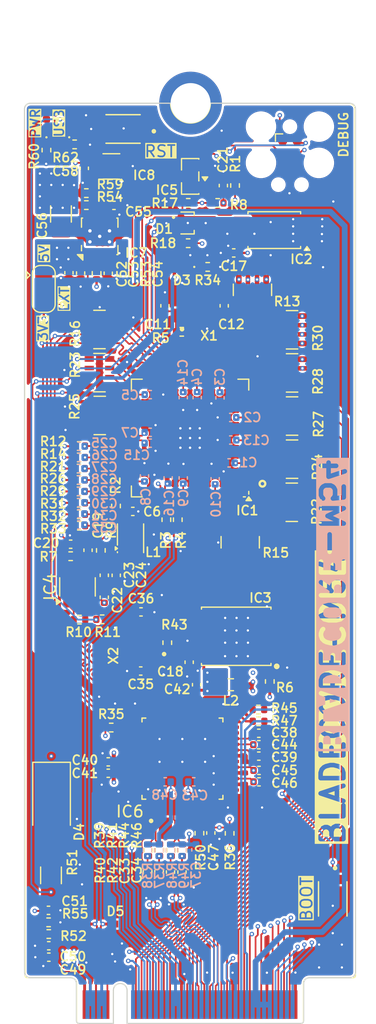
<source format=kicad_pcb>
(kicad_pcb (version 20241229) (generator "pcbnew") (generator_version "9.0")
  (layers (0 "F.Cu" signal "F.Cu (High Speed)") (4 "In1.Cu" power "In1.Cu (GND)") (6 "In2.Cu" signal "In2.Cu (Signal)") (8 "In3.Cu" power "In3.Cu (3.3V)") (10 "In4.Cu" power "In4.Cu (GND)") (2 "B.Cu" signal "B.Cu (High Speed)") (13 "F.Paste" user) (15 "B.Paste" user) (5 "F.SilkS" user "F.Silkscreen") (7 "B.SilkS" user "B.Silkscreen") (1 "F.Mask" user) (3 "B.Mask" user) (25 "Edge.Cuts" user))
  (property "ASSEMBLY_NOTES" "ASSEMBLY NOTES")
  (property "BOARD_NAME" "BladeCore-M54")
  (property "COMPANY" "DvidMakesThings")
  (property "DESIGNER" "David Sipos")
  (property "FABRICATION_NOTES" "FABRICATION NOTES")
  (property "GIT_HASH_PCB" "")
  (property "GIT_HASH_SCH" "")
  (property "GIT_URL" "")
  (property "PROJECT_NAME" "PDNode-600 Pro ")
  (property "RELEASE_BODY_1.0.0" "")
  (property "RELEASE_BODY_1.0.1" "")
  (property "RELEASE_BODY_1.0.2" "")
  (property "RELEASE_BODY_1.1.0" "")
  (property "RELEASE_BODY_UNRELEASED" "")
  (property "RELEASE_DATE" "07.02.2026")
  (property "RELEASE_DATE_NUM" "07.02.2026")
  (property "RELEASE_TITLE_1.0.0" "")
  (property "RELEASE_TITLE_1.0.1" "")
  (property "RELEASE_TITLE_1.0.2" "")
  (property "RELEASE_TITLE_1.1.0" "")
  (property "RELEASE_TITLE_UNRELEASED" "")
  (property "REVISION" "")
  (property "SHEET_NAME_1" "Cover Page")
  (property "SHEET_NAME_10" "")
  (property "SHEET_NAME_11" "")
  (property "SHEET_NAME_12" "")
  (property "SHEET_NAME_13" "")
  (property "SHEET_NAME_14" "")
  (property "SHEET_NAME_15" "")
  (property "SHEET_NAME_16" "")
  (property "SHEET_NAME_17" "")
  (property "SHEET_NAME_18" "")
  (property "SHEET_NAME_19" "")
  (property "SHEET_NAME_2" "System Power")
  (property "SHEET_NAME_20" "")
  (property "SHEET_NAME_21" "")
  (property "SHEET_NAME_22" "")
  (property "SHEET_NAME_23" "")
  (property "SHEET_NAME_24" "")
  (property "SHEET_NAME_25" "")
  (property "SHEET_NAME_26" "")
  (property "SHEET_NAME_27" "")
  (property "SHEET_NAME_28" "")
  (property "SHEET_NAME_29" "")
  (property "SHEET_NAME_3" "Microcontroller")
  (property "SHEET_NAME_30" "")
  (property "SHEET_NAME_31" "")
  (property "SHEET_NAME_32" "")
  (property "SHEET_NAME_33" "")
  (property "SHEET_NAME_34" "")
  (property "SHEET_NAME_35" "")
  (property "SHEET_NAME_36" "")
  (property "SHEET_NAME_37" "")
  (property "SHEET_NAME_38" "")
  (property "SHEET_NAME_39" "")
  (property "SHEET_NAME_4" "")
  (property "SHEET_NAME_40" "")
  (property "SHEET_NAME_5" "")
  (property "SHEET_NAME_6" "")
  (property "SHEET_NAME_7" "")
  (property "SHEET_NAME_8" "")
  (property "SHEET_NAME_9" "")
  (property "VARIANT" "Pro")
  (net 0 "")
  (net 1 "GND")
  (net 2 "+5V")
  (net 3 "/Block Diagram/USB Interface and Power/BIAS")
  (net 4 "/Block Diagram/USB Interface and Power/SS")
  (net 5 "+3.3V")
  (net 6 "/Block Diagram/Microcontroller Peripherals/VREF_IN")
  (net 7 "VREF_OUT")
  (net 8 "/Block Diagram/Microcontroller Peripherals/VREG_AVDD")
  (net 9 "/Block Diagram/Microcontroller Peripherals/XO")
  (net 10 "/Block Diagram/Microcontroller Peripherals/XIN")
  (net 11 "+1V1")
  (net 12 "/Block Diagram/Ethernet Interface/RDN_R_N")
  (net 13 "/Block Diagram/Ethernet Interface/RDN_R_P")
  (net 14 "/Block Diagram/Ethernet Interface/W5500_XO")
  (net 15 "/Block Diagram/Ethernet Interface/W5500_XI")
  (net 16 "/Block Diagram/Ethernet Interface/W5500_1V2")
  (net 17 "/Block Diagram/Ethernet Interface/W5500_TOCAP")
  (net 18 "+3.3VP")
  (net 19 "VBUS")
  (net 20 "/Block Diagram/Microcontroller/ADC_VUSB")
  (net 21 "/Block Diagram/Microcontroller Peripherals/I2C0_SCL")
  (net 22 "/Block Diagram/Microcontroller Peripherals/I2C0_SDA")
  (net 23 "/Block Diagram/Microcontroller/USB_IND")
  (net 24 "HEARTBEAT")
  (net 25 "/Block Diagram/USB Interface and Power/USB_IND")
  (net 26 "VBUS_ISO")
  (net 27 "PGOOD_3V3")
  (net 28 "/Block Diagram/USB Interface and Power/FB")
  (net 29 "RESET")
  (net 30 "QSPI_SD2")
  (net 31 "QSPI_SD1")
  (net 32 "/Block Diagram/Microcontroller Peripherals/VREG_LX")
  (net 33 "/Block Diagram/Microcontroller Peripherals/XOUT")
  (net 34 "QSPI_SS")
  (net 35 "/Block Diagram/Microcontroller Peripherals/RP_D+")
  (net 36 "QSPI_SD3")
  (net 37 "QSPI_SD0")
  (net 38 "/Block Diagram/Microcontroller Peripherals/SWCLK")
  (net 39 "/Block Diagram/Microcontroller Peripherals/RP_D-")
  (net 40 "QSPI_SCLK")
  (net 41 "/Block Diagram/Microcontroller Peripherals/SWDIO")
  (net 42 "/Block Diagram/Ethernet Interface/RX_TD_P")
  (net 43 "/Block Diagram/Ethernet Interface/RX_TD_N")
  (net 44 "/Block Diagram/Ethernet Interface/ETH_INT")
  (net 45 "/Block Diagram/Ethernet Interface/TX_TD_N")
  (net 46 "/Block Diagram/Ethernet Interface/TX_TD_P")
  (net 47 "/Block Diagram/Ethernet Interface/ETH_RST")
  (net 48 "/Block Diagram/Microcontroller/ADC1")
  (net 49 "/Block Diagram/Microcontroller/ADC2")
  (net 50 "/Block Diagram/Microcontroller/ADC3")
  (net 51 "/Block Diagram/Microcontroller/ADC4")
  (net 52 "/Block Diagram/Microcontroller/ADC5")
  (net 53 "/Block Diagram/Microcontroller Peripherals/ADC_VREF")
  (net 54 "/Block Diagram/Microcontroller/GPIO2")
  (net 55 "/Block Diagram/Microcontroller/GPIO3")
  (net 56 "/Block Diagram/Microcontroller/GPIO1")
  (net 57 "/Block Diagram/Microcontroller/QSPI_CS2")
  (net 58 "/Block Diagram/Microcontroller/GPIO7")
  (net 59 "/Block Diagram/Microcontroller/GPIO5")
  (net 60 "/Block Diagram/Microcontroller/GPIO4")
  (net 61 "/Block Diagram/Microcontroller/GPIO6")
  (net 62 "/Block Diagram/Microcontroller/GPIO9")
  (net 63 "/Block Diagram/Microcontroller/GPIO8")
  (net 64 "/Block Diagram/Microcontroller/GPIO10")
  (net 65 "/Block Diagram/Microcontroller/GPIO11")
  (net 66 "/Block Diagram/Microcontroller/GPIO12")
  (net 67 "/Block Diagram/Microcontroller/GPIO15")
  (net 68 "/Block Diagram/Microcontroller/GPIO13")
  (net 69 "/Block Diagram/Microcontroller/GPIO14")
  (net 70 "/Block Diagram/Microcontroller/GPIO18")
  (net 71 "/Block Diagram/Microcontroller/GPIO16")
  (net 72 "/Block Diagram/Microcontroller/GPIO19")
  (net 73 "/Block Diagram/Microcontroller/GPIO17")
  (net 74 "/Block Diagram/Microcontroller/GPIO22")
  (net 75 "/Block Diagram/Microcontroller/GPIO23")
  (net 76 "/Block Diagram/Microcontroller/GPIO20")
  (net 77 "/Block Diagram/Microcontroller/GPIO21")
  (net 78 "/Block Diagram/Microcontroller/GPIO27")
  (net 79 "/Block Diagram/Microcontroller/GPIO25")
  (net 80 "/Block Diagram/Microcontroller/GPIO24")
  (net 81 "/Block Diagram/Microcontroller/GPIO26")
  (net 82 "/Block Diagram/Microcontroller/GPIO38")
  (net 83 "/Block Diagram/Microcontroller/GPIO39")
  (net 84 "/Block Diagram/Microcontroller/GPIO37")
  (net 85 "/Block Diagram/Microcontroller/ADC0")
  (net 86 "/Block Diagram/Ethernet Interface/TDN_R_P")
  (net 87 "/Block Diagram/Ethernet Interface/TDN_R_N")
  (net 88 "Net-(IC4-V+)")
  (net 89 "Net-(IC1B-GPIO40{slash}ADC0)")
  (net 90 "Net-(IC1B-GPIO41{slash}ADC1)")
  (net 91 "Net-(IC1B-GPIO42{slash}ADC2)")
  (net 92 "Net-(IC1B-GPIO43{slash}ADC3)")
  (net 93 "Net-(IC1B-GPIO44{slash}ADC4)")
  (net 94 "Net-(IC1B-GPIO45{slash}ADC5)")
  (net 95 "Net-(IC1B-GPIO46{slash}ADC6)")
  (net 96 "Net-(IC1B-GPIO47{slash}ADC7)")
  (net 97 "Net-(D6-Pad1)")
  (net 98 "Net-(IC8-Y)")
  (net 99 "Net-(IC1B-GPIO34)")
  (net 100 "Net-(IC1B-GPIO20)")
  (net 101 "Net-(IC1B-GPIO24)")
  (net 102 "Net-(IC1B-GPIO36)")
  (net 103 "Net-(IC1B-GPIO6)")
  (net 104 "Net-(IC1B-GPIO10)")
  (net 105 "Net-(IC1B-GPIO16)")
  (net 106 "Net-(IC1B-GPIO37)")
  (net 107 "Net-(IC1B-GPIO26)")
  (net 108 "Net-(IC1B-GPIO35)")
  (net 109 "Net-(IC1B-GPIO3)")
  (net 110 "Net-(IC1B-GPIO31)")
  (net 111 "Net-(IC1B-GPIO38)")
  (net 112 "Net-(IC1B-GPIO23)")
  (net 113 "Net-(IC1B-GPIO39)")
  (net 114 "Net-(IC1B-GPIO4)")
  (net 115 "Net-(IC1B-GPIO0)")
  (net 116 "Net-(IC1B-GPIO30)")
  (net 117 "Net-(IC1B-GPIO8)")
  (net 118 "Net-(IC1B-GPIO9)")
  (net 119 "Net-(IC1B-GPIO13)")
  (net 120 "Net-(IC1B-GPIO2)")
  (net 121 "Net-(IC1B-GPIO33)")
  (net 122 "Net-(IC1B-GPIO25)")
  (net 123 "Net-(IC1B-GPIO29)")
  (net 124 "Net-(IC1B-GPIO17)")
  (net 125 "Net-(IC1B-GPIO32)")
  (net 126 "Net-(IC1B-GPIO15)")
  (net 127 "Net-(IC1B-GPIO7)")
  (net 128 "Net-(IC1B-GPIO21)")
  (net 129 "Net-(IC1B-GPIO27)")
  (net 130 "Net-(IC1B-GPIO5)")
  (net 131 "Net-(IC1B-GPIO22)")
  (net 132 "Net-(IC1B-GPIO1)")
  (net 133 "Net-(IC1B-GPIO12)")
  (net 134 "Net-(IC1B-GPIO11)")
  (net 135 "Net-(IC1B-GPIO28)")
  (net 136 "Net-(IC1B-GPIO14)")
  (net 137 "Net-(IC6-EXRES1)")
  (net 142 "Net-(IC6-LINKLED)")
  (net 143 "Net-(IC6-ACTLED)")
  (net 151 "Net-(R28-R23)")
  (net 152 "Net-(R28-R24)")
  (net 153 "USB_RP_D+")
  (net 154 "USB_RP_D-")
  (net 155 "/Block Diagram/Ethernet Interface/SPI1_MOSI")
  (net 156 "/Block Diagram/Ethernet Interface/SPI1_SCLK")
  (net 157 "/Block Diagram/Ethernet Interface/SPI1_SCSN")
  (net 158 "/Block Diagram/Ethernet Interface/SPI1_MISO")
  (net 159 "/Block Diagram/TD_P")
  (net 160 "/Block Diagram/RCT")
  (net 161 "/Block Diagram/TD_N")
  (net 162 "/Block Diagram/RD_P")
  (net 163 "/Block Diagram/RD_N")
  (net 164 "/Block Diagram/TCT")
  (net 165 "/Block Diagram/LINK_LED")
  (net 166 "/Block Diagram/ACT_LED")
  (net 167 "Net-(JP1-C)")
  (footprint "DS_Vreg:VSON-10-1EP_3x3mm_P0.5mm_EP1.65x2.4mm_ThermalVias" (layer "F.Cu") (at 133.75 129 90)
    (property "Reference" "IC7")
    (property "Value" "TPS74801DRCT")
  )
  (footprint "LED_SMD:LED_0402_1005Metric" (layer "F.Cu") (at 131.075 119.235 90)
    (property "Reference" "USB")
    (property "Value" "Green")
  )
  (footprint "Diode_SMD:D_SMA" (layer "F.Cu") (at 129.525 178.55 -90)
    (property "Reference" "D4")
    (property "Value" "SS13")
  )
  (footprint "Resistor_SMD:R_0402_1005Metric" (layer "F.Cu") (at 131.934212 150.329212)
    (property "Reference" "R26")
    (property "Value" "100R 1%")
  )
  (footprint "DS_Peripherals:SOT-363_SC-70-6" (layer "F.Cu") (at 134.775 122.8775 180)
    (property "Reference" "IC8")
    (property "Value" "SN74LVC1G97QDCKRQ1")
  )
  (footprint "Resistor_SMD:R_0402_1005Metric" (layer "F.Cu") (at 140.949212 137.354212 180)
    (property "Reference" "R5")
    (property "Value" "1K 1%")
  )
  (footprint "Jumper:SolderJumper-3_P1.3mm_Open_RoundedPad1.0x1.5mm" (layer "F.Cu") (at 128.8425 133.6 -90)
    (property "Reference" "EXT")
    (property "Value" "SolderJumper_3_Open")
  )
  (footprint "Resistor_SMD:R_0402_1005Metric" (layer "F.Cu") (at 131.949212 153.329212)
    (property "Reference" "R32")
    (property "Value" "100R 1%")
  )
  (footprint "Resistor_SMD:R_Array_Convex_4x0603" (layer "F.Cu") (at 133.729212 137.154212)
    (property "Reference" "R16")
    (property "Value" "100R 1%")
  )
  (footprint "Capacitor_SMD:C_0402_1005Metric" (layer "F.Cu") (at 131.05 132.19 -90)
    (property "Reference" "C52")
    (property "Value" "100nF 50V")
  )
  (footprint "Capacitor_SMD:C_1206_3216Metric" (layer "F.Cu") (at 130.35 127.04 -90)
    (property "Reference" "C56")
    (property "Value" "10uF 50V")
  )
  (footprint "DS_Crystal:X3225" (layer "F.Cu") (at 137.35 164.47 180)
    (property "Reference" "X2")
    (property "Value" "25MHz 12pF")
  )
  (footprint "Capacitor_SMD:C_0402_1005Metric" (layer "F.Cu") (at 140.97 184.65 -90)
    (property "Reference" "C34")
    (property "Value" "6.8nF 50V")
  )
  (footprint "Resistor_SMD:R_0402_1005Metric" (layer "F.Cu") (at 131.949212 148.354212)
    (property "Reference" "R14")
    (property "Value" "100R 1%")
  )
  (footprint "Resistor_SMD:R_Array_Convex_4x0603" (layer "F.Cu") (at 147.154212 133.679212 -90)
    (property "Reference" "R13")
    (property "Value" "100R 1%")
  )
  (footprint "Resistor_SMD:R_0402_1005Metric" (layer "F.Cu") (at 141 182.74 -90)
    (property "Reference" "R46")
    (property "Value" "3.3R 1%")
  )
  (footprint "Resistor_SMD:R_0402_1005Metric" (layer "F.Cu") (at 129.28 190.075 180)
    (property "Reference" "R52")
    (property "Value" "5.1K 1%")
  )
  (footprint "DS_Switch:SW_B3U-1000P" (layer "F.Cu") (at 135.8 119.6 180)
    (property "Reference" "RST")
    (property "Value" "B3U-1000P")
  )
  (footprint "Resistor_SMD:R_0402_1005Metric" (layer "F.Cu") (at 133.475 132.24 -90)
    (property "Reference" "R53")
    (property "Value" "10K 1%")
  )
  (footprint "Capacitor_SMD:C_0402_1005Metric" (layer "F.Cu") (at 132.075 132.215 -90)
    (property "Reference" "C53")
    (property "Value" "1uF 50V")
  )
  (footprint "Capacitor_SMD:C_0402_1005Metric" (layer "F.Cu") (at 147.73 176.75)
    (property "Reference" "C46")
    (property "Value" "100nF 50V")
  )
  (footprint "Capacitor_SMD:C_0402_1005Metric" (layer "F.Cu") (at 137.35 167.05 180)
    (property "Reference" "C35")
    (property "Value" "15pF 50V")
  )
  (footprint "Resistor_SMD:R_0402_1005Metric" (layer "F.Cu") (at 140.025 182.74 -90)
    (property "Reference" "R44")
    (property "Value" "3.3R 1%")
  )
  (footprint "Resistor_SMD:R_0402_1005Metric" (layer "F.Cu") (at 138.96 184.67 -90)
    (property "Reference" "R42")
    (property "Value" "0R 1%")
  )
  (footprint "Resistor_SMD:R_0402_1005Metric" (layer "F.Cu") (at 145.625 124.55 90)
    (property "Reference" "R1")
    (property "Value" "4.7K 1%")
  )
  (footprint "Resistor_SMD:R_0402_1005Metric" (layer "F.Cu") (at 131.949212 152.329212)
    (property "Reference" "R31")
    (property "Value" "100R 1%")
  )
  (footprint "Resistor_SMD:R_0402_1005Metric" (layer "F.Cu") (at 132.575 125.215 180)
    (property "Reference" "R59")
    (property "Value" "2.4K 1%")
  )
  (footprint "Resistor_SMD:R_0402_1005Metric" (layer "F.Cu") (at 133.965 162.525)
    (property "Reference" "R11")
    (property "Value" "10K 1%")
  )
  (footprint "Capacitor_SMD:C_0402_1005Metric" (layer "F.Cu") (at 134.15 160.595 90)
    (property "Reference" "C22")
    (property "Value" "4.7uF 10V")
  )
  (footprint "Capacitor_SMD:C_0402_1005Metric" (layer "F.Cu") (at 131.2 155.95)
    (property "Reference" "C20")
    (property "Value" "4.7uF 10V")
  )
  (footprint "Resistor_SMD:R_0402_1005Metric" (layer "F.Cu") (at 144.1 126.075)
    (property "Reference" "R8")
    (property "Value" "4.7K 1%")
  )
  (footprint "Capacitor_SMD:C_0402_1005Metric" (layer "F.Cu") (at 134.5 175 180)
    (property "Reference" "C40")
    (property "Value" "100nF 50V")
  )
  (footprint "Capacitor_SMD:C_0402_1005Metric" (layer "F.Cu") (at 147.71 173.5)
    (property "Reference" "C44")
    (property "Value" "100nF 50V")
  )
  (footprint "DS_Memory:WSON8_6x5" (layer "F.Cu") (at 145.728512 164.009212 180)
    (property "Reference" "IC3")
    (property "Value" "W25Q128JVPIQ")
  )
  (footprint "Capacitor_SMD:C_0402_1005Metric" (layer "F.Cu") (at 134.5 132.235 -90)
    (property "Reference" "C54")
    (property "Value" "1uF 50V")
  )
  (footprint "DS_Peripherals:LQFP48_7x7" (layer "F.Cu") (at 141.01 174.72 90)
    (property "Reference" "IC6")
    (property "Value" "W5500")
  )
  (footprint "Capacitor_SMD:C_0402_1005Metric" (layer "F.Cu") (at 147.71 174.5)
    (property "Reference" "C39")
    (property "Value" "4.7uF 25V")
  )
  (footprint "Capacitor_SMD:C_0402_1005Metric" (layer "F.Cu") (at 142.25 168.25 90)
    (property "Reference" "C42")
    (property "Value" "100nF 50V")
  )
  (footprint "Capacitor_SMD:C_0402_1005Metric" (layer "F.Cu") (at 129.255 188)
    (property "Reference" "C51")
    (property "Value" "100nF 50V")
  )
  (footprint "Capacitor_SMD:C_0402_1005Metric" (layer "F.Cu") (at 147.71 172.5)
    (property "Reference" "C38")
    (property "Value" "100nF 50V")
  )
  (footprint "Resistor_SMD:R_0402_1005Metric" (layer "F.Cu") (at 143.225 131.675 180)
    (property "Reference" "R34")
    (property "Value" "1K 1%")
  )
  (footprint "Resistor_SMD:R_Array_Convex_4x0603" (layer "F.Cu") (at 133.754212 144.679212)
    (property "Reference" "R25")
    (property "Value" "100R 1%")
  )
  (footprint "Resistor_SMD:R_0402_1005Metric" (layer "F.Cu") (at 140.599212 153.804212 90)
    (property "Reference" "R4")
    (property "Value" "33R 1%")
  )
  (footprint "Resistor_SMD:R_0402_1005Metric" (layer "F.Cu") (at 147.69 171.45)
    (property "Reference" "R47")
    (property "Value" "470R 1%")
  )
  (footprint "DS_Diode:SOT-416" (layer "F.Cu") (at 141.53 127.83)
    (property "Reference" "D1")
    (property "Value" "RCLAMP0582BQTCT")
  )
  (footprint "Resistor_SMD:R_0402_1005Metric" (layer "F.Cu") (at 138.025 182.74 -90)
    (property "Reference" "R39")
    (property "Value" "3.3R 1%")
  )
  (footprint "Capacitor_SMD:C_0402_1005Metric" (layer "F.Cu") (at 132.725 156.475 90)
    (property "Reference" "C19")
    (property "Value" "100nF 50V")
  )
  (footprint "Capacitor_SMD:C_0402_1005Metric" (layer "F.Cu") (at 144.674212 135.079212 -90)
    (property "Reference" "C12")
    (property "Value" "10pF 50V")
  )
  (footprint "LED_SMD:LED_0402_1005Metric" (layer "F.Cu") (at 129.075 119.24 90)
    (property "Reference" "PWR")
    (property "Value" "Green")
  )
  (footprint "Resistor_SMD:R_0402_1005Metric" (layer "F.Cu") (at 141.51 129.6 180)
    (property "Reference" "R18")
    (property "Value" "2.2K 1%")
  )
  (footprint "Resistor_SMD:R_0402_1005Metric" (layer "F.Cu") (at 131.55 120.95 180)
    (property "Reference" "R62")
    (property "Value" "1K 1%")
  )
  (footprint "Capacitor_SMD:C_0402_1005Metric" (layer "F.Cu") (at 136.654212 153.079212)
    (property "Reference" "C6")
    (property "Value" "4.7uF 25V")
  )
  (footprint "Capacitor_SMD:C_0402_1005Metric" (layer "F.Cu") (at 135.2 158.675 -90)
    (property "Reference" "C24")
    (property "Value" "4.7uF 10V")
  )
  (footprint "Connector:Tag-Connect_TC2030-IDC-FP_2x03_P1.27mm_Vertical" (layer "F.Cu") (at 150.44 121.935 -90)
    (property "Reference" "DEBUG")
    (property "Value" "Conn_ARM_SWD_TagConnect_TC2030")
  )
  (footprint "Resistor_SMD:R_0402_1005Metric" (layer "F.Cu") (at 131.934212 151.329212)
    (property "Reference" "R29")
    (property "Value" "100R 1%")
  )
  (footprint "Resistor_SMD:R_Array_Convex_4x0603" (layer "F.Cu") (at 133.729212 140.929212)
    (property "Reference" "R23")
    (property "Value" "100R 1%")
  )
  (footprint "Capacitor_SMD:C_0402_1005Metric" (layer "F.Cu") (at 134.15 158.67 -90)
    (property "Reference" "C23")
    (property "Value" "100nF 50V")
  )
  (footprint "Capacitor_SMD:C_0402_1005Metric" (layer "F.Cu") (at 141.6 166.28 -90)
    (property "Reference" "C18")
    (property "Value" "100nF 50V")
  )
  (footprint "Resistor_SMD:R_0603_1608Metric" (layer "F.Cu") (at 145.25 168.25)
    (property "Reference" "L2")
    (property "Value" "1.5K/100MHz 0.5R")
  )
  (footprint "Resistor_SMD:R_Array_Convex_4x0603" (layer "F.Cu") (at 150.629212 137.179212 180)
    (property "Reference" "R30")
    (property "Value" "100R 1%")
  )
  (footprint "Resistor_SMD:R_Array_Convex_4x0603" (layer "F.Cu") (at 150.629212 140.954212 180)
    (property "Reference" "R28")
    (property "Value" "100R 1%")
  )
  (footprint "Resistor_SMD:R_1206_3216Metric" (layer "F.Cu") (at 129.475 184.9375 90)
    (property "Reference" "R51")
    (property "Value" "0R 1%")
  )
  (footprint "Resistor_SMD:R_0402_1005Metric" (layer "F.Cu") (at 131.949212 147.354212)
    (property "Reference" "R12")
    (property "Value" "100R 1%")
  )
  (footprint "Capacitor_SMD:C_0402_1005Metric" (layer "F.Cu") (at 135 126.29)
    (property "Reference" "C55")
    (property "Value" "2.2nF 50V")
  )
  (footprint "Resistor_SMD:R_0402_1005Metric" (layer "F.Cu") (at 133.85 156.49 90)
    (property "Reference" "R9")
    (property "Value" "27R 1%")
  )
  (footprint "Capacitor_SMD:C_0402_1005Metric" (layer "F.Cu") (at 139.474212 135.079212 90)
    (property "Reference" "C11")
    (property "Value" "10pF 50V")
  )
  (footprint "Package_TO_SOT_SMD:SOT-23-5" (layer "F.Cu") (at 131.8 159.6875 90)
    (property "Reference" "IC4")
    (property "Value" "MCP6001RT")
  )
  (footprint "Resistor_SMD:R_0402_1005Metric" (layer "F.Cu") (at 131.975 162.55)
    (property "Reference" "R10")
    (property "Value" "10K 1%")
  )
  (footprint "Capacitor_SMD:C_0402_1005Metric" (layer "F.Cu") (at 139.96 184.65 -90)
    (property "Reference" "C33")
    (property "Value" "6.8nF 50V")
  )
  (footprint "Capacitor_SMD:C_0402_1005Metric" (layer "F.Cu") (at 129.285 192.1 180)
    (property "Reference" "C49")
    (property "Value" "4.7uF 25V")
  )
  (footprint "Resistor_SMD:R_Array_Convex_4x0603" (layer "F.Cu") (at 150.604212 152.279212 180)
    (property "Reference" "R22")
    (property "Value" "100R 1%")
  )
  (footprint "DS_Vreg:SOT-23" (layer "F.Cu") (at 141.6875 123.75 180)
    (property "Reference" "IC5")
    (property "Value" "LM4040B30FTA")
  )
  (footprint "DS_Diode:SOT143" (layer "F.Cu") (at 133.675 190.15 90)
    (property "Reference" "D5")
    (property "Value" "SP0503BAHTG")
  )
  (footprint "Resistor_SMD:R_0402_1005Metric" (layer "F.Cu") (at 129.075 121.45 -90)
    (property "Reference" "R60")
    (property "Value" "1K 1%")
  )
  (footprint "Resistor_SMD:R_Array_Convex_4x0603" (layer "F.Cu") (at 150.629212 144.729212 180)
    (property "Reference" "R27")
    (property "Value" "100R 1%")
  )
  (footprint "Resistor_SMD:R_0402_1005Metric" (layer "F.Cu") (at 139 182.725 -90)
    (property "Reference" "R41")
    (property "Value" "3.3R 1%")
  )
  (footprint "LED_SMD:LED_0402_1005Metric" (layer "F.Cu") (at 140.9575 131.675 180)
    (property "Reference" "D3")
    (property "Value" "Blue")
  )
  (footprint "Resistor_SMD:R_0402_1005Metric" (layer "F.Cu") (at 132.575 126.265)
    (property "Reference" "R54")
    (property "Value" "7.5K 1%")
  )
  (footprint "Resistor_SMD:R_0402_1005Metric" (layer "F.Cu") (at 139.68 164.57 90)
    (property "Reference" "R43")
    (property "Value" "1M 1%")
  )
  (footprint "Capacitor_SMD:C_0402_1005Metric" (layer "F.Cu") (at 144.6 124.555 90)
    (property "Reference" "C21")
    (property "Value" "100nF 50V")
  )
  (footprint "Capacitor_SMD:C_0402_1005Metric" (layer "F.Cu") (at 147.73 175.75)
    (property "Reference" "C45")
    (property "Value" "100nF 50V")
  )
  (footprint "Resistor_SMD:R_0402_1005Metric" (layer "F.Cu") (at 131.2 157 180)
    (property "Reference" "R7")
    (property "Value" "27R 1%")
  )
  (footprint "Resistor_SMD:R_0402_1005Metric" (layer "F.Cu") (at 129.265 189.05)
    (property "Reference" "R55")
    (property "Value" "5.1K 1%")
  )
  (footprint "DS_Memory:TSSOP-8" (layer "F.Cu") (at 149.07 128.4525 180)
    (property "Reference" "IC2")
    (property "Value" "AT24C256C-XHL-T")
  )
  (footprint "Capacitor_SMD:C_0402_1005Metric" (layer "F.Cu") (at 145.51 130.45 180)
    (property "Reference" "C17")
    (property "Value" "100nF 50V")
  )
  (footprint "Resistor_SMD:R_Array_Convex_4x0603" (layer "F.Cu") (at 146.079212 155.779212 90)
    (property "Reference" "R15")
    (property "Value" "100R 1%")
  )
  (footprint "Resistor_SMD:R_0402_1005Metric" (layer "F.Cu") (at 142.5 181.25 -90)
    (property "Reference" "R50")
    (property "Value" "12.4K 1%")
  )
  (footprint "DS_Inductor:0805" (layer "F.Cu") (at 136.454212 155.279212 90)
    (property "Reference" "L1")
    (property "Value" "3.3uH 2.8A")
  )
  (footprint "Resistor_SMD:R_0402_1005Metric" (layer "F.Cu") (at 134.76 172)
    (property "Reference" "R35")
    (property "Value" "4.7K 1%")
  )
  (footprint "Resistor_SMD:R_0402_1005Metric" (layer "F.Cu") (at 141.52 126.07 180)
    (property "Reference" "R17")
    (property "Value" "2.2K 1%")
  )
  (footprint "Resistor_SMD:R_Array_Convex_4x0603" (layer "F.Cu") (at 150.629212 148.504212 180)
    (property "Reference" "R24")
    (property "Value" "100R 1%")
  )
  (footprint "Capacitor_SMD:C_0402_1005Metric" (layer "F.Cu") (at 134.5 176 180)
    (property "Reference" "C41")
    (property "Value" "100nF 50V")
  )
  (footprint "DS_Connector:M.2-M-KEY_Card_2280" (layer "F.Cu") (at 142.175 158.775)
    (property "Reference" "J1" (hide yes))
    (property "Value" "MDT320M03001")
  )
  (footprint "Resistor_SMD:R_0402_1005Metric" (layer "F.Cu") (at 148.675 167.965 90)
    (property "Reference" "R6")
    (property "Value" "1K 1%")
  )
  (footprint "Resistor_SMD:R_0402_1005Metric" (layer "F.Cu") (at 147.675 170.425)
    (property "Reference" "R45")
    (property "Value" "470R 1%")
  )
  (footprint "DS_Switch:SW_B3U-1000P" (layer "F.Cu") (at 154.2 187 -90)
    (property "Reference" "BOOT")
    (property "Value" "B3U-1000P")
  )
  (footprint "Capacitor_SMD:C_0402_1005Metric" (layer "F.Cu") (at 143.5 181.23 -90)
    (property "Reference" "C47")
    (property "Value" "100nF 50V")
  )
  (footprint "Resistor_SMD:R_0402_1005Metric" (layer "F.Cu") (at 131.959212 154.329212)
    (property "Reference" "R33")
    (property "Value" "100R 1%")
  )
  (footprint "Resistor_SMD:R_0402_1005Metric" (layer "F.Cu") (at 145.15 181.26 -90)
    (property "Reference" "R36")
    (property "Value" "470R 1%")
  )
  (footprint "Capacitor_SMD:C_0402_1005Metric" (layer "F.Cu") (at 132.4 123.045 -90)
    (property "Reference" "C58")
    (property "Value" "100nF 50V")
  )
  (footprint "Resistor_SMD:R_0402_1005Metric" (layer "F.Cu") (at 131.934212 149.329212)
    (property "Reference" "R21")
    (property "Value" "100R 1%")
  )
  (footprint "DS_Crystal:X3225" (layer "F.Cu") (at 142.074212 135.079212 90)
    (property "Reference" "X1")
    (property "Value" "12MHz 10pF")
  )
  (footprint "Resistor_SMD:R_0402_1005Metric" (layer "F.Cu") (at 137.95 184.67 -90)
    (property "Reference" "R40")
    (property "Value" "0R 1%")
  )
  (footprint "Capacitor_SMD:C_0402_1005Metric" (layer "F.Cu") (at 137.375 161.875)
    (property "Reference" "C36")
    (property "Value" "15pF 50V")
  )
  (footprint "Capacitor_SMD:C_0402_1005Metric" (layer "F.Cu") (at 129.28 191.1 180)
    (property "Reference" "C50")
    (property "Value" "4.7uF 25V")
  )
  (footprint "Resistor_SMD:R_0402_1005Metric" (layer "F.Cu") (at 135.179212 152.604212 -90)
    (property "Reference" "R2")
    (property "Value" "33R 1%")
  )
  (footprint "Resistor_SMD:R_0402_1005Metric" (layer "F.Cu") (at 139.599212 153.804212 -90)
    (property "Reference" "R3")
    (property "Value" "33R 1%")
  )
  (footprint "DS_Microcontroller:QFN80_10x10" (layer "F.Cu") (at 141.529212 146.654212 180)
    (property "Reference" "IC1")
    (property "Value" "RP2354B")
  )
  (footprint "Resistor_SMD:R_0402_1005Metric" (layer "B.Cu") (at 139.97 182.74 90)
    (property "Reference" "R48")
    (property "Value" "49.9R 1%")
  )
  (footprint "Capacitor_SMD:C_0402_1005Metric" (layer "B.Cu") (at 141.079212 143.109212 -90)
    (property "Reference" "C14")
    (property "Value" "100nF 50V")
  )
  (footprint "Capacitor_SMD:C_0402_1005Metric" (layer "B.Cu") (at 142.304212 143.109212 -90)
    (property "Reference" "C4")
    (property "Value" "100nF 50V")
  )
  (footprint "Capacitor_SMD:C_0402_1005Metric" (layer "B.Cu") (at 144.304212 143.134212 -90)
    (property "Reference" "C3")
    (property "Value" "100nF 50V")
  )
  (footprint "Capacitor_SMD:C_0402_1005Metric" (layer "B.Cu") (at 137.679212 149.979212 90)
    (property "Reference" "C8")
    (property "Value" "100nF 50V")
  )
  (footprint "Capacitor_SMD:C_0402_1005Metric" (layer "B.Cu") (at 138.174212 146.154212)
    (property "Reference" "C7")
    (property "Value" "100nF 50V")
  )
  (footprint "Capacitor_SMD:C_0402_1005Metric" (layer "B.Cu") (at 138.179212 142.854212)
    (property "Reference" "C5")
    (property "Value" "100nF 50V")
  )
  (footprint "Resistor_SMD:R_0402_1005Metric" (layer "B.Cu") (at 140.97 182.73 90)
    (property "Reference" "R49")
    (property "Value" "49.9R 1%")
  )
  (footprint "Capacitor_SMD:C_0402_1005Metric" (layer "B.Cu") (at 138.174212 147.104212)
    (property "Reference" "C15")
    (property "Value" "100nF 50V")
  )
  (footprint "Capacitor_SMD:C_0402_1005Metric" (layer "B.Cu") (at 131.924212 153.279212 180)
    (property "Reference" "C31")
    (property "Value" "1nF 50V")
  )
  (footprint "Capacitor_SMD:C_0402_1005Metric" (layer "B.Cu") (at 131.929212 149.329212 180)
    (property "Reference" "C27")
    (property "Value" "1nF 50V")
  )
  (footprint "Capacitor_SMD:C_0402_1005Metric" (layer "B.Cu") (at 141.079212 150.154212 90)
    (property "Reference" "C9")
    (property "Value" "100nF 50V")
  )
  (footprint "Capacitor_SMD:C_0402_1005Metric" (layer "B.Cu") (at 131.924212 154.254212 180)
    (property "Reference" "C32")
    (property "Value" "1nF 50V")
  )
  (footprint "Resistor_SMD:R_0402_1005Metric" (layer "B.Cu") (at 137.95 182.74 -90)
    (property "Reference" "R38")
    (property "Value" "49.9R 1%")
  )
  (footprint "Capacitor_SMD:C_0402_1005Metric" (layer "B.Cu") (at 145.109212 148.829212 180)
    (property "Reference" "C1")
    (property "Value" "100nF 50V")
  )
  (footprint "Capacitor_SMD:C_0402_1005Metric" (layer "B.Cu") (at 142.19 182.7 -90)
    (property "Reference" "C37")
    (property "Value" "100nF 50V")
  )
  (footprint "Capacitor_SMD:C_0402_1005Metric" (layer "B.Cu") (at 142 176.75)
    (property "Reference" "C43")
    (property "Value" "100nF 50V")
  )
  (footprint "Capacitor_SMD:C_0402_1005Metric" (layer "B.Cu") (at 145.254212 146.829212 180)
    (property "Reference" "C13")
    (property "Value" "100nF 50V")
  )
  (footprint "Capacitor_SMD:C_0402_1005Metric" (layer "B.Cu") (at 145.254212 144.854212 180)
    (property "Reference" "C2")
    (property "Value" "100nF 50V")
  )
  (footprint "Resistor_SMD:R_0402_1005Metric" (layer "B.Cu") (at 138.96 182.74 -90)
    (property "Reference" "R37")
    (property "Value" "49.9R 1%")
  )
  (footprint "Capacitor_SMD:C_0402_1005Metric" (layer "B.Cu") (at 131.929212 152.304212 180)
    (property "Reference" "C30")
    (property "Value" "1nF 50V")
  )
  (footprint "Capacitor_SMD:C_0402_1005Metric" (layer "B.Cu") (at 131.949212 148.354212 180)
    (property "Reference" "C26")
    (property "Value" "1nF 50V")
  )
  (footprint "Capacitor_SMD:C_0402_1005Metric" (layer "B.Cu") (at 139.754212 150.154212 90)
    (property "Reference" "C16")
    (property "Value" "4.7uF 25V")
  )
  (footprint "Capacitor_SMD:C_0402_1005Metric" (layer "B.Cu") (at 131.949212 147.379212 180)
    (property "Reference" "C25")
    (property "Value" "1nF 50V")
  )
  (footprint "Capacitor_SMD:C_0402_1005Metric" (layer "B.Cu") (at 143.879212 150.229212 90)
    (property "Reference" "C10")
    (property "Value" "100nF 50V")
  )
  (footprint "Capacitor_SMD:C_0402_1005Metric" (layer "B.Cu") (at 131.924212 150.329212 180)
    (property "Reference" "C28")
    (property "Value" "1nF 50V")
  )
  (footprint "Capacitor_SMD:C_0402_1005Metric" (layer "B.Cu") (at 131.924212 151.329212 180)
    (property "Reference" "C29")
    (property "Value" "1nF 50V")
  )
  (footprint "Capacitor_SMD:C_0402_1005Metric" (layer "B.Cu") (at 139.5 176.75 180)
    (property "Reference" "C48")
    (property "Value" "100nF 50V")
  )
  (gr_line (start 127.15 117.85) (end 127.15 193.4) (stroke (width 0.1)) (layer "Edge.Cuts"))
  (gr_arc (start 151.65 197.65) (mid 151.576777 197.826777) (end 151.4 197.9) (stroke (width 0.1)) (layer "Edge.Cuts"))
  (gr_arc (start 131.95 197.9) (mid 131.773223 197.826777) (end 131.7 197.65) (stroke (width 0.1)) (layer "Edge.Cuts"))
  (gr_line (start 151.65 197.65) (end 151.65 194.4) (stroke (width 0.1)) (layer "Edge.Cuts"))
  (gr_line (start 156.2 193.4) (end 156.2 117.85) (stroke (width 0.1)) (layer "Edge.Cuts"))
  (gr_arc (start 127.65 193.9) (mid 127.296447 193.753553) (end 127.15 193.4) (stroke (width 0.1)) (layer "Edge.Cuts"))
  (gr_line (start 136.15 197.9) (end 151.4 197.9) (stroke (width 0.1)) (layer "Edge.Cuts"))
  (gr_arc (start 135.55 194.4) (mid 135.974264 194.575736) (end 136.15 195) (stroke (width 0.1)) (layer "Edge.Cuts"))
  (gr_arc (start 131.2 193.9) (mid 131.553553 194.046447) (end 131.7 194.4) (stroke (width 0.1)) (layer "Edge.Cuts"))
  (gr_arc (start 127.15 117.85) (mid 127.296447 117.496447) (end 127.65 117.35) (stroke (width 0.1)) (layer "Edge.Cuts"))
  (gr_line (start 131.7 194.4) (end 131.7 197.65) (stroke (width 0.1)) (layer "Edge.Cuts"))
  (gr_arc (start 151.65 194.4) (mid 151.796447 194.046447) (end 152.15 193.9) (stroke (width 0.1)) (layer "Edge.Cuts"))
  (gr_line (start 155.7 117.35) (end 127.65 117.35) (stroke (width 0.1)) (layer "Edge.Cuts"))
  (gr_line (start 131.95 197.9) (end 134.95 197.9) (stroke (width 0.1)) (layer "Edge.Cuts"))
  (gr_arc (start 134.95 195) (mid 135.125736 194.575736) (end 135.55 194.4) (stroke (width 0.1)) (layer "Edge.Cuts"))
  (gr_line (start 136.15 195) (end 136.15 197.9) (stroke (width 0.1)) (layer "Edge.Cuts"))
  (gr_line (start 127.65 193.9) (end 131.2 193.9) (stroke (width 0.1)) (layer "Edge.Cuts"))
  (gr_line (start 134.95 197.9) (end 134.95 195) (stroke (width 0.1)) (layer "Edge.Cuts"))
  (gr_line (start 152.15 193.9) (end 155.7 193.9) (stroke (width 0.1)) (layer "Edge.Cuts"))
  (gr_arc (start 155.7 117.35) (mid 156.053553 117.496447) (end 156.2 117.85) (stroke (width 0.1)) (layer "Edge.Cuts"))
  (gr_arc (start 156.2 193.4) (mid 156.053553 193.753553) (end 155.7 193.9) (stroke (width 0.1)) (layer "Edge.Cuts"))
  (gr_text "3V3" (at 129.25 138.25 90) (layer "F.SilkS" knockout) (effects (font (size 0.8 0.8)) (justify left bottom)))
  (gr_text "BLADECORE-M54" (at 155.4 182.5 90) (layer "F.SilkS" knockout) (effects (font (size 2 2) (thickness 0.4) (bold yes)) (justify left bottom)))
  (gr_text "5V" (at 129.35 131.35 90) (layer "F.SilkS" knockout) (effects (font (size 0.8 0.8)) (justify left bottom)))
  (gr_text "BLADECORE-M54" (at 152.9 174.4 -90) (layer "B.SilkS" knockout) (effects (font (size 2 2) (thickness 0.4) (bold yes)) (justify left bottom mirror)))
  (segment (start 150.4 123.8) (end 150.4 125.225) (width 0.15) (layer "F.Cu") (net 1))
  (segment (start 150.7275 128.7775) (end 150.725 128.775) (width 0.3) (layer "F.Cu") (net 1))
  (segment (start 144.21 181.71) (end 144.25 181.75) (width 0.15) (layer "F.Cu") (net 1))
  (segment (start 137.855 161.875) (end 138.525 161.875) (width 0.15) (layer "F.Cu") (net 1))
  (segment (start 150.4 166.55) (end 150.2 166.75) (width 0.15) (layer "F.Cu") (net 1))
  (segment (start 129.775 189.05) (end 130.3 189.05) (width 0.25) (layer "F.Cu") (net 1))
  (segment (start 138.279212 150.145788) (end 138.55 149.875) (width 0.15) (layer "F.Cu") (net 1))
  (segment (start 140.974212 134.229212) (end 140.974212 133.075788) (width 0.15) (layer "F.Cu") (net 1))
  (segment (start 142.25 167.125) (end 142.35 167.025) (width 0.25) (layer "F.Cu") (net 1))
  (segment (start 139.474212 134.599212) (end 140.604212 134.599212) (width 0.15) (layer "F.Cu") (net 1))
  (segment (start 143.5 181.71) (end 144.21 181.71) (width 0.15) (layer "F.Cu") (net 1))
  (segment (start 151.9325 128.7775) (end 150.7275 128.7775) (width 0.3) (layer "F.Cu") (net 1))
  (segment (start 131.68 155.7202) (end 131.1348 155.175) (width 0.15) (layer "F.Cu") (net 1))
  (segment (start 136.87 167.05) (end 136.87 165.94) (width 0.15) (layer "F.Cu") (net 1))
  (segment (start 150.725 129.425) (end 150.8 129.425) (width 0.3) (layer "F.Cu") (net 1))
  (segment (start 134.02 175) (end 134.02 174.27) (width 0.2) (layer "F.Cu") (net 1))
  (segment (start 132.2625 124.3125) (end 132.4 124.175) (width 0.15) (layer "F.Cu") (net 1))
  (segment (start 145.19 175.97) (end 143.78 175.97) (width 0.15) (layer "F.Cu") (net 1))
  (segment (start 131.05 132.67) (end 131.05 133.4) (width 0.2) (layer "F.Cu") (net 1))
  (segment (start 151.9325 128.1275) (end 150.7275 128.1275) (width 0.3) (layer "F.Cu") (net 1))
  (segment (start 142.26 178.9) (end 142.26 177.74) (width 0.15) (layer "F.Cu") (net 1))
  (segment (start 153.2725 128.1275) (end 153.275 128.125) (width 0.3) (layer "F.Cu") (net 1))
  (segment (start 134.15 160.115) (end 134.985 160.115) (width 0.15) (layer "F.Cu") (net 1))
  (segment (start 137.134212 153.079212) (end 137.2 153.079212) (width 0.15) (layer "F.Cu") (net 1))
  (segment (start 150.7275 128.1275) (end 150.725 128.125) (width 0.3) (layer "F.Cu") (net 1))
  (segment (start 146.670788 162.104212) (end 145.728512 163.046488) (width 0.25) (layer "F.Cu") (net 1))
  (segment (start 129.075 122.625) (end 129.05 122.65) (width 0.15) (layer "F.Cu") (net 1))
  (segment (start 143.735 131.675) (end 144.325 131.675) (width 0.3) (layer "F.Cu") (net 1))
  (segment (start 128.805 191.105) (end 128.8 191.1) (width 0.25) (layer "F.Cu") (net 1))
  (segment (start 135.6625 122.8775) (end 136.6225 122.8775) (width 0.15) (layer "F.Cu") (net 1))
  (segment (start 134.5 132.715) (end 134.5 133.375) (width 0.2) (layer "F.Cu") (net 1))
  (segment (start 143.45 181.76) (end 143.5 181.71) (width 0.15) (layer "F.Cu") (net 1))
  (segment (start 144.6 124.075) (end 144.6 123.325) (width 0.15) (layer "F.Cu") (net 1))
  (segment (start 145.75 159.05) (end 148.5 159.05) (width 0.15) (layer "F.Cu") (net 1))
  (segment (start 134.02 176) (end 133.425 176) (width 0.2) (layer "F.Cu") (net 1))
  (segment (start 151.9325 129.4275) (end 153.2475 129.4275) (width 0.3) (layer "F.Cu") (net 1))
  (segment (start 142.625 122.8) (end 143.85 122.8) (width 0.15) (layer "F.Cu") (net 1))
  (segment (start 134.75 128.38) (end 134.61 128.52) (width 0.2) (layer "F.Cu") (net 1))
  (segment (start 153.25 128.8) (end 153.225 128.8) (width 0.3) (layer "F.Cu") (net 1))
  (segment (start 143.78 175.97) (end 143.75 176) (width 0.15) (layer "F.Cu") (net 1))
  (segment (start 144.674212 135.559212) (end 143.544212 135.559212) (width 0.15) (layer "F.Cu") (net 1))
  (segment (start 144.15 157.45) (end 145.75 159.05) (width 0.15) (layer "F.Cu") (net 1))
  (segment (start 141.6 166.76) (end 141.6 167.35) (width 0.25) (layer "F.Cu") (net 1))
  (segment (start 142.26 177.74) (end 142.5 177.5) (width 0.15) (layer "F.Cu") (net 1))
  (segment (start 142.25 167.77) (end 142.25 167.125) (width 0.25) (layer "F.Cu") (net 1))
  (segment (start 151.9325 129.4275) (end 151.9325 130.1175) (width 0.3) (layer "F.Cu") (net 1))
  (segment (start 143.04 127.83) (end 143.05 127.84) (width 0.15) (layer "F.Cu") (net 1))
  (segment (start 148.19 174.5) (end 149 174.5) (width 0.15) (layer "F.Cu") (net 1))
  (segment (start 141.6 167.35) (end 141.425 167.525) (width 0.25) (layer "F.Cu") (net 1))
  (segment (start 145.03 130.45) (end 145.03 131.095) (width 0.2) (layer "F.Cu") (net 1))
  (segment (start 137.855 163.025) (end 138.2 163.37) (width 0.15) (layer "F.Cu") (net 1))
  (segment (start 151.9325 128.1275) (end 153.2725 128.1275) (width 0.3) (layer "F.Cu") (net 1))
  (segment (start 138.279212 151.551212) (end 138.279212 152.574212) (width 0.15) (layer "F.Cu") (net 1))
  (segment (start 145.19 176.97) (end 143.78 176.97) (width 0.15) (layer "F.Cu") (net 1))
  (segment (start 128.805 192.87) (end 128.8 192.875) (width 0.25) (layer "F.Cu") (net 1))
  (segment (start 153.2525 127.4775) (end 153.275 127.5) (width 0.3) (layer "F.Cu") (net 1))
  (segment (start 136.16 126.29) (end 136.175 126.275) (width 0.2) (layer "F.Cu") (net 1))
  (segment (start 134.475 162.625) (end 135.1 163.25) (width 0.15) (layer "F.Cu") (net 1))
  (segment (start 148.21 176.75) (end 148.98 176.75) (width 0.15) (layer "F.Cu") (net 1))
  (segment (start 129.735 188) (end 129.735 189.01) (width 0.25) (layer "F.Cu") (net 1))
  (segment (start 148.425 193.465) (end 148.42 193.46) (width 0.25) (layer "F.Cu") (net 1))
  (segment (start 144.9525 128.7775) (end 144.95 128.775) (width 0.2) (layer "F.Cu") (net 1))
  (segment (start 150.35 178.05) (end 150.35 166.9) (width 0.15) (layer "F.Cu") (net 1))
  (segment (start 150.7475 127.4775) (end 150.725 127.5) (width 0.3) (layer "F.Cu") (net 1))
  (segment (start 135.905 159.155) (end 135.925 159.175) (width 0.15) (layer "F.Cu") (net 1))
  (segment (start 134.5 132.715) (end 135.21 132.715) (width 0.2) (layer "F.Cu") (net 1))
  (segment (start 148.574212 162.104212) (end 148.574212 161.549212) (width 0.25) (layer "F.Cu") (net 1))
  (segment (start 134.985 160.115) (end 135 160.1) (width 0.15) (layer "F.Cu") (net 1))
  (segment (start 145.425 196.255) (end 145.425 193.475) (width 0.25) (layer "F.Cu") (net 1))
  (segment (start 149.805 123.205) (end 150.4 123.8) (width 0.15) (layer "F.Cu") (net 1))
  (segment (start 148.21 175.75) (end 148.98 175.75) (width 0.15) (layer "F.Cu") (net 1))
  (segment (start 129.075 121.96) (end 129.075 122.625) (width 0.15) (layer "F.Cu") (net 1))
  (segment (start 134.875 190.9) (end 134.875 191.8) (width 0.25) (layer "F.Cu") (net 1))
  (segment (start 134.75 127.525) (end 134.75 128.38) (width 0.2) (layer "F.Cu") (net 1))
  (segment (start 135.48 127.095) (end 135.475 127.1) (width 0.2) (layer "F.Cu") (net 1))
  (segment (start 132.68 155.95) (end 132.725 155.995) (width 0.15) (layer "F.Cu") (net 1))
  (segment (start 143.78 174.47) (end 143.75 174.5) (width 0.15) (layer "F.Cu") (net 1))
  (segment (start 150.925 196.255) (end 150.925 193.45) (width 0.25) (layer "F.Cu") (net 1))
  (segment (start 148.19 172.5) (end 149 172.5) (width 0.15) (layer "F.Cu") (net 1))
  (segment (start 132.065 124.51) (end 132.065 125.215) (width 0.2) (layer "F.Cu") (net 1))
  (segment (start 149.1 178.6) (end 149.8 178.6) (width 0.15) (layer "F.Cu") (net 1))
  (segment (start 148.574212 161.549212) (end 148.425 161.4) (width 0.25) (layer "F.Cu") (net 1))
  (segment (start 129.735 188) (end 130.3 188) (width 0.25) (layer "F.Cu") (net 1))
  (segment (start 143.174212 137.074212) (end 143.175 137.075) (width 0.15) (layer "F.Cu") (net 1))
  (segment (start 136.83 177.47) (end 137.93 177.47) (width 0.25) (layer "F.Cu") (net 1))
  (segment (start 134.15 160.115) (end 134.15 159.15) (width 0.15) (layer "F.Cu") (net 1))
  (segment (start 136.87 167.05) (end 136.15 167.05) (width 0.15) (layer "F.Cu") (net 1))
  (segment (start 134.475 162.525) (end 134.475 162.625) (width 0.15) (layer "F.Cu") (net 1))
  (segment (start 139.474212 133.900788) (end 139.475 133.9) (width 0.15) (layer "F.Cu") (net 1))
  (segment (start 135.48 126.29) (end 135.48 127.095) (width 0.2) (layer "F.Cu") (net 1))
  (segment (start 150.35 166.9) (end 150.2 166.75) (width 0.15) (layer "F.Cu") (net 1))
  (segment (start 136.87 165.94) (end 136.5 165.57) (width 0.15) (layer "F.Cu") (net 1))
  (segment (start 138.279212 152.574212) (end 137.774212 153.079212) (width 0.15) (layer "F.Cu") (net 1))
  (segment (start 146.2075 128.7775) (end 144.9525 128.7775) (width 0.2) (layer "F.Cu") (net 1))
  (segment (start 134.155 159.155) (end 134.15 159.15) (width 0.15) (layer "F.Cu") (net 1))
  (segment (start 148.98 176.75) (end 148.98 178.48) (width 0.15) (layer "F.Cu") (net 1))
  (segment (start 148.425 196.255) (end 148.425 193.465) (width 0.25) (layer "F.Cu") (net 1))
  (segment (start 137.855 161.875) (end 137.855 163.025) (width 0.15) (layer "F.Cu") (net 1))
  (segment (start 150.4 160.95) (end 150.4 166.55) (width 0.15) (layer "F.Cu") (net 1))
  (segment (start 132.2625 124.3125) (end 132.065 124.51) (width 0.2) (layer "F.Cu") (net 1))
  (segment (start 135.48 126.29) (end 135.48 125.57) (width 0.2) (layer "F.Cu") (net 1))
  (segment (start 151.9325 128.7775) (end 151.9325 129.4275) (width 0.3) (layer "F.Cu") (net 1))
  (segment (start 145.425 193.475) (end 145.41 193.46) (width 0.25) (layer "F.Cu") (net 1))
  (segment (start 151.9325 127.4775) (end 153.2525 127.4775) (width 0.3) (layer "F.Cu") (net 1))
  (segment (start 131.68 155.95) (end 131.68 155.7202) (width 0.15) (layer "F.Cu") (net 1))
  (segment (start 145.728512 163.046488) (end 145.728512 164.009212) (width 0.25) (layer "F.Cu") (net 1))
  (segment (start 140.974212 133.075788) (end 140.975 133.075) (width 0.15) (layer "F.Cu") (net 1))
  (segment (start 148.5 159.05) (end 150.4 160.95) (width 0.15) (layer "F.Cu") (net 1))
  (segment (start 137.93 177.47) (end 138 177.4) (width 0.25) (layer "F.Cu") (net 1))
  (segment (start 136.83 177.47) (end 135.53 177.47) (width 0.25) (layer "F.Cu") (net 1))
  (segment (start 139.474212 134.599212) (end 139.474212 133.900788) (width 0.15) (layer "F.Cu") (net 1))
  (segment (start 142.5 181.76) (end 143.45 181.76) (width 0.15) (layer "F.Cu") (net 1))
  (segment (start 151.9325 130.1175) (end 151.9 130.15) (width 0.3) (layer "F.Cu") (net 1))
  (segment (start 143.78 176.97) (end 143.75 177) (width 0.15) (layer "F.Cu") (net 1))
  (segment (start 132.925 196.255) (end 132.925 192.925) (width 0.15) (layer "F.Cu") (net 1))
  (segment (start 153.2025 128.7775) (end 151.9325 128.7775) (width 0.3) (layer "F.Cu") (net 1))
  (segment (start 133.925 176.095) (end 134.02 176) (width 0.25) (layer "F.Cu") (net 1))
  (segment (start 134.02 175) (end 133.375 175) (width 0.2) (layer "F.Cu") (net 1))
  (segment (start 135.6625 124.2125) (end 135.675 124.225) (width 0.15) (layer "F.Cu") (net 1))
  (segment (start 140.925 196.255) (end 140.925 193.825) (width 0.25) (layer "F.Cu") (net 1))
  (segment (start 145.03 129.83) (end 145.025 129.825) (width 0.2) (layer "F.Cu") (net 1))
  (segment (start 154.2 188.7) (end 154.2 187.6) (width 0.15) (layer "F.Cu") (net 1))
  (segment (start 131.05 132.67) (end 130.37 132.67) (width 0.2) (layer "F.Cu") (net 1))
  (segment (start 130.37 132.67) (end 130.35 132.65) (width 0.2) (layer "F.Cu") (net 1))
  (segment (start 128.8 191.1) (end 128.075 191.1) (width 0.25) (layer "F.Cu") (net 1))
  (segment (start 142.18 127.83) (end 143.04 127.83) (width 0.15) (layer "F.Cu") (net 1))
  (segment (start 135.2 159.155) (end 135.905 159.155) (width 0.15) (layer "F.Cu") (net 1))
  (segment (start 145.19 174.47) (end 143.78 174.47) (width 0.15) (layer "F.Cu") (net 1))
  (segment (start 132.925 192.925) (end 132.575 192.575) (width 0.15) (layer "F.Cu") (net 1))
  (segment (start 135.48 125.57) (end 135.5 125.55) (width 0.2) (layer "F.Cu") (net 1))
  (segment (start 147.3225 128.7775) (end 147.325 128.775) (width 0.2) (layer "F.Cu") (net 1))
  (segment (start 153.225 128.8) (end 153.2025 128.7775) (width 0.3) (layer "F.Cu") (net 1))
  (segment (start 132.075 132.695) (end 132.075 133.4) (width 0.2) (layer "F.Cu") (net 1))
  (segment (start 138.279212 151.551212) (end 138.279212 150.145788) (width 0.15) (layer "F.Cu") (net 1))
  (segment (start 134.02 174.27) (end 134 174.25) (width 0.2) (layer "F.Cu") (net 1))
  (segment (start 132.875 120.95) (end 132.9 120.975) (width 0.15) (layer "F.Cu") (net 1))
  (segment (start 143.544212 135.559212) (end 143.174212 135.929212) (width 0.15) (layer "F.Cu") (net 1))
  (segment (start 135.6625 123.5275) (end 135.6625 122.8775) (width 0.15) (layer "F.Cu") (net 1))
  (segment (start 132.4 124.175) (end 132.4 123.525) (width 0.15) (layer "F.Cu") (net 1))
  (segment (start 151.9325 128.1275) (end 151.9325 128.7775) (width 0.3) (layer "F.Cu") (net 1))
  (segment (start 128.805 192.1) (end 128.1 192.1) (width 0.25) (layer "F.Cu") (net 1))
  (segment (start 135.53 177.47) (end 135.4 177.6) (width 0.25) (layer "F.Cu") (net 1))
  (segment (start 145.03 130.45) (end 144.375 130.45) (width 0.2) (layer "F.Cu") (net 1))
  (segment (start 134.875 191.8) (end 134.85 191.825) (width 0.25) (layer "F.Cu") (net 1))
  (segment (start 134.425 196.255) (end 134.425 193.15) (width 0.15) (layer "F.Cu") (net 1))
  (segment (start 144.15 155.8) (end 144.15 157.45) (width 0.15) (layer "F.Cu") (net 1))
  (segment (start 135.7 190.9) (end 134.875 190.9) (width 0.25) (layer "F.Cu") (net 1))
  (segment (start 128.805 192.1) (end 128.805 191.105) (width 0.25) (layer "F.Cu") (net 1))
  (segment (start 142.18 127.83) (end 141.48 127.83) (width 0.15) (layer "F.Cu") (net 1))
  (segment (start 148.574212 162.104212) (end 146.670788 162.104212) (width 0.25) (layer "F.Cu") (net 1))
  (segment (start 134.425 193.15) (end 135.1 192.475) (width 0.15) (layer "F.Cu") (net 1))
  (segment (start 134.02 175) (end 134.02 176) (width 0.2) (layer "F.Cu") (net 1))
  (segment (start 154.2 188.7) (end 154.2 190) (width 0.15) (layer "F.Cu") (net 1))
  (segment (start 148.98 178.48) (end 149.1 178.6) (width 0.15) (layer "F.Cu") (net 1))
  (segment (start 135.48 126.29) (end 136.16 126.29) (width 0.2) (layer "F.Cu") (net 1))
  (segment (start 136.6225 122.8775) (end 136.65 122.85) (width 0.15) (layer "F.Cu") (net 1))
  (segment (start 145.03 130.45) (end 145.03 129.83) (width 0.2) (layer "F.Cu") (net 1))
  (segment (start 149.8 178.6) (end 150.35 178.05) (width 0.15) (layer "F.Cu") (net 1))
  (segment (start 148.19 173.5) (end 148.98 173.5) (width 0.15) (layer "F.Cu") (net 1))
  (segment (start 129.735 189.01) (end 129.775 189.05) (width 0.25) (layer "F.Cu") (net 1))
  (segment (start 151.9325 127.4775) (end 150.7475 127.4775) (width 0.3) (layer "F.Cu") (net 1))
  (segment (start 143.5 181.71) (end 143.5 182.25) (width 0.15) (layer "F.Cu") (net 1))
  (segment (start 131.68 155.95) (end 132.68 155.95) (width 0.15) (layer "F.Cu") (net 1))
  (segment (start 135.6625 123.5275) (end 135.6625 124.2125) (width 0.15) (layer "F.Cu") (net 1))
  (segment (start 151.9325 127.4775) (end 151.9325 128.1275) (width 0.3) (layer "F.Cu") (net 1))
  (segment (start 134.1 119.6) (end 133 119.6) (width 0.2) (layer "F.Cu") (net 1))
  (segment (start 138.525 161.875) (end 138.55 161.9) (width 0.15) (layer "F.Cu") (net 1))
  (segment (start 140.925 193.825) (end 141.175 193.575) (width 0.25) (layer "F.Cu") (net 1))
  (segment (start 153.2475 129.4275) (end 153.25 129.425) (width 0.3) (layer "F.Cu") (net 1))
  (segment (start 140.604212 134.599212) (end 140.974212 134.229212) (width 0.15) (layer "F.Cu") (net 1))
  (segment (start 137.774212 153.079212) (end 137.134212 153.079212) (width 0.15) (layer "F.Cu") (net 1))
  (segment (start 150.8025 129.4275) (end 151.9325 129.4275) (width 0.3) (layer "F.Cu") (net 1))
  (segment (start 143.85 122.8) (end 143.875 122.825) (width 0.15) (layer "F.Cu") (net 1))
  (segment (start 139.26 178.9) (end 139.26 177.76) (width 0.15) (layer "F.Cu") (net 1))
  (segment (start 133.425 176) (end 133.4 175.975) (width 0.2) (layer "F.Cu") (net 1))
  (segment (start 132.06 120.95) (end 132.875 120.95) (width 0.15) (layer "F.Cu") (net 1))
  (segment (start 133.925 177) (end 133.925 176.095) (width 0.25) (layer "F.Cu") (net 1))
  (segment (start 150.8 129.425) (end 150.8025 129.4275) (width 0.3) (layer "F.Cu") (net 1))
  (segment (start 146.2075 128.7775) (end 147.3225 128.7775) (width 0.2) (layer "F.Cu") (net 1))
  (segment (start 135.2 159.155) (end 134.155 159.155) (width 0.15) (layer "F.Cu") (net 1))
  (segment (start 145.03 131.095) (end 145.025 131.1) (width 0.2) (layer "F.Cu") (net 1))
  (segment (start 135.21 132.715) (end 135.225 132.7) (width 0.2) (layer "F.Cu") (net 1))
  (segment (start 139.26 177.76) (end 139 177.5) (width 0.15) (layer "F.Cu") (net 1))
  (segment (start 128.805 192.1) (end 128.805 192.87) (width 0.25) (layer "F.Cu") (net 1))
  (segment (start 143.174212 135.929212) (end 143.174212 137.074212) (width 0.15) (layer "F.Cu") (net 1))
  (via (at 134.5 133.375) (size 0.4) (drill 0.2) (layers "F.Cu" "B.Cu") (net 1))
  (via (at 143 175) (size 0.4) (drill 0.2) (layers "F.Cu" "B.Cu") (net 1))
  (via (at 136.15 140) (size 0.4) (drill 0.2) (layers "F.Cu" "B.Cu") (net 1))
  (via (at 149 174.5) (size 0.4) (drill 0.2) (layers "F.Cu" "B.Cu") (net 1))
  (via (at 145.41 193.46) (size 0.4) (drill 0.2) (layers "F.Cu" "B.Cu") (net 1))
  (via (at 132.2 185.725) (size 0.4) (drill 0.2) (layers "F.Cu" "B.Cu") (net 1))
  (via (at 144.375 130.45) (size 0.4) (drill 0.2) (layers "F.Cu" "B.Cu") (net 1))
  (via (at 135.7 190.9) (size 0.4) (drill 0.2) (layers "F.Cu" "B.Cu") (net 1))
  (via (at 146.75 165.75) (size 0.4) (drill 0.2) (layers "F.Cu" "B.Cu") (net 1))
  (via (at 141.111979 187.486979) (size 0.4) (drill 0.2) (layers "F.Cu" "B.Cu") (net 1))
  (via (at 137.8323 186.924695) (size 0.4) (drill 0.2) (layers "F.Cu" "B.Cu") (net 1))
  (via (at 141.45 164.4) (size 0.4) (drill 0.2) (layers "F.Cu" "B.Cu") (net 1))
  (via (at 140.85 156.55) (size 0.4) (drill 0.2) (layers "F.Cu" "B.Cu") (net 1))
  (via (at 153.275 127.5) (size 0.4) (drill 0.2) (layers "F.Cu" "B.Cu") (net 1))
  (via (at 144.25 181.75) (size 0.4) (drill 0.2) (layers "F.Cu" "B.Cu") (net 1))
  (via (at 130.65 140.7) (size 0.4) (drill 0.2) (layers "F.Cu" "B.Cu") (net 1))
  (via (at 148 179) (size 0.4) (drill 0.2) (layers "F.Cu" "B.Cu") (net 1))
  (via (at 142.35 167.025) (size 0.4) (drill 0.2) (layers "F.Cu" "B.Cu") (net 1))
  (via (at 141.175 193.575) (size 0.4) (drill 0.2) (layers "F.Cu" "B.Cu") (net 1))
  (via (at 133.75 135.2) (size 0.4) (drill 0.2) (layers "F.Cu" "B.Cu") (net 1))
  (via (at 153 191) (size 0.4) (drill 0.2) (layers "F.Cu" "B.Cu") (net 1))
  (via (at 154.2 187.6) (size 0.4) (drill 0.2) (layers "F.Cu" "B.Cu") (net 1))
  (via (at 133 119.6) (size 0.4) (drill 0.2) (layers "F.Cu" "B.Cu") (net 1))
  (via (at 144.75 163.5) (size 0.4) (drill 0.2) (layers "F.Cu" "B.Cu") (net 1))
  (via (at 139 177.5) (size 0.4) (drill 0.2) (layers "F.Cu" "B.Cu") (net 1))
  (via (at 144 184) (size 0.4) (drill 0.2) (layers "F.Cu" "B.Cu") (net 1))
  (via (at 139.6 125.95) (size 0.4) (drill 0.2) (layers "F.Cu" "B.Cu") (net 1))
  (via (at 145 179) (size 0.4) (drill 0.2) (layers "F.Cu" "B.Cu") (net 1))
  (via (at 143.875 122.825) (size 0.4) (drill 0.2) (layers "F.Cu" "B.Cu") (net 1))
  (via (at 139.325 142.85) (size 0.4) (drill 0.2) (layers "F.Cu" "B.Cu") (net 1))
  (via (at 135.4 177.6) (size 0.4) (drill 0.2) (layers "F.Cu" "B.Cu") (net 1))
  (via (at 153.25 128.8) (size 0.4) (drill 0.2) (layers "F.Cu" "B.Cu") (net 1))
  (via (at 153.35 131.7) (size 0.4) (drill 0.2) (layers "F.Cu" "B.Cu") (net 1))
  (via (at 139.475 133.9) (size 0.4) (drill 0.2) (layers "F.Cu" "B.Cu") (net 1))
  (via (at 141 173) (size 0.4) (drill 0.2) (layers "F.Cu" "B.Cu") (net 1))
  (via (at 155 193) (size 0.4) (drill 0.2) (layers "F.Cu" "B.Cu") (net 1))
  (via (at 135.85 119.55) (size 0.4) (drill 0.2) (layers "F.Cu" "B.Cu") (net 1))
  (via (at 147.6 139.5) (size 0.4) (drill 0.2) (layers "F.Cu" "B.Cu") (net 1))
  (via (at 130.3 188) (size 0.4) (drill 0.2) (layers "F.Cu" "B.Cu") (net 1))
  (via (at 136.7 136.1) (size 0.4) (drill 0.2) (layers "F.Cu" "B.Cu") (net 1))
  (via (at 133.925 177) (size 0.4) (drill 0.2) (layers "F.Cu" "B.Cu") (net 1))
  (via (at 150.2 166.75) (size 0.4) (drill 0.2) (layers "F.Cu" "B.Cu") (net 1))
  (via (at 135.1 169.9) (size 0.4) (drill 0.2) (layers "F.Cu" "B.Cu") (net 1))
  (via (at 131.05 133.4) (size 0.4) (drill 0.2) (layers "F.Cu" "B.Cu") (net 1))
  (via (at 150.725 129.425) (size 0.4) (drill 0.2) (layers "F.Cu" "B.Cu") (net 1))
  (via (at 148.42 193.46) (size 0.4) (drill 0.2) (layers "F.Cu" "B.Cu") (net 1))
  (via (at 128.8 192.875) (size 0.4) (drill 0.2) (layers "F.Cu" "B.Cu") (net 1))
  (via (at 144.325 131.675) (size 0.4) (drill 0.2) (layers "F.Cu" "B.Cu") (net 1))
  (via (at 137.134212 153.079212) (size 0.4) (drill 0.2) (layers "F.Cu" "B.Cu") (net 1))
  (via (at 141.48 127.83) (size 0.4) (drill 0.2) (layers "F.Cu" "B.Cu") (net 1))
  (via (at 136.25 178.5) (size 0.4) (drill 0.2) (layers "F.Cu" "B.Cu") (net 1))
  (via (at 148.75 127.75) (size 0.4) (drill 0.2) (layers "F.Cu" "B.Cu") (net 1))
  (via (at 144.6 169.95) (size 0.4) (drill 0.2) (layers "F.Cu" "B.Cu") (net 1))
  (via (at 143 173) (size 0.4) (drill 0.2) (layers "F.Cu" "B.Cu") (net 1))
  (via (at 139.1 186.925) (size 0.4) (drill 0.2) (layers "F.Cu" "B.Cu") (net 1))
  (via (at 153 193) (size 0.4) (drill 0.2) (layers "F.Cu" "B.Cu") (net 1))
  (via (at 145.75 165.75) (size 0.4) (drill 0.2) (layers "F.Cu" "B.Cu") (net 1))
  (via (at 143.175 193.45) (size 0.4) (drill 0.2) (layers "F.Cu" "B.Cu") (net 1))
  (via (at 153.275 128.125) (size 0.4) (drill 0.2) (layers "F.Cu" "B.Cu") (net 1))
  (via (at 144.758697 164.571412) (size 0.4) (drill 0.2) (layers "F.Cu" "B.Cu") (net 1))
  (via (at 131.1348 155.175) (size 0.4) (drill 0.2) (layers "F.Cu" "B.Cu") (net 1))
  (via (at 132 184) (size 0.4) (drill 0.2) (layers "F.Cu" "B.Cu") (net 1))
  (via (at 148.75 130.65) (size 0.4) (drill 0.2) (layers "F.Cu" "B.Cu") (net 1))
  (via (at 148.425 161.4) (size 0.4) (drill 0.2) (layers "F.Cu" "B.Cu") (net 1))
  (via (at 128.1 192.1) (size 0.4) (drill 0.2) (layers "F.Cu" "B.Cu") (net 1))
  (via (at 139.6 127.85) (size 0.4) (drill 0.2) (layers "F.Cu" "B.Cu") (net 1))
  (via (at 148.98 173.5) (size 0.4) (drill 0.2) (layers "F.Cu" "B.Cu") (net 1))
  (via (at 134 174.25) (size 0.4) (drill 0.2) (layers "F.Cu" "B.Cu") (net 1))
  (via (at 143.175 137.075) (size 0.4) (drill 0.2) (layers "F.Cu" "B.Cu") (net 1))
  (via (at 135.1 192.475) (size 0.4) (drill 0.2) (layers "F.Cu" "B.Cu") (net 1))
  (via (at 135 160.1) (size 0.4) (drill 0.2) (layers "F.Cu" "B.Cu") (net 1))
  (via (at 141.7 130.65) (size 0.4) (drill 0.2) (layers "F.Cu" "B.Cu") (net 1))
  (via (at 132.2625 124.3125) (size 0.4) (drill 0.2) (layers "F.Cu" "B.Cu") (net 1))
  (via (at 144.625 149.575) (size 0.4) (drill 0.2) (layers "F.Cu" "B.Cu") (net 1))
  (via (at 143.75 174.5) (size 0.4) (drill 0.2) (layers "F.Cu" "B.Cu") (net 1))
  (via (at 143.5 182.25) (size 0.4) (drill 0.2) (layers "F.Cu" "B.Cu") (net 1))
  (via (at 129.05 122.65) (size 0.4) (drill 0.2) (layers "F.Cu" "B.Cu") (net 1))
  (via (at 145.75 163.5) (size 0.4) (drill 0.2) (layers "F.Cu" "B.Cu") (net 1))
  (via (at 138.65 145.525) (size 0.4) (drill 0.2) (layers "F.Cu" "B.Cu") (net 1))
  (via (at 143.2 130.65) (size 0.4) (drill 0.2) (layers "F.Cu" "B.Cu") (net 1))
  (via (at 145.025 129.825) (size 0.4) (drill 0.2) (layers "F.Cu" "B.Cu") (net 1))
  (via (at 144.45 119.75) (size 0.4) (drill 0.2) (layers "F.Cu" "B.Cu") (net 1))
  (via (at 144.75 165.75) (size 0.4) (drill 0.2) (layers "F.Cu" "B.Cu") (net 1))
  (via (at 139.2 160.4) (size 0.4) (drill 0.2) (layers "F.Cu" "B.Cu") (net 1))
  (via (at 139.825 187.475) (size 0.4) (drill 0.2) (layers "F.Cu" "B.Cu") (net 1))
  (via (at 130.3 189.05) (size 0.4) (drill 0.2) (layers "F.Cu" "B.Cu") (net 1))
  (via (at 135.925 159.175) (size 0.4) (drill 0.2) (layers "F.Cu" "B.Cu") (net 1))
  (via (at 150.4 125.225) (size 0.4) (drill 0.2) (layers "F.Cu" "B.Cu") (net 1))
  (via (at 138 177.4) (size 0.4) (drill 0.2) (layers "F.Cu" "B.Cu") (net 1))
  (via (at 149 172.5) (size 0.4) (drill 0.2) (layers "F.Cu" "B.Cu") (net 1))
  (via (at 135.1 163.25) (size 0.4) (drill 0.2) (layers "F.Cu" "B.Cu") (net 1))
  (via (at 155 191) (size 0.4) (drill 0.2) (layers "F.Cu" "B.Cu") (net 1))
  (via (at 142.8 183.18) (size 0.4) (drill 0.2) (layers "F.Cu" "B.Cu") (net 1))
  (via (at 138.651527 147.773473) (size 0.4) (drill 0.2) (layers "F.Cu" "B.Cu") (net 1))
  (via (at 150.725 128.125) (size 0.4) (drill 0.2) (layers "F.Cu" "B.Cu") (net 1))
  (via (at 128.075 191.1) (size 0.4) (drill 0.2) (layers "F.Cu" "B.Cu") (net 1))
  (via (at 142 186) (size 0.4) (drill 0.2) (layers "F.Cu" "B.Cu") (net 1))
  (via (at 144.95 128.775) (size 0.4) (drill 0.2) (layers "F.Cu" "B.Cu") (net 1))
  (via (at 135.5 125.55) (size 0.4) (drill 0.2) (layers "F.Cu" "B.Cu") (net 1))
  (via (at 145.758697 164.571412) (size 0.4) (drill 0.2) (layers "F.Cu" "B.Cu") (net 1))
  (via (at 139 173) (size 0.4) (drill 0.2) (layers "F.Cu" "B.Cu") (net 1))
  (via (at 150.725 128.775) (size 0.4) (drill 0.2) (layers "F.Cu" "B.Cu") (net 1))
  (via (at 151.9 130.15) (size 0.4) (drill 0.2) (layers "F.Cu" "B.Cu") (net 1))
  (via (at 137.675 148.85) (size 0.4) (drill 0.2) (layers "F.Cu" "B.Cu") (net 1))
  (via (at 150.725 127.5) (size 0.4) (drill 0.2) (layers "F.Cu" "B.Cu") (net 1))
  (via (at 143.75 176) (size 0.4) (drill 0.2) (layers "F.Cu" "B.Cu") (net 1))
  (via (at 130.7 143.9) (size 0.4) (drill 0.2) (layers "F.Cu" "B.Cu") (net 1))
  (via (at 130.75 145.95) (size 0.4) (drill 0.2) (layers "F.Cu" "B.Cu") (net 1))
  (via (at 142.3 144.2) (size 0.4) (drill 0.2) (layers "F.Cu" "B.Cu") (net 1))
  (via (at 144.15 155.8) (size 0.4) (drill 0.2) (layers "F.Cu" "B.Cu") (net 1))
  (via (at 143.55 143.625) (size 0.4) (drill 0.2) (layers "F.Cu" "B.Cu") (net 1))
  (via (at 145.758697 162.402244) (size 0.4) (drill 0.2) (layers "F.Cu" "B.Cu") (net 1))
  (via (at 134.85 191.825) (size 0.4) (drill 0.2) (layers "F.Cu" "B.Cu") (net 1))
  (via (at 132.575 192.575) (size 0.4) (drill 0.2) (layers "F.Cu" "B.Cu") (net 1))
  (via (at 132.9 120.975) (size 0.4) (drill 0.2) (layers "F.Cu" "B.Cu") (net 1))
  (via (at 132.55 118.4) (size 0.4) (drill 0.2) (layers "F.Cu" "B.Cu") (net 1))
  (via (at 150.925 193.45) (size 0.4) (drill 0.2) (layers "F.Cu" "B.Cu") (net 1))
  (via (at 138.55 149.875) (size 0.4) (drill 0.2) (layers "F.Cu" "B.Cu") (net 1))
  (via (at 136.425 193.175) (size 0.4) (drill 0.2) (layers "F.Cu" "B.Cu") (net 1))
  (via (at 144.758697 162.402244) (size 0.4) (drill 0.2) (layers "F.Cu" "B.Cu") (net 1))
  (via (at 133.375 175) (size 0.4) (drill 0.2) (layers "F.Cu" "B.Cu") (net 1))
  (via (at 144.1 146.825) (size 0.4) (drill 0.2) (layers "F.Cu" "B.Cu") (net 1))
  (via (at 135.225 132.7) (size 0.4) (drill 0.2) (layers "F.Cu" "B.Cu") (net 1))
  (via (at 135.675 124.225) (size 0.4) (drill 0.2) (layers "F.Cu" "B.Cu") (net 1))
  (via (at 136.0968 183.047064) (size 0.4) (drill 0.2) (layers "F.Cu" "B.Cu") (net 1))
  (via (at 154.2 190) (size 0.4) (drill 0.2) (layers "F.Cu" "B.Cu") (net 1))
  (via (at 136.15 167.05) (size 0.4) (drill 0.2) (layers "F.Cu" "B.Cu") (net 1))
  (via (at 148.98 175.75) (size 0.4) (drill 0.2) (layers "F.Cu" "B.Cu") (net 1))
  (via (at 131.75 180) (size 0.4) (drill 0.2) (layers "F.Cu" "B.Cu") (net 1))
  (via (at 133.7 169.3) (size 0.4) (drill 0.2) (layers "F.Cu" "B.Cu") (net 1))
  (via (at 154.25 125.95) (size 0.4) (drill 0.2) (layers "F.Cu" "B.Cu") (net 1))
  (via (at 148.98 176.75) (size 0.4) (drill 0.2) (layers "F.Cu" "B.Cu") (net 1))
  (via (at 139.35 167.35) (size 0.4) (drill 0.2) (layers "F.Cu" "B.Cu") (net 1))
  (via (at 138.05 157.7) (size 0.4) (drill 0.2) (layers "F.Cu" "B.Cu") (net 1))
  (via (at 139.776527 148.898473) (size 0.4) (drill 0.2) (layers "F.Cu" "B.Cu") (net 1))
  (via (at 143.05 127.84) (size 0.4) (drill 0.2) (layers "F.Cu" "B.Cu") (net 1))
  (via (at 141.1 148.9218) (size 0.4) (drill 0.2) (layers "F.Cu" "B.Cu") (net 1))
  (via (at 153 191) (size 0.4) (drill 0.2) (layers "F.Cu" "B.Cu") (net 1))
  (via (at 136.65 122.85) (size 0.4) (drill 0.2) (layers "F.Cu" "B.Cu") (net 1))
  (via (at 146.75 163.5) (size 0.4) (drill 0.2) (layers "F.Cu" "B.Cu") (net 1))
  (via (at 141 175) (size 0.4) (drill 0.2) (layers "F.Cu" "B.Cu") (net 1))
  (via (at 146.758697 162.402244) (size 0.4) (drill 0.2) (layers "F.Cu" "B.Cu") (net 1))
  (via (at 141.075 144.2) (size 0.4) (drill 0.2) (layers "F.Cu" "B.Cu") (net 1))
  (via (at 146.758697 164.571412) (size 0.4) (drill 0.2) (layers "F.Cu" "B.Cu") (net 1))
  (via (at 139 175) (size 0.4) (drill 0.2) (layers "F.Cu" "B.Cu") (net 1))
  (via (at 153.25 129.425) (size 0.4) (drill 0.2) (layers "F.Cu" "B.Cu") (net 1))
  (via (at 145.85 169.95) (size 0.4) (drill 0.2) (layers "F.Cu" "B.Cu") (net 1))
  (via (at 138.5 155.1) (size 0.4) (drill 0.2) (layers "F.Cu" "B.Cu") (net 1))
  (via (at 142.5 177.5) (size 0.4) (drill 0.2) (layers "F.Cu" "B.Cu") (net 1))
  (via (at 144.1 144.85) (size 0.4) (drill 0.2) (layers "F.Cu" "B.Cu") (net 1))
  (via (at 142.19 183.8) (size 0.4) (drill 0.2) (layers "F.Cu" "B.Cu") (net 1))
  (via (at 138.55 161.9) (size 0.4) (drill 0.2) (layers "F.Cu" "B.Cu") (net 1))
  (via (at 132.075 133.4) (size 0.4) (drill 0.2) (layers "F.Cu" "B.Cu") (net 1))
  (via (at 143.75 177) (size 0.4) (drill 0.2) (layers "F.Cu" "B.Cu") (net 1))
  (via (at 144.6 123.325) (size 0.4) (drill 0.2) (layers "F.Cu" "B.Cu") (net 1))
  (via (at 141.425 167.525) (size 0.4) (drill 0.2) (layers "F.Cu" "B.Cu") (net 1))
  (via (at 147.325 128.775) (size 0.4) (drill 0.2) (layers "F.Cu" "B.Cu") (net 1))
  (via (at 133.4 175.975) (size 0.4) (drill 0.2) (layers "F.Cu" "B.Cu") (net 1))
  (via (at 143.562573 148.909373) (size 0.4) (drill 0.2) (layers "F.Cu" "B.Cu") (net 1))
  (via (at 135.475 127.1) (size 0.4) (drill 0.2) (layers "F.Cu" "B.Cu") (net 1))
  (via (at 130.35 132.65) (size 0.4) (drill 0.2) (layers "F.Cu" "B.Cu") (net 1))
  (via (at 145.025 131.1) (size 0.4) (drill 0.2) (layers "F.Cu" "B.Cu") (net 1))
  (via (at 136.85 169.9) (size 0.4) (drill 0.2) (layers "F.Cu" "B.Cu") (net 1))
  (via (at 136.175 126.275) (size 0.4) (drill 0.2) (layers "F.Cu" "B.Cu") (net 1))
  (via (at 140.975 133.075) (size 0.4) (drill 0.2) (layers "F.Cu" "B.Cu") (net 1))
  (segment (start 139.02 176.75) (end 139.02 177.48) (width 0.15) (layer "B.Cu") (net 1))
  (segment (start 134.85 189.1642) (end 134.1858 188.5) (width 0.25) (layer "B.Cu") (net 1))
  (segment (start 138.068069 190.556931) (end 136.775 189.263862) (width 0.25) (layer "B.Cu") (net 1))
  (segment (start 134.1858 188.5) (end 134.1858 183.975) (width 0.25) (layer "B.Cu") (net 1))
  (segment (start 139.754212 148.920788) (end 139.776527 148.898473) (width 0.4) (layer "B.Cu") (net 1))
  (segment (start 139.825 188.525) (end 143.175 191.875) (width 0.15) (layer "B.Cu") (net 1))
  (segment (start 138.654212 145.529212) (end 138.654212 146.154212) (width 0.4) (layer "B.Cu") (net 1))
  (segment (start 141.079212 149.674212) (end 141.079212 148.942588) (width 0.4) (layer "B.Cu") (net 1))
  (segment (start 144.675 194.35) (end 144.475 194.15) (width 0.15) (layer "B.Cu") (net 1))
  (segment (start 144.104212 146.829212) (end 144.1 146.825) (width 0.4) (layer "B.Cu") (net 1))
  (segment (start 138.659212 142.854212) (end 139.320788 142.854212) (width 0.4) (layer "B.Cu") (net 1))
  (segment (start 143.879212 149.749212) (end 143.879212 149.226012) (width 0.4) (layer "B.Cu") (net 1))
  (segment (start 141.675 196.255) (end 141.675 194.075) (width 0.25) (layer "B.Cu") (net 1))
  (segment (start 139.320788 142.854212) (end 139.325 142.85) (width 0.4) (layer "B.Cu") (net 1))
  (segment (start 144.304212 143.614212) (end 143.560788 143.614212) (width 0.4) (layer "B.Cu") (net 1))
  (segment (start 139.825 187.475) (end 139.825 188.525) (width 0.15) (layer "B.Cu") (net 1))
  (segment (start 144.450788 149.749212) (end 144.625 149.575) (width 0.4) (layer "B.Cu") (net 1))
  (segment (start 144.675 196.255) (end 144.675 194.35) (width 0.15) (layer "B.Cu") (net 1))
  (segment (start 133.675 196.255) (end 133.925 196.255) (width 0.25) (layer "B.Cu") (net 1))
  (segment (start 143.175 191.875) (end 143.175 193.45) (width 0.15) (layer "B.Cu") (net 1))
  (segment (start 143.879212 149.226012) (end 143.562573 148.909373) (width 0.4) (layer "B.Cu") (net 1))
  (segment (start 142.304212 144.195788) (end 142.3 144.2) (width 0.4) (layer "B.Cu") (net 1))
  (segment (start 133.16119 182.03881) (end 133.1608 182.03842) (width 0.25) (layer "B.Cu") (net 1))
  (segment (start 150.675 196.255) (end 150.675 193.7) (width 0.2) (layer "B.Cu") (net 1))
  (segment (start 136.675 193.425) (end 136.425 193.175) (width 0.25) (layer "B.Cu") (net 1))
  (segment (start 137.679212 148.854212) (end 137.675 148.85) (width 0.4) (layer "B.Cu") (net 1))
  (segment (start 140.225 192.713862) (end 138.068069 190.556931) (width 0.25) (layer "B.Cu") (net 1))
  (segment (start 136.775 186.163862) (end 136.355569 185.744431) (width 0.25) (layer "B.Cu") (net 1))
  (segment (start 140.4 194.4) (end 140.3 194.3) (width 0.25) (layer "B.Cu") (net 1))
  (segment (start 133.925 196.255) (end 134.175 196.255) (width 0.25) (layer "B.Cu") (net 1))
  (segment (start 136.355569 185.744431) (end 136.247 185.635862) (width 0.25) (layer "B.Cu") (net 1))
  (segment (start 142.48 177.48) (end 142.5 177.5) (width 0.15) (layer "B.Cu") (net 1))
  (segment (start 144.104212 144.854212) (end 144.1 144.85) (width 0.4) (layer "B.Cu") (net 1))
  (segment (start 140.225 193) (end 140.225 192.713862) (width 0.25) (layer "B.Cu") (net 1))
  (segment (start 143.879212 149.749212) (end 144.450788 149.749212) (width 0.4) (layer "B.Cu") (net 1))
  (segment (start 141.675 194.075) (end 141.175 193.575) (width 0.25) (layer "B.Cu") (net 1))
  (segment (start 138.654212 147.104212) (end 138.654212 146.154212) (width 0.4) (layer "B.Cu") (net 1))
  (segment (start 136.247 183.197264) (end 136.0968 183.047064) (width 0.25) (layer "B.Cu") (net 1))
  (segment (start 138.654212 147.104212) (end 138.654212 147.770788) (width 0.4) (layer "B.Cu") (net 1))
  (segment (start 144.629212 149.570788) (end 144.625 149.575) (width 0.4) (layer "B.Cu") (net 1))
  (segment (start 133.925 196.255) (end 133.925 193.65) (width 0.25) (layer "B.Cu") (net 1))
  (segment (start 140.4 196.255) (end 140.675 196.255) (width 0.25) (layer "B.Cu") (net 1))
  (segment (start 141.661979 187.486979) (end 141.111979 187.486979) (width 0.15) (layer "B.Cu") (net 1))
  (segment (start 137.679212 149.499212) (end 137.679212 148.854212) (width 0.4) (layer "B.Cu") (net 1))
  (segment (start 142.8 183.18) (end 142.19 183.18) (width 0.35) (layer "B.Cu") (net 1))
  (segment (start 144.774212 146.829212) (end 144.104212 146.829212) (width 0.4) (layer "B.Cu") (net 1))
  (segment (start 144.774212 144.854212) (end 144.104212 144.854212) (width 0.4) (layer "B.Cu") (net 1))
  (segment (start 142.19 183.8) (end 142.19 183.18) (width 0.35) (layer "B.Cu") (net 1))
  (segment (start 140.4 196.255) (end 140.4 194.4) (width 0.25) (layer "B.Cu") (net 1))
  (segment (start 144.475 194.15) (end 144.475 190.3) (width 0.15) (layer "B.Cu") (net 1))
  (segment (start 141.175 192.575) (end 137.55 188.95) (width 0.25) (layer "B.Cu") (net 1))
  (segment (start 138.65 145.525) (end 138.654212 145.529212) (width 0.4) (layer "B.Cu") (net 1))
  (segment (start 133.1608 177.7642) (end 133.925 177) (width 0.25) (layer "B.Cu") (net 1))
  (segment (start 134.1858 183.975) (end 134.1858 183.06342) (width 0.25) (layer "B.Cu") (net 1))
  (segment (start 145.675 196.255) (end 145.675 193.725) (width 0.25) (layer "B.Cu") (net 1))
  (segment (start 134.85 191.825) (end 134.85 189.1642) (width 0.25) (layer "B.Cu") (net 1))
  (segment (start 144.475 190.3) (end 141.661979 187.486979) (width 0.15) (layer "B.Cu") (net 1))
  (segment (start 141.175 193.575) (end 141.175 192.575) (width 0.25) (layer "B.Cu") (net 1))
  (segment (start 137.55 188.95) (end 137.55 187.206995) (width 0.25) (layer "B.Cu") (net 1))
  (segment (start 140.225 194.225) (end 140.225 193) (width 0.25) (layer "B.Cu") (net 1))
  (segment (start 141.079212 144.195788) (end 141.075 144.2) (width 0.4) (layer "B.Cu") (net 1))
  (segment (start 140.175 196.255) (end 140.4 196.255) (width 0.25) (layer "B.Cu") (net 1))
  (segment (start 140.3 194.3) (end 140.225 194.225) (width 0.25) (layer "B.Cu") (net 1))
  (segment (start 136.775 189.263862) (end 136.775 187.2) (width 0.25) (layer "B.Cu") (net 1))
  (segment (start 133.1608 182.03842) (end 133.1608 179.375) (width 0.25) (layer "B.Cu") (net 1))
  (segment (start 133.988126 182.865746) (end 133.16119 182.03881) (width 0.25) (layer "B.Cu") (net 1))
  (segment (start 142.48 176.75) (end 142.48 177.48) (width 0.15) (layer "B.Cu") (net 1))
  (segment (start 144.629212 148.829212) (end 144.629212 149.570788) (width 0.4) (layer "B.Cu") (net 1))
  (segment (start 142.304212 143.589212) (end 142.304212 144.195788) (width 0.4) (layer "B.Cu") (net 1))
  (segment (start 139.754212 149.674212) (end 139.754212 148.920788) (width 0.4) (layer "B.Cu") (net 1))
  (segment (start 136.247 185.635862) (end 136.247 183.5) (width 0.25) (layer "B.Cu") (net 1))
  (segment (start 143.175 196.255) (end 143.175 193.45) (width 0.25) (layer "B.Cu") (net 1))
  (segment (start 138.654212 147.770788) (end 138.651527 147.773473) (width 0.4) (layer "B.Cu") (net 1))
  (segment (start 141.079212 148.942588) (end 141.1 148.9218) (width 0.4) (layer "B.Cu") (net 1))
  (segment (start 137.55 187.206995) (end 137.8323 186.924695) (width 0.25) (layer "B.Cu") (net 1))
  (segment (start 145.675 193.725) (end 145.41 193.46) (width 0.25) (layer "B.Cu") (net 1))
  (segment (start 134.1858 183.06342) (end 133.988126 182.865746) (width 0.25) (layer "B.Cu") (net 1))
  (segment (start 141.079212 143.589212) (end 141.079212 144.195788) (width 0.4) (layer "B.Cu") (net 1))
  (segment (start 139.02 177.48) (end 139 177.5) (width 0.15) (layer "B.Cu") (net 1))
  (segment (start 136.247 183.5) (end 136.247 183.197264) (width 0.25) (layer "B.Cu") (net 1))
  (segment (start 136.675 196.255) (end 136.675 193.425) (width 0.25) (layer "B.Cu") (net 1))
  (segment (start 136.775 187.2) (end 136.775 186.163862) (width 0.25) (layer "B.Cu") (net 1))
  (segment (start 143.560788 143.614212) (end 143.55 143.625) (width 0.4) (layer "B.Cu") (net 1))
  (segment (start 133.1608 179.375) (end 133.1608 177.7642) (width 0.25) (layer "B.Cu") (net 1))
  (segment (start 133.925 193.65) (end 135.1 192.475) (width 0.25) (layer "B.Cu") (net 1))
  (segment (start 150.675 193.7) (end 150.925 193.45) (width 0.2) (layer "B.Cu") (net 1))
  (segment (start 129.525 176.55) (end 129.525 174.525) (width 0.8) (layer "F.Cu") (net 2))
  (segment (start 131.05 131.71) (end 132.05 131.71) (width 0.2) (layer "F.Cu") (net 2))
  (segment (start 134.75 130.475) (end 135.475 130.475) (width 0.2) (layer "F.Cu") (net 2))
  (segment (start 132.75 131.4) (end 132.75 130.475) (width 0.2) (layer "F.Cu") (net 2))
  (segment (start 132.415 131.735) (end 132.75 131.4) (width 0.2) (layer "F.Cu") (net 2))
  (segment (start 130.34 131.71) (end 130.325 131.725) (width 0.2) (layer "F.Cu") (net 2))
  (segment (start 132.05 131.71) (end 132.075 131.735) (width 0.2) (layer "F.Cu") (net 2))
  (segment (start 131.05 131.71) (end 130.34 131.71) (width 0.2) (layer "F.Cu") (net 2))
  (segment (start 133.25 130.475) (end 132.75 130.475) (width 0.2) (layer "F.Cu") (net 2))
  (segment (start 132.075 131.735) (end 132.415 131.735) (width 0.2) (layer "F.Cu") (net 2))
  (segment (start 128.8425 132.3) (end 128.8425 131.1575) (width 0.2) (layer "F.Cu") (net 2))
  (segment (start 129.525 174.525) (end 129.5 174.5) (width 0.8) (layer "F.Cu") (net 2))
  (segment (start 128.8425 131.1575) (end 129 131) (width 0.2) (layer "F.Cu") (net 2))
  (via (at 131 130) (size 0.4) (drill 0.2) (layers "F.Cu" "B.Cu") (net 2))
  (via (at 135.475 130.475) (size 0.4) (drill 0.2) (layers "F.Cu" "B.Cu") (net 2))
  (via (at 130 130) (size 0.4) (drill 0.2) (layers "F.Cu" "B.Cu") (net 2))
  (via (at 130 131) (size 0.4) (drill 0.2) (layers "F.Cu" "B.Cu") (net 2))
  (via (at 130.325 131.725) (size 0.4) (drill 0.2) (layers "F.Cu" "B.Cu") (net 2))
  (via (at 131 131) (size 0.4) (drill 0.2) (layers "F.Cu" "B.Cu") (net 2))
  (via (at 129 130) (size 0.4) (drill 0.2) (layers "F.Cu" "B.Cu") (net 2))
  (via (at 129 131) (size 0.4) (drill 0.2) (layers "F.Cu" "B.Cu") (net 2))
  (via (at 129.5 174.5) (size 0.4) (drill 0.2) (layers "F.Cu" "B.Cu") (net 2))
  (segment (start 134.25 130.475) (end 134.25 131.505) (width 0.2) (layer "F.Cu") (net 3))
  (segment (start 134.25 131.505) (end 134.5 131.755) (width 0.2) (layer "F.Cu") (net 3))
  (segment (start 134.25 126.56) (end 134.52 126.29) (width 0.2) (layer "F.Cu") (net 4))
  (segment (start 134.25 127.525) (end 134.25 126.56) (width 0.2) (layer "F.Cu") (net 4))
  (segment (start 149.55 120.41) (end 149.55 118.4) (width 0.15) (layer "F.Cu") (net 5))
  (segment (start 142.71 129.6) (end 142.74 129.63) (width 0.15) (layer "F.Cu") (net 5))
  (segment (start 136.782212 146.454212) (end 137.454212 146.454212) (width 0.15) (layer "F.Cu") (net 5))
  (segment (start 141.079212 151.551212) (end 141.079212 150.704212) (width 0.15) (layer "F.Cu") (net 5))
  (segment (start 137.454212 146.454212) (end 137.654212 146.254212) (width 0.15) (layer "F.Cu") (net 5))
  (segment (start 134.25 172) (end 134.25 172.725) (width 0.15) (layer "F.Cu") (net 5))
  (segment (start 130.35 124.65) (end 130.5 124.5) (width 0.2) (layer "F.Cu") (net 5))
  (segment (start 142.882812 165.914212) (end 142.882812 166.882812) (width 0.25) (layer "F.Cu") (net 5))
  (segment (start 134.98 175) (end 134.98 175.4) (width 0.35) (layer "F.Cu") (net 5))
  (segment (start 144.279212 141.757212) (end 144.279212 142.629212) (width 0.15) (layer "F.Cu") (net 5))
  (segment (start 142.26 170.54) (end 142.26 168.74) (width 0.25) (layer "F.Cu") (net 5))
  (segment (start 134.98 174.22) (end 135 174.2) (width 0.35) (layer "F.Cu") (net 5))
  (segment (start 145.99 129.645) (end 146.2075 129.4275) (width 0.2) (layer "F.Cu") (net 5))
  (segment (start 143.59 126.075) (end 142.735 126.075) (width 0.15) (layer "F.Cu") (net 5))
  (segment (start 135.179212 151.620788) (end 136.345788 150.454212) (width 0.15) (layer "F.Cu") (net 5))
  (segment (start 133.85 155.625) (end 133.85 155.98) (width 0.15) (layer "F.Cu") (net 5))
  (segment (start 142.25 168.73) (end 143.13 168.73) (width 0.25) (layer "F.Cu") (net 5))
  (segment (start 131.39 126.265) (end 130.69 125.565) (width 0.2) (layer "F.Cu") (net 5))
  (segment (start 132.065 127.365) (end 132.065 126.265) (width 0.2) (layer "F.Cu") (net 5))
  (segment (start 148.675 168.475) (end 148.675 169.325) (width 0.25) (layer "F.Cu") (net 5))
  (segment (start 134.98 175) (end 134.98 174.22) (width 0.35) (layer "F.Cu") (net 5))
  (segment (start 130.69 155.98) (end 130.72 155.95) (width 0.15) (layer "F.Cu") (net 5))
  (segment (start 135.179212 152.094212) (end 135.179212 151.620788) (width 0.15) (layer "F.Cu") (net 5))
  (segment (start 142.882812 166.882812) (end 143.2 167.2) (width 0.25) (layer "F.Cu") (net 5))
  (segment (start 130.460662 134.9) (end 130.480331 134.919669) (width 0.2) (layer "F.Cu") (net 5))
  (segment (start 136.782212 142.854212) (end 137.704212 142.854212) (width 0.15) (layer "F.Cu") (net 5))
  (segment (start 133.475 132.75) (end 133.475 133.4) (width 0.2) (layer "F.Cu") (net 5))
  (segment (start 132.4 122.565) (end 132.865 122.565) (width 0.15) (layer "F.Cu") (net 5))
  (segment (start 128.8425 134.9) (end 128.8425 136.1675) (width 0.2) (layer "F.Cu") (net 5))
  (segment (start 142.26 168.74) (end 142.25 168.73) (width 0.25) (layer "F.Cu") (net 5))
  (segment (start 149.805 120.665) (end 149.55 120.41) (width 0.15) (layer "F.Cu") (net 5))
  (segment (start 134.125 155.35) (end 133.85 155.625) (width 0.15) (layer "F.Cu") (net 5))
  (segment (start 128.8425 134.9) (end 130.460662 134.9) (width 0.2) (layer "F.Cu") (net 5))
  (segment (start 134.98 175.4) (end 134.98 176) (width 0.35) (layer "F.Cu") (net 5))
  (segment (start 143.879212 151.551212) (end 143.879212 150.654212) (width 0.15) (layer "F.Cu") (net 5))
  (segment (start 131.635 122.565) (end 131.625 122.575) (width 0.15) (layer "F.Cu") (net 5))
  (segment (start 142.03 126.07) (end 142.72 126.07) (width 0.15) (layer "F.Cu") (net 5))
  (segment (start 146.576212 148.854212) (end 145.679212 148.854212) (width 0.15) (layer "F.Cu") (net 5))
  (segment (start 146.576212 144.854212) (end 145.729212 144.854212) (width 0.15) (layer "F.Cu") (net 5))
  (segment (start 135.05 175.47) (end 134.98 175.4) (width 0.25) (layer "F.Cu") (net 5))
  (segment (start 132.4 122.565) (end 131.635 122.565) (width 0.15) (layer "F.Cu") (net 5))
  (segment (start 136.345788 150.454212) (end 136.782212 150.454212) (width 0.15) (layer "F.Cu") (net 5))
  (segment (start 132.75 127.525) (end 133.25 127.525) (width 0.2) (layer "F.Cu") (net 5))
  (segment (start 142.02 129.6) (end 142.71 129.6) (width 0.15) (layer "F.Cu") (net 5))
  (segment (start 128.8425 136.1675) (end 128.85 136.175) (width 0.2) (layer "F.Cu") (net 5))
  (segment (start 141.714212 165.914212) (end 141.6 165.8) (width 0.25) (layer "F.Cu") (net 5))
  (segment (start 130.69 125.565) (end 130.35 125.565) (width 0.2) (layer "F.Cu") (net 5))
  (segment (start 145.625 125.06) (end 145.625 125.8) (width 0.15) (layer "F.Cu") (net 5))
  (segment (start 134.325 155.35) (end 134.125 155.35) (width 0.15) (layer "F.Cu") (net 5))
  (segment (start 132.865 122.565) (end 133.1775 122.8775) (width 0.15) (layer "F.Cu") (net 5))
  (segment (start 145.99 130.45) (end 145.99 129.645) (width 0.2) (layer "F.Cu") (net 5))
  (segment (start 136.83 175.47) (end 135.05 175.47) (width 0.25) (layer "F.Cu") (net 5))
  (segment (start 130.72 155.495) (end 130.375 155.15) (width 0.15) (layer "F.Cu") (net 5))
  (segment (start 144.425 168.25) (end 143.45 168.25) (width 0.15) (layer "F.Cu") (net 5))
  (segment (start 133.8875 123.5275) (end 133.8875 122.8775) (width 0.15) (layer "F.Cu") (net 5))
  (segment (start 136.782212 150.454212) (end 137.654212 150.454212) (width 0.15) (layer "F.Cu") (net 5))
  (segment (start 139.079212 151.551212) (end 139.079212 150.854212) (width 0.15) (layer "F.Cu") (net 5))
  (segment (start 134.98 176) (end 134.98 176.78) (width 0.35) (layer "F.Cu") (net 5))
  (segment (start 134.98 176.78) (end 135 176.8) (width 0.35) (layer "F.Cu") (net 5))
  (segment (start 145.99 130.45) (end 146.725 130.45) (width 0.2) (layer "F.Cu") (net 5))
  (segment (start 142.735 126.075) (end 142.73 126.08) (width 0.15) (layer "F.Cu") (net 5))
  (segment (start 132.75 127.525) (end 132.225 127.525) (width 0.2) (layer "F.Cu") (net 5))
  (segment (start 132.065 126.265) (end 131.39 126.265) (width 0.2) (layer "F.Cu") (net 5))
  (segment (start 140.679212 151.551212) (end 141.079212 151.551212) (width 0.15) (layer "F.Cu") (net 5))
  (segment (start 130.69 157) (end 130.69 155.98) (width 0.15) (layer "F.Cu") (net 5))
  (segment (start 142.72 126.07) (end 142.73 126.08) (width 0.15) (layer "F.Cu") (net 5))
  (segment (start 139.079212 150.854212) (end 138.879212 150.654212) (width 0.15) (layer "F.Cu") (net 5))
  (segment (start 133.1775 122.8775) (end 133.8875 122.8775) (width 0.15) (layer "F.Cu") (net 5))
  (segment (start 136.83 174.97) (end 136.83 175.97) (width 0.25) (layer "F.Cu") (net 5))
  (segment (start 137.654212 150.454212) (end 137.679212 150.429212) (width 0.15) (layer "F.Cu") (net 5))
  (segment (start 130.72 155.95) (end 130.72 155.495) (width 0.15) (layer "F.Cu") (net 5))
  (segment (start 130.35 125.565) (end 130.35 124.65) (width 0.2) (layer "F.Cu") (net 5))
  (segment (start 142.882812 165.914212) (end 141.714212 165.914212) (width 0.25) (layer "F.Cu") (net 5))
  (segment (start 143.45 168.25) (end 143.2 168) (width 0.15) (layer "F.Cu") (net 5))
  (segment (start 132.225 127.525) (end 132.065 127.365) (width 0.2) (layer "F.Cu") (net 5))
  (segment (start 142.279212 141.757212) (end 142.279212 142.629212) (width 0.15) (layer "F.Cu") (net 5))
  (segment (start 143.13 168.73) (end 143.2 168.8) (width 0.25) (layer "F.Cu") (net 5))
  (segment (start 141.079212 150.704212) (end 141.054212 150.679212) (width 0.15) (layer "F.Cu") (net 5))
  (via (at 135 176.8) (size 0.4) (drill 0.2) (layers "F.Cu" "B.Cu") (net 5))
  (via (at 130.5 123.5) (size 0.4) (drill 0.2) (layers "F.Cu" "B.Cu") (net 5))
  (via (at 129.5 124.5) (size 0.4) (drill 0.2) (layers "F.Cu" "B.Cu") (net 5))
  (via (at 135 174.2) (size 0.4) (drill 0.2) (layers "F.Cu" "B.Cu") (net 5))
  (via (at 142.74 129.63) (size 0.4) (drill 0.2) (layers "F.Cu" "B.Cu") (net 5))
  (via (at 137.679212 150.429212) (size 0.4) (drill 0.2) (layers "F.Cu" "B.Cu") (net 5))
  (via (at 128.5 123.5) (size 0.4) (drill 0.2) (layers "F.Cu" "B.Cu") (net 5))
  (via (at 143.2 167.2) (size 0.4) (drill 0.2) (layers "F.Cu" "B.Cu") (net 5))
  (via (at 145.729212 144.854212) (size 0.4) (drill 0.2) (layers "F.Cu" "B.Cu") (net 5))
  (via (at 137.704212 142.854212) (size 0.4) (drill 0.2) (layers "F.Cu" "B.Cu") (net 5))
  (via (at 145.625 125.8) (size 0.4) (drill 0.2) (layers "F.Cu" "B.Cu") (net 5))
  (via (at 130.5 124.5) (size 0.4) (drill 0.2) (layers "F.Cu" "B.Cu") (net 5))
  (via (at 129.5 123.5) (size 0.4) (drill 0.2) (layers "F.Cu" "B.Cu") (net 5))
  (via (at 144.279212 142.629212) (size 0.4) (drill 0.2) (layers "F.Cu" "B.Cu") (net 5))
  (via (at 130.5 126.5) (size 0.4) (drill 0.2) (layers "F.Cu" "B.Cu") (net 5))
  (via (at 130.375 155.15) (size 0.4) (drill 0.2) (layers "F.Cu" "B.Cu") (net 5))
  (via (at 134.25 172.725) (size 0.4) (drill 0.2) (layers "F.Cu" "B.Cu") (net 5))
  (via (at 142.73 126.08) (size 0.4) (drill 0.2) (layers "F.Cu" "B.Cu") (net 5))
  (via (at 149.55 118.4) (size 0.4) (drill 0.2) (layers "F.Cu" "B.Cu") (net 5))
  (via (at 134.325 155.35) (size 0.4) (drill 0.2) (layers "F.Cu" "B.Cu") (net 5))
  (via (at 137.654212 146.254212) (size 0.4) (drill 0.2) (layers "F.Cu" "B.Cu") (net 5))
  (via (at 145.679212 148.854212) (size 0.4) (drill 0.2) (layers "F.Cu" "B.Cu") (net 5))
  (via (at 138.879212 150.654212) (size 0.4) (drill 0.2) (layers "F.Cu" "B.Cu") (net 5))
  (via (at 130.480331 134.919669) (size 0.4) (drill 0.2) (layers "F.Cu" "B.Cu") (net 5))
  (via (at 128.5 125.5) (size 0.4) (drill 0.2) (layers "F.Cu" "B.Cu") (net 5))
  (via (at 131.497224 124.514145) (size 0.4) (drill 0.2) (layers "F.Cu" "B.Cu") (net 5))
  (via (at 143.2 168) (size 0.4) (drill 0.2) (layers "F.Cu" "B.Cu") (net 5))
  (via (at 141.054212 150.679212) (size 0.4) (drill 0.2) (layers "F.Cu" "B.Cu") (net 5))
  (via (at 129.5 126.5) (size 0.4) (drill 0.2) (layers "F.Cu" "B.Cu") (net 5))
  (via (at 146.725 130.45) (size 0.4) (drill 0.2) (layers "F.Cu" "B.Cu") (net 5))
  (via (at 128.85 136.175) (size 0.4) (drill 0.2) (layers "F.Cu" "B.Cu") (net 5))
  (via (at 131.5 126.5) (size 0.4) (drill 0.2) (layers "F.Cu" "B.Cu") (net 5))
  (via (at 143.879212 150.654212) (size 0.4) (drill 0.2) (layers "F.Cu" "B.Cu") (net 5))
  (via (at 128.5 126.5) (size 0.4) (drill 0.2) (layers "F.Cu" "B.Cu") (net 5))
  (via (at 148.675 169.325) (size 0.4) (drill 0.2) (layers "F.Cu" "B.Cu") (net 5))
  (via (at 131.625 122.575) (size 0.4) (drill 0.2) (layers "F.Cu" "B.Cu") (net 5))
  (via (at 133.475 133.4) (size 0.4) (drill 0.2) (layers "F.Cu" "B.Cu") (net 5))
  (via (at 143.2 168.8) (size 0.4) (drill 0.2) (layers "F.Cu" "B.Cu") (net 5))
  (via (at 142.279212 142.629212) (size 0.4) (drill 0.2) (layers "F.Cu" "B.Cu") (net 5))
  (via (at 128.5 124.5) (size 0.4) (drill 0.2) (layers "F.Cu" "B.Cu") (net 5))
  (via (at 131.5 123.5) (size 0.4) (drill 0.2) (layers "F.Cu" "B.Cu") (net 5))
  (segment (start 133.9 160.825) (end 134.15 161.075) (width 0.15) (layer "F.Cu") (net 6))
  (segment (start 134.15 161.075) (end 134.0875 161.0125) (width 0.15) (layer "F.Cu") (net 6))
  (segment (start 142.625 124.7) (end 144.265 124.7) (width 0.15) (layer "F.Cu") (net 6))
  (segment (start 144.61 126.075) (end 144.61 125.045) (width 0.15) (layer "F.Cu") (net 6))
  (segment (start 132.75 160.825) (end 133.9 160.825) (width 0.15) (layer "F.Cu") (net 6))
  (segment (start 144.61 125.045) (end 144.6 125.035) (width 0.15) (layer "F.Cu") (net 6))
  (segment (start 144.265 124.7) (end 144.6 125.035) (width 0.15) (layer "F.Cu") (net 6))
  (via (at 134.15 161.075) (size 0.4) (drill 0.2) (layers "F.Cu" "B.Cu") (net 6))
  (via (at 144.61 126.075) (size 0.4) (drill 0.2) (layers "F.Cu" "B.Cu") (net 6))
  (segment (start 134.475 151.875) (end 136.295788 150.054212) (width 0.15) (layer "F.Cu") (net 7))
  (segment (start 130.85 160.825) (end 130.85 161.144112) (width 0.15) (layer "F.Cu") (net 7))
  (segment (start 136.351 159.776194) (end 136.351 158.998545) (width 0.15) (layer "F.Cu") (net 7))
  (segment (start 134.15 158.19) (end 133.11 158.19) (width 0.15) (layer "F.Cu") (net 7))
  (segment (start 134.363694 161.7635) (end 136.351 159.776194) (width 0.15) (layer "F.Cu") (net 7))
  (segment (start 135.2 158.195) (end 134.155 158.195) (width 0.15) (layer "F.Cu") (net 7))
  (segment (start 131.469388 161.7635) (end 134.363694 161.7635) (width 0.15) (layer "F.Cu") (net 7))
  (segment (start 130.85 161.144112) (end 131.469388 161.7635) (width 0.15) (layer "F.Cu") (net 7))
  (segment (start 133.85 157) (end 134.825 156.025) (width 0.15) (layer "F.Cu") (net 7))
  (segment (start 134.155 158.195) (end 134.15 158.19) (width 0.15) (layer "F.Cu") (net 7))
  (segment (start 131.465 162.55) (end 131.465 161.767888) (width 0.15) (layer "F.Cu") (net 7))
  (segment (start 136.295788 150.054212) (end 136.782212 150.054212) (width 0.15) (layer "F.Cu") (net 7))
  (segment (start 133.11 158.19) (end 132.75 158.55) (width 0.15) (layer "F.Cu") (net 7))
  (segment (start 134.825 156.025) (end 134.825 154.175) (width 0.15) (layer "F.Cu") (net 7))
  (segment (start 134.475 153.825) (end 134.475 151.875) (width 0.15) (layer "F.Cu") (net 7))
  (segment (start 134.825 154.175) (end 134.475 153.825) (width 0.15) (layer "F.Cu") (net 7))
  (segment (start 134.15 157.3) (end 133.85 157) (width 0.15) (layer "F.Cu") (net 7))
  (segment (start 131.465 161.767888) (end 131.469388 161.7635) (width 0.15) (layer "F.Cu") (net 7))
  (segment (start 134.15 158.19) (end 134.15 157.3) (width 0.15) (layer "F.Cu") (net 7))
  (segment (start 136.351 158.998545) (end 135.547455 158.195) (width 0.15) (layer "F.Cu") (net 7))
  (segment (start 135.547455 158.195) (end 135.2 158.195) (width 0.15) (layer "F.Cu") (net 7))
  (segment (start 137.624212 152.254212) (end 136.324212 152.254212) (width 0.15) (layer "F.Cu") (net 8))
  (segment (start 137.879212 151.999212) (end 137.624212 152.254212) (width 0.15) (layer "F.Cu") (net 8))
  (segment (start 136.139212 153.114212) (end 136.174212 153.079212) (width 0.15) (layer "F.Cu") (net 8))
  (segment (start 135.179212 153.114212) (end 136.139212 153.114212) (width 0.15) (layer "F.Cu") (net 8))
  (segment (start 137.879212 151.551212) (end 137.879212 151.999212) (width 0.15) (layer "F.Cu") (net 8))
  (segment (start 136.174212 152.404212) (end 136.174212 153.079212) (width 0.15) (layer "F.Cu") (net 8))
  (segment (start 136.324212 152.254212) (end 136.174212 152.404212) (width 0.15) (layer "F.Cu") (net 8))
  (segment (start 139.474212 135.559212) (end 140.604212 135.559212) (width 0.15) (layer "F.Cu") (net 9))
  (segment (start 140.604212 135.559212) (end 140.974212 135.929212) (width 0.15) (layer "F.Cu") (net 9))
  (segment (start 140.439212 136.464212) (end 140.974212 135.929212) (width 0.15) (layer "F.Cu") (net 9))
  (segment (start 140.439212 137.354212) (end 140.439212 136.464212) (width 0.15) (layer "F.Cu") (net 9))
  (segment (start 143.074212 134.229212) (end 143.174212 134.229212) (width 0.15) (layer "F.Cu") (net 10))
  (segment (start 142.099212 137.619196) (end 142.099212 135.204212) (width 0.15) (layer "F.Cu") (net 10))
  (segment (start 143.544212 134.599212) (end 143.174212 134.229212) (width 0.15) (layer "F.Cu") (net 10))
  (segment (start 144.674212 134.599212) (end 143.544212 134.599212) (width 0.15) (layer "F.Cu") (net 10))
  (segment (start 141.879212 137.839196) (end 142.099212 137.619196) (width 0.15) (layer "F.Cu") (net 10))
  (segment (start 141.879212 141.757212) (end 141.879212 137.839196) (width 0.15) (layer "F.Cu") (net 10))
  (segment (start 142.099212 135.204212) (end 143.074212 134.229212) (width 0.15) (layer "F.Cu") (net 10))
  (segment (start 139.479212 150.854212) (end 139.679212 150.654212) (width 0.15) (layer "F.Cu") (net 11))
  (segment (start 141.079212 141.757212) (end 141.079212 142.629212) (width 0.15) (layer "F.Cu") (net 11))
  (segment (start 139.679212 149.654212) (end 139.679212 150.654212) (width 0.4) (layer "F.Cu") (net 11))
  (segment (start 137.749212 155.354212) (end 136.784212 156.319212) (width 0.15) (layer "F.Cu") (net 11))
  (segment (start 139.479212 151.551212) (end 139.479212 150.854212) (width 0.15) (layer "F.Cu") (net 11))
  (segment (start 139.479212 151.551212) (end 139.479212 152.349212) (width 0.15) (layer "F.Cu") (net 11))
  (segment (start 137.749212 154.079212) (end 137.749212 155.354212) (width 0.15) (layer "F.Cu") (net 11))
  (segment (start 137.654212 147.054212) (end 137.654212 147.629212) (width 0.4) (layer "F.Cu") (net 11))
  (segment (start 137.454212 146.854212) (end 137.654212 147.054212) (width 0.15) (layer "F.Cu") (net 11))
  (segment (start 141.079212 142.629212) (end 141.054212 142.654212) (width 0.15) (layer "F.Cu") (net 11))
  (segment (start 139.479212 152.349212) (end 137.749212 154.079212) (width 0.15) (layer "F.Cu") (net 11))
  (segment (start 137.654212 147.629212) (end 139.679212 149.654212) (width 0.4) (layer "F.Cu") (net 11))
  (segment (start 136.782212 146.854212) (end 137.454212 146.854212) (width 0.15) (layer "F.Cu") (net 11))
  (segment (start 146.576212 146.854212) (end 145.779212 146.854212) (width 0.15) (layer "F.Cu") (net 11))
  (segment (start 136.784212 156.319212) (end 136.454212 156.319212) (width 0.15) (layer "F.Cu") (net 11))
  (via (at 139.679212 150.654212) (size 0.4) (drill 0.2) (layers "F.Cu" "B.Cu") (net 11))
  (via (at 141.054212 142.654212) (size 0.4) (drill 0.2) (layers "F.Cu" "B.Cu") (net 11))
  (via (at 145.779212 146.854212) (size 0.4) (drill 0.2) (layers "F.Cu" "B.Cu") (net 11))
  (via (at 137.654212 147.054212) (size 0.4) (drill 0.2) (layers "F.Cu" "B.Cu") (net 11))
  (segment (start 139.97 183.305) (end 139.97 184.16) (width 0.15) (layer "F.Cu") (net 12))
  (segment (start 140.025 183.25) (end 139.97 183.305) (width 0.15) (layer "F.Cu") (net 12))
  (segment (start 139.97 184.16) (end 139.96 184.17) (width 0.15) (layer "F.Cu") (net 12))
  (via (at 139.97 183.25) (size 0.4) (drill 0.2) (layers "F.Cu" "B.Cu") (net 12))
  (segment (start 141 183.25) (end 140.97 183.28) (width 0.15) (layer "F.Cu") (net 13))
  (segment (start 140.97 183.28) (end 140.97 184.17) (width 0.15) (layer "F.Cu") (net 13))
  (via (at 140.97 183.25) (size 0.4) (drill 0.2) (layers "F.Cu" "B.Cu") (net 13))
  (segment (start 139.68 165.08) (end 138.67 165.08) (width 0.15) (layer "F.Cu") (net 14))
  (segment (start 137.83 165.94) (end 138.2 165.57) (width 0.15) (layer "F.Cu") (net 14))
  (segment (start 140.76 170.54) (end 140.75 170.53) (width 0.15) (layer "F.Cu") (net 14))
  (segment (start 140.175 165.525) (end 139.73 165.08) (width 0.15) (layer "F.Cu") (net 14))
  (segment (start 137.83 167.05) (end 137.83 165.94) (width 0.15) (layer "F.Cu") (net 14))
  (segment (start 140.75 168.225) (end 140.175 167.65) (width 0.15) (layer "F.Cu") (net 14))
  (segment (start 139.73 165.08) (end 139.68 165.08) (width 0.15) (layer "F.Cu") (net 14))
  (segment (start 138.2 165.55) (end 138.2 165.57) (width 0.15) (layer "F.Cu") (net 14))
  (segment (start 140.175 167.65) (end 140.175 165.525) (width 0.15) (layer "F.Cu") (net 14))
  (segment (start 140.75 170.53) (end 140.75 168.225) (width 0.15) (layer "F.Cu") (net 14))
  (segment (start 138.67 165.08) (end 138.2 165.55) (width 0.15) (layer "F.Cu") (net 14))
  (segment (start 137.525 164.475) (end 136.5 163.45) (width 0.15) (layer "F.Cu") (net 15))
  (segment (start 136.5 163.45) (end 136.5 163.37) (width 0.15) (layer "F.Cu") (net 15))
  (segment (start 140.55 164.375) (end 140.55 167.45) (width 0.15) (layer "F.Cu") (net 15))
  (segment (start 140.55 167.45) (end 141.26 168.16) (width 0.15) (layer "F.Cu") (net 15))
  (segment (start 139.68 164.06) (end 139.265 164.475) (width 0.15) (layer "F.Cu") (net 15))
  (segment (start 139.68 164.06) (end 140.235 164.06) (width 0.15) (layer "F.Cu") (net 15))
  (segment (start 136.895 161.875) (end 136.895 162.975) (width 0.15) (layer "F.Cu") (net 15))
  (segment (start 139.265 164.475) (end 137.525 164.475) (width 0.15) (layer "F.Cu") (net 15))
  (segment (start 140.235 164.06) (end 140.55 164.375) (width 0.15) (layer "F.Cu") (net 15))
  (segment (start 136.895 162.975) (end 136.5 163.37) (width 0.15) (layer "F.Cu") (net 15))
  (segment (start 141.26 168.16) (end 141.26 170.54) (width 0.15) (layer "F.Cu") (net 15))
  (segment (start 146.76 172.97) (end 147.23 172.5) (width 0.15) (layer "F.Cu") (net 16))
  (segment (start 145.19 172.97) (end 146.76 172.97) (width 0.15) (layer "F.Cu") (net 16))
  (segment (start 146.7 173.97) (end 147.23 174.5) (width 0.15) (layer "F.Cu") (net 17))
  (segment (start 145.19 173.97) (end 146.7 173.97) (width 0.15) (layer "F.Cu") (net 17))
  (segment (start 147.2 168) (end 147.2 168.2) (width 0.25) (layer "F.Cu") (net 18))
  (segment (start 145.15 180.75) (end 144.25 180.75) (width 0.15) (layer "F.Cu") (net 18))
  (segment (start 143.26 180.51) (end 143.5 180.75) (width 0.15) (layer "F.Cu") (net 18))
  (segment (start 146.075 168.25) (end 147.15 168.25) (width 0.25) (layer "F.Cu") (net 18))
  (segment (start 146.97 176.47) (end 147.25 176.75) (width 0.15) (layer "F.Cu") (net 18))
  (segment (start 139.76 178.9) (end 139.76 177.74) (width 0.15) (layer "F.Cu") (net 18))
  (segment (start 143.26 178.9) (end 143.26 180.51) (width 0.15) (layer "F.Cu") (net 18))
  (segment (start 145.15 180.75) (end 145.15 180) (width 0.15) (layer "F.Cu") (net 18))
  (segment (start 141.76 177.76) (end 141.5 177.5) (width 0.15) (layer "F.Cu") (net 18))
  (segment (start 147.15 168.25) (end 147.2 168.2) (width 0.25) (layer "F.Cu") (net 18))
  (segment (start 145.19 176.47) (end 146.97 176.47) (width 0.15) (layer "F.Cu") (net 18))
  (segment (start 139.76 177.74) (end 140 177.5) (width 0.15) (layer "F.Cu") (net 18))
  (segment (start 145.19 175.47) (end 146.97 175.47) (width 0.15) (layer "F.Cu") (net 18))
  (segment (start 145.19 173.47) (end 147.2 173.47) (width 0.15) (layer "F.Cu") (net 18))
  (segment (start 143.5 180.75) (end 144.25 180.75) (width 0.15) (layer "F.Cu") (net 18))
  (segment (start 146.97 175.47) (end 147.25 175.75) (width 0.15) (layer "F.Cu") (net 18))
  (segment (start 147.2 173.47) (end 147.23 173.5) (width 0.15) (layer "F.Cu") (net 18))
  (segment (start 141.76 178.9) (end 141.76 177.76) (width 0.15) (layer "F.Cu") (net 18))
  (via (at 147.25 176.75) (size 0.4) (drill 0.2) (layers "F.Cu" "B.Cu") (net 18))
  (via (at 147.23 173.5) (size 0.4) (drill 0.2) (layers "F.Cu" "B.Cu") (net 18))
  (via (at 141.5 177.5) (size 0.4) (drill 0.2) (layers "F.Cu" "B.Cu") (net 18))
  (via (at 147.2 168) (size 0.4) (drill 0.2) (layers "F.Cu" "B.Cu") (net 18))
  (via (at 147.25 175.75) (size 0.4) (drill 0.2) (layers "F.Cu" "B.Cu") (net 18))
  (via (at 140 177.5) (size 0.4) (drill 0.2) (layers "F.Cu" "B.Cu") (net 18))
  (via (at 147.2 167.2) (size 0.4) (drill 0.2) (layers "F.Cu" "B.Cu") (net 18))
  (via (at 145.15 180) (size 0.4) (drill 0.2) (layers "F.Cu" "B.Cu") (net 18))
  (via (at 147.2 168.8) (size 0.4) (drill 0.2) (layers "F.Cu" "B.Cu") (net 18))
  (via (at 144.25 180.75) (size 0.4) (drill 0.2) (layers "F.Cu" "B.Cu") (net 18))
  (segment (start 139.98 177.48) (end 140 177.5) (width 0.15) (layer "B.Cu") (net 18))
  (segment (start 141.52 177.48) (end 141.5 177.5) (width 0.15) (layer "B.Cu") (net 18))
  (segment (start 137.95 182.23) (end 138.96 182.23) (width 0.35) (layer "B.Cu") (net 18))
  (segment (start 139.98 176.75) (end 139.98 177.48) (width 0.15) (layer "B.Cu") (net 18))
  (segment (start 138.96 181.29) (end 140 180.25) (width 0.35) (layer "B.Cu") (net 18))
  (segment (start 141.52 176.75) (end 141.52 177.48) (width 0.15) (layer "B.Cu") (net 18))
  (segment (start 138.96 182.23) (end 138.96 181.29) (width 0.35) (layer "B.Cu") (net 18))
  (segment (start 140 180.25) (end 140 177.5) (width 0.35) (layer "B.Cu") (net 18))
  (segment (start 131.05 118.755) (end 130.28 118.755) (width 0.15) (layer "F.Cu") (net 19))
  (segment (start 130.92 187.47) (end 129.85 186.4) (width 0.25) (layer "F.Cu") (net 19))
  (segment (start 132.425 196.255) (end 132.425 193.875) (width 0.25) (layer "F.Cu") (net 19))
  (segment (start 129.76 190.105) (end 129.79 190.075) (width 0.25) (layer "F.Cu") (net 19))
  (segment (start 131.525 192.975) (end 130.64 192.975) (width 0.25) (layer "F.Cu") (net 19))
  (segment (start 129.765 191.105) (end 129.76 191.1) (width 0.25) (layer "F.Cu") (net 19))
  (segment (start 129.79 190.075) (end 130.375 190.075) (width 0.25) (layer "F.Cu") (net 19))
  (segment (start 129.76 191.1) (end 132.475 191.1) (width 0.25) (layer "F.Cu") (net 19))
  (segment (start 130.64 192.975) (end 129.765 192.1) (width 0.25) (layer "F.Cu") (net 19))
  (segment (start 129.85 186.4) (end 129.475 186.4) (width 0.25) (layer "F.Cu") (net 19))
  (segment (start 129.76 191.1) (end 129.76 190.105) (width 0.25) (layer "F.Cu") (net 19))
  (segment (start 132.425 193.875) (end 131.525 192.975) (width 0.25) (layer "F.Cu") (net 19))
  (segment (start 130.92 189.53) (end 130.92 187.47) (width 0.25) (layer "F.Cu") (net 19))
  (segment (start 130.28 118.755) (end 130.275 118.75) (width 0.15) (layer "F.Cu") (net 19))
  (segment (start 130.375 190.075) (end 130.92 189.53) (width 0.25) (layer "F.Cu") (net 19))
  (segment (start 129.765 192.1) (end 129.765 191.105) (width 0.25) (layer "F.Cu") (net 19))
  (via (at 131.5 192.5) (size 0.4) (drill 0.2) (layers "F.Cu" "B.Cu") (net 19))
  (via (at 130.275 118.75) (size 0.4) (drill 0.2) (layers "F.Cu" "B.Cu") (net 19))
  (via (at 130.5 192.5) (size 0.4) (drill 0.2) (layers "F.Cu" "B.Cu") (net 19))
  (via (at 129.475 186.4) (size 0.4) (drill 0.2) (layers "F.Cu" "B.Cu") (net 19))
  (via (at 130.5 191.5) (size 0.4) (drill 0.2) (layers "F.Cu" "B.Cu") (net 19))
  (via (at 131.5 191.5) (size 0.4) (drill 0.2) (layers "F.Cu" "B.Cu") (net 19))
  (segment (start 133.175 196.255) (end 132.925 196.255) (width 0.25) (layer "B.Cu") (net 19))
  (segment (start 127.775 123.5) (end 127.749 123.526) (width 0.15) (layer "B.Cu") (net 19))
  (segment (start 131.9 193.075) (end 130.85 193.075) (width 0.25) (layer "B.Cu") (net 19))
  (segment (start 128.45 186.4) (end 129.475 186.4) (width 0.15) (layer "B.Cu") (net 19))
  (segment (start 132.925 196.255) (end 132.675 196.255) (width 0.25) (layer "B.Cu") (net 19))
  (segment (start 127.749 185.699) (end 128.45 186.4) (width 0.15) (layer "B.Cu") (net 19))
  (segment (start 130.275 118.75) (end 128.875 118.75) (width 0.15) (layer "B.Cu") (net 19))
  (segment (start 132.925 194.1) (end 132.7 193.875) (width 0.25) (layer "B.Cu") (net 19))
  (segment (start 127.775 119.85) (end 127.775 123.5) (width 0.15) (layer "B.Cu") (net 19))
  (segment (start 130.85 193.075) (end 130.5 192.725) (width 0.25) (layer "B.Cu") (net 19))
  (segment (start 127.749 123.526) (end 127.749 185.699) (width 0.15) (layer "B.Cu") (net 19))
  (segment (start 128.875 118.75) (end 127.775 119.85) (width 0.15) (layer "B.Cu") (net 19))
  (segment (start 132.7 193.875) (end 131.9 193.075) (width 0.25) (layer "B.Cu") (net 19))
  (segment (start 130.5 192.725) (end 130.5 191.5) (width 0.25) (layer "B.Cu") (net 19))
  (segment (start 132.925 196.255) (end 132.925 194.1) (width 0.25) (layer "B.Cu") (net 19))
  (segment (start 128.05 188.05) (end 128.725 188.05) (width 0.174) (layer "F.Cu") (net 20))
  (segment (start 131.439212 153.329212) (end 130.595788 153.329212) (width 0.174) (layer "F.Cu") (net 20))
  (segment (start 128.77 189.065) (end 128.755 189.05) (width 0.25) (layer "F.Cu") (net 20))
  (segment (start 128.725 188.05) (end 128.775 188) (width 0.174) (layer "F.Cu") (net 20))
  (segment (start 128.77 190.075) (end 128.77 189.065) (width 0.25) (layer "F.Cu") (net 20))
  (segment (start 128.755 188.02) (end 128.775 188) (width 0.25) (layer "F.Cu") (net 20))
  (segment (start 130.595788 153.329212) (end 130.575 153.35) (width 0.174) (layer "F.Cu") (net 20))
  (segment (start 128.755 189.05) (end 128.755 188.02) (width 0.25) (layer "F.Cu") (net 20))
  (via (at 128.05 188.05) (size 0.4) (drill 0.2) (layers "F.Cu" "B.Cu") (net 20))
  (via (at 130.575 153.35) (size 0.4) (drill 0.2) (layers "F.Cu" "B.Cu") (net 20))
  (segment (start 144.1025 128.1275) (end 146.2075 128.1275) (width 0.15) (layer "F.Cu") (net 21))
  (segment (start 141 129.6) (end 141 128.45) (width 0.15) (layer "F.Cu") (net 21))
  (segment (start 140.88 128.33) (end 138.82 128.33) (width 0.15) (layer "F.Cu") (net 21))
  (segment (start 141 128.45) (end 140.88 128.33) (width 0.15) (layer "F.Cu") (net 21))
  (segment (start 140.906 128.356) (end 143.874 128.356) (width 0.15) (layer "F.Cu") (net 21))
  (segment (start 132.829212 140.529212) (end 131.820788 140.529212) (width 0.15) (layer "F.Cu") (net 21))
  (segment (start 143.874 128.356) (end 144.1025 128.1275) (width 0.15) (layer "F.Cu") (net 21))
  (segment (start 140.88 128.33) (end 140.906 128.356) (width 0.15) (layer "F.Cu") (net 21))
  (segment (start 138.82 128.33) (end 138.525 128.625) (width 0.15) (layer "F.Cu") (net 21))
  (segment (start 131.820788 140.529212) (end 131.8 140.55) (width 0.15) (layer "F.Cu") (net 21))
  (via (at 131.8 140.55) (size 0.4) (drill 0.2) (layers "F.Cu" "B.Cu") (net 21))
  (via (at 138.525 128.625) (size 0.4) (drill 0.2) (layers "F.Cu" "B.Cu") (net 21))
  (segment (start 134.7 140.55) (end 131.8 140.55) (width 0.15) (layer "B.Cu") (net 21))
  (segment (start 138.525 128.625) (end 138.375 128.775) (width 0.15) (layer "B.Cu") (net 21))
  (segment (start 138.375 128.775) (end 138.375 136.875) (width 0.15) (layer "B.Cu") (net 21))
  (segment (start 138.375 136.875) (end 134.7 140.55) (width 0.15) (layer "B.Cu") (net 21))
  (segment (start 140.88 127.33) (end 140.906 127.304) (width 0.15) (layer "F.Cu") (net 22))
  (segment (start 132.829212 139.729212) (end 131.795788 139.729212) (width 0.15) (layer "F.Cu") (net 22))
  (segment (start 141.01 126.07) (end 141.01 127.2) (width 0.15) (layer "F.Cu") (net 22))
  (segment (start 138.275 127.65) (end 138.595 127.33) (width 0.15) (layer "F.Cu") (net 22))
  (segment (start 131.795788 139.729212) (end 131.775 139.75) (width 0.15) (layer "F.Cu") (net 22))
  (segment (start 143.854 127.304) (end 144.0275 127.4775) (width 0.15) (layer "F.Cu") (net 22))
  (segment (start 141.01 127.2) (end 140.88 127.33) (width 0.15) (layer "F.Cu") (net 22))
  (segment (start 138.595 127.33) (end 140.88 127.33) (width 0.15) (layer "F.Cu") (net 22))
  (segment (start 140.906 127.304) (end 143.854 127.304) (width 0.15) (layer "F.Cu") (net 22))
  (segment (start 144.0275 127.4775) (end 146.2075 127.4775) (width 0.15) (layer "F.Cu") (net 22))
  (via (at 131.775 139.75) (size 0.4) (drill 0.2) (layers "F.Cu" "B.Cu") (net 22))
  (via (at 138.275 127.65) (size 0.4) (drill 0.2) (layers "F.Cu" "B.Cu") (net 22))
  (segment (start 131.775 139.75) (end 134.225 139.75) (width 0.15) (layer "B.Cu") (net 22))
  (segment (start 136.1 137.875) (end 137.8 136.175) (width 0.15) (layer "B.Cu") (net 22))
  (segment (start 137.8 130) (end 137.8 128.125) (width 0.15) (layer "B.Cu") (net 22))
  (segment (start 134.225 139.75) (end 136.1 137.875) (width 0.15) (layer "B.Cu") (net 22))
  (segment (start 137.8 128.125) (end 138.275 127.65) (width 0.15) (layer "B.Cu") (net 22))
  (segment (start 137.8 136.175) (end 137.8 130) (width 0.15) (layer "B.Cu") (net 22))
  (segment (start 141.4425 131.675) (end 142.715 131.675) (width 0.3) (layer "F.Cu") (net 23))
  (segment (start 140.3 131.8475) (end 140.4725 131.675) (width 0.3) (layer "F.Cu") (net 24))
  (segment (start 132.854212 143.479212) (end 131.795788 143.479212) (width 0.3) (layer "F.Cu") (net 24))
  (segment (start 131.795788 143.479212) (end 131.775 143.5) (width 0.3) (layer "F.Cu") (net 24))
  (segment (start 140.3 132.575) (end 140.3 131.8475) (width 0.3) (layer "F.Cu") (net 24))
  (via (at 140.3 132.575) (size 0.4) (drill 0.2) (layers "F.Cu" "B.Cu") (net 24))
  (via (at 131.775 143.5) (size 0.4) (drill 0.2) (layers "F.Cu" "B.Cu") (net 24))
  (segment (start 140.125 132.75) (end 140.3 132.575) (width 0.3) (layer "B.Cu") (net 24))
  (segment (start 135.75 141.4) (end 138.2 138.95) (width 0.3) (layer "B.Cu") (net 24))
  (segment (start 131.775 143.5) (end 133.875 141.4) (width 0.3) (layer "B.Cu") (net 24))
  (segment (start 140.125 137.025) (end 140.125 133) (width 0.3) (layer "B.Cu") (net 24))
  (segment (start 138.2 138.95) (end 140.125 137.025) (width 0.3) (layer "B.Cu") (net 24))
  (segment (start 140.125 133) (end 140.125 132.75) (width 0.3) (layer "B.Cu") (net 24))
  (segment (start 134.75 141.4) (end 135.75 141.4) (width 0.3) (layer "B.Cu") (net 24))
  (segment (start 133.875 141.4) (end 134.75 141.4) (width 0.3) (layer "B.Cu") (net 24))
  (segment (start 131.05 120.94) (end 131.04 120.95) (width 0.15) (layer "F.Cu") (net 25))
  (segment (start 131.05 119.725) (end 131.05 120.94) (width 0.15) (layer "F.Cu") (net 25))
  (segment (start 129.475 180.6) (end 129.525 180.55) (width 0.8) (layer "F.Cu") (net 26))
  (segment (start 129.475 183.475) (end 129.475 180.6) (width 0.8) (layer "F.Cu") (net 26))
  (segment (start 136.45 131.15) (end 136.45 133) (width 0.15) (layer "F.Cu") (net 27))
  (segment (start 132.7 133.5) (end 132.7 132.1) (width 0.15) (layer "F.Cu") (net 27))
  (segment (start 133.1 133.9) (end 132.7 133.5) (width 0.15) (layer "F.Cu") (net 27))
  (segment (start 135.55 133.9) (end 133.1 133.9) (width 0.15) (layer "F.Cu") (net 27))
  (segment (start 133.75 131.455) (end 133.475 131.73) (width 0.2) (layer "F.Cu") (net 27))
  (segment (start 137.25 123.5) (end 136.622 124.128) (width 0.15) (layer "F.Cu") (net 27))
  (segment (start 133.75 130.475) (end 133.75 131.455) (width 0.2) (layer "F.Cu") (net 27))
  (segment (start 136.45 133) (end 135.55 133.9) (width 0.15) (layer "F.Cu") (net 27))
  (segment (start 136.622 124.128) (end 136.622 130.978) (width 0.15) (layer "F.Cu") (net 27))
  (segment (start 137.25 122.4) (end 137.25 123.5) (width 0.15) (layer "F.Cu") (net 27))
  (segment (start 133.07 131.73) (end 133.475 131.73) (width 0.15) (layer "F.Cu") (net 27))
  (segment (start 132.7 132.1) (end 133.07 131.73) (width 0.15) (layer "F.Cu") (net 27))
  (segment (start 136.622 130.978) (end 136.45 131.15) (width 0.15) (layer "F.Cu") (net 27))
  (segment (start 135.6625 122.2275) (end 137.0775 122.2275) (width 0.15) (layer "F.Cu") (net 27))
  (segment (start 137.0775 122.2275) (end 137.25 122.4) (width 0.15) (layer "F.Cu") (net 27))
  (segment (start 133.75 127.525) (end 133.75 126.425) (width 0.2) (layer "F.Cu") (net 28))
  (segment (start 133.085 125.215) (end 133.085 126.265) (width 0.2) (layer "F.Cu") (net 28))
  (segment (start 133.59 126.265) (end 133.085 126.265) (width 0.2) (layer "F.Cu") (net 28))
  (segment (start 133.75 126.425) (end 133.59 126.265) (width 0.2) (layer "F.Cu") (net 28))
  (segment (start 137.5 119.6) (end 138.825 119.6) (width 0.15) (layer "F.Cu") (net 29))
  (segment (start 138.825 119.6) (end 140.275 121.05) (width 0.15) (layer "F.Cu") (net 29))
  (segment (start 137.6 130.975) (end 136.9 130.275) (width 0.15) (layer "F.Cu") (net 29))
  (segment (start 136.9 130.275) (end 136.9 124.425) (width 0.15) (layer "F.Cu") (net 29))
  (segment (start 140.275 121.05) (end 145.625 121.05) (width 0.15) (layer "F.Cu") (net 29))
  (segment (start 145.625 124.04) (end 145.625 121.05) (width 0.15) (layer "F.Cu") (net 29))
  (segment (start 145.625 121.05) (end 148.92 121.05) (width 0.15) (layer "F.Cu") (net 29))
  (segment (start 136.9 124.425) (end 140.275 121.05) (width 0.15) (layer "F.Cu") (net 29))
  (segment (start 137.6 137.5) (end 137.6 130.975) (width 0.15) (layer "F.Cu") (net 29))
  (segment (start 139.879212 139.779212) (end 137.6 137.5) (width 0.15) (layer "F.Cu") (net 29))
  (segment (start 139.879212 141.757212) (end 139.879212 139.779212) (width 0.15) (layer "F.Cu") (net 29))
  (segment (start 148.92 121.05) (end 149.805 121.935) (width 0.15) (layer "F.Cu") (net 29))
  (segment (start 147.097302 160.760266) (end 147.187302 160.760266) (width 0.15) (layer "F.Cu") (net 30))
  (segment (start 146.917302 160.379212) (end 146.917302 160.559212) (width 0.15) (layer "F.Cu") (net 30))
  (segment (start 149.443212 162.935212) (end 149.004212 163.374212) (width 0.15) (layer "F.Cu") (net 30))
  (segment (start 146.197302 160.819739) (end 146.287302 160.819739) (width 0.15) (layer "F.Cu") (net 30))
  (segment (start 145.667302 160.179212) (end 145.917302 160.179212) (width 0.15) (layer "F.Cu") (net 30))
  (segment (start 148.43106 160.379212) (end 148.979755 160.927907) (width 0.15) (layer "F.Cu") (net 30))
  (segment (start 146.567302 160.179212) (end 146.817302 160.179212) (width 0.15) (layer "F.Cu") (net 30))
  (segment (start 147.637302 160.379212) (end 148.43106 160.379212) (width 0.15) (layer "F.Cu") (net 30))
  (segment (start 146.917302 160.279212) (end 146.917302 160.379212) (width 0.15) (layer "F.Cu") (net 30))
  (segment (start 146.017302 160.279212) (end 146.017302 160.379212) (width 0.15) (layer "F.Cu") (net 30))
  (segment (start 146.917302 160.559212) (end 146.917302 160.580266) (width 0.15) (layer "F.Cu") (net 30))
  (segment (start 149.004212 163.374212) (end 148.574212 163.374212) (width 0.15) (layer "F.Cu") (net 30))
  (segment (start 145.567302 160.559212) (end 145.567302 160.379212) (width 0.15) (layer "F.Cu") (net 30))
  (segment (start 145.117302 160.559212) (end 145.117302 160.654606) (width 0.15) (layer "F.Cu") (net 30))
  (segment (start 145.297302 160.834606) (end 145.387302 160.834606) (width 0.15) (layer "F.Cu") (net 30))
  (segment (start 142.679212 151.551212) (end 142.679212 158.484212) (width 0.15) (layer "F.Cu") (net 30))
  (segment (start 147.367302 160.580266) (end 147.367302 160.559212) (width 0.15) (layer "F.Cu") (net 30))
  (segment (start 145.567302 160.654606) (end 145.567302 160.559212) (width 0.15) (layer "F.Cu") (net 30))
  (segment (start 145.567302 160.379212) (end 145.567302 160.279212) (width 0.15) (layer "F.Cu") (net 30))
  (segment (start 147.547302 160.379212) (end 147.637302 160.379212) (width 0.15) (layer "F.Cu") (net 30))
  (segment (start 149.443212 161.391364) (end 149.443212 162.935212) (width 0.15) (layer "F.Cu") (net 30))
  (segment (start 146.467302 160.379212) (end 146.467302 160.279212) (width 0.15) (layer "F.Cu") (net 30))
  (segment (start 144.574212 160.379212) (end 144.937302 160.379212) (width 0.15) (layer "F.Cu") (net 30))
  (segment (start 142.679212 158.484212) (end 144.574212 160.379212) (width 0.15) (layer "F.Cu") (net 30))
  (segment (start 146.017302 160.379212) (end 146.017302 160.639739) (width 0.15) (layer "F.Cu") (net 30))
  (segment (start 148.979755 160.927907) (end 149.443212 161.391364) (width 0.15) (layer "F.Cu") (net 30))
  (segment (start 146.467302 160.639739) (end 146.467302 160.379212) (width 0.15) (layer "F.Cu") (net 30))
  (arc (start 146.817302 160.179212) (mid 146.888013 160.208501) (end 146.917302 160.279212) (width 0.15) (layer "F.Cu") (net 30))
  (arc (start 147.187302 160.760266) (mid 147.314581 160.707545) (end 147.367302 160.580266) (width 0.15) (layer "F.Cu") (net 30))
  (arc (start 145.567302 160.279212) (mid 145.596591 160.208501) (end 145.667302 160.179212) (width 0.15) (layer "F.Cu") (net 30))
  (arc (start 147.367302 160.559212) (mid 147.420023 160.431933) (end 147.547302 160.379212) (width 0.15) (layer "F.Cu") (net 30))
  (arc (start 144.937302 160.379212) (mid 145.064581 160.431933) (end 145.117302 160.559212) (width 0.15) (layer "F.Cu") (net 30))
  (arc (start 146.017302 160.639739) (mid 146.070023 160.767018) (end 146.197302 160.819739) (width 0.15) (layer "F.Cu") (net 30))
  (arc (start 146.287302 160.819739) (mid 146.414581 160.767018) (end 146.467302 160.639739) (width 0.15) (layer "F.Cu") (net 30))
  (arc (start 145.117302 160.654606) (mid 145.170023 160.781885) (end 145.297302 160.834606) (width 0.15) (layer "F.Cu") (net 30))
  (arc (start 145.917302 160.179212) (mid 145.988013 160.208501) (end 146.017302 160.279212) (width 0.15) (layer "F.Cu") (net 30))
  (arc (start 146.917302 160.580266) (mid 146.970023 160.707545) (end 147.097302 160.760266) (width 0.15) (layer "F.Cu") (net 30))
  (arc (start 145.387302 160.834606) (mid 145.514581 160.781885) (end 145.567302 160.654606) (width 0.15) (layer "F.Cu") (net 30))
  (arc (start 146.467302 160.279212) (mid 146.496591 160.208501) (end 146.567302 160.179212) (width 0.15) (layer "F.Cu") (net 30))
  (segment (start 144.49343 159.34843) (end 145.024212 159.879212) (width 0.15) (layer "F.Cu") (net 31))
  (segment (start 143.556511 158.411511) (end 143.651944 158.316081) (width 0.15) (layer "F.Cu") (net 31))
  (segment (start 149.721212 161.276212) (end 149.721212 164.357212) (width 0.15) (layer "F.Cu") (net 31))
  (segment (start 145.037574 159.879212) (end 148.324212 159.879212) (width 0.15) (layer "F.Cu") (net 31))
  (segment (start 144.375064 159.230063) (end 144.49343 159.34843) (width 0.15) (layer "F.Cu") (net 31))
  (segment (start 143.798624 159.099395) (end 143.929292 159.230063) (width 0.15) (layer "F.Cu") (net 31))
  (segment (start 149.434212 164.644212) (end 148.574212 164.644212) (width 0.15) (layer "F.Cu") (net 31))
  (segment (start 143.842806 158.31608) (end 144.005499 158.478773) (width 0.15) (layer "F.Cu") (net 31))
  (segment (start 144.005499 158.669635) (end 143.910069 158.765068) (width 0.15) (layer "F.Cu") (net 31))
  (segment (start 143.910069 158.765068) (end 143.910066 158.765066) (width 0.15) (layer "F.Cu") (net 31))
  (segment (start 143.079212 155.076787) (end 143.079212 157.826787) (width 0.15) (layer "F.Cu") (net 31))
  (segment (start 148.324212 159.879212) (end 149.721212 161.276212) (width 0.15) (layer "F.Cu") (net 31))
  (segment (start 143.910066 158.765066) (end 143.798624 158.876509) (width 0.15) (layer "F.Cu") (net 31))
  (segment (start 143.556512 158.411512) (end 143.556511 158.411511) (width 0.15) (layer "F.Cu") (net 31))
  (segment (start 149.721212 164.357212) (end 149.434212 164.644212) (width 0.15) (layer "F.Cu") (net 31))
  (segment (start 143.079212 157.826787) (end 143.079212 157.934212) (width 0.15) (layer "F.Cu") (net 31))
  (segment (start 145.024212 159.879212) (end 145.037574 159.879212) (width 0.15) (layer "F.Cu") (net 31))
  (segment (start 143.079212 151.551212) (end 143.079212 155.076787) (width 0.15) (layer "F.Cu") (net 31))
  (segment (start 143.079212 158.379882) (end 143.222259 158.522929) (width 0.15) (layer "F.Cu") (net 31))
  (segment (start 143.445094 158.522929) (end 143.556512 158.411512) (width 0.15) (layer "F.Cu") (net 31))
  (arc (start 143.079212 157.934212) (mid 143.125363 158.045629) (end 143.079212 158.157047) (width 0.15) (layer "F.Cu") (net 31))
  (arc (start 143.929292 159.230063) (mid 144.040735 159.276224) (end 144.152178 159.230063) (width 0.15) (layer "F.Cu") (net 31))
  (arc (start 144.152178 159.230063) (mid 144.263621 159.183902) (end 144.375064 159.230063) (width 0.15) (layer "F.Cu") (net 31))
  (arc (start 143.798624 158.876509) (mid 143.752463 158.987952) (end 143.798624 159.099395) (width 0.15) (layer "F.Cu") (net 31))
  (arc (start 144.005499 158.478773) (mid 144.045028 158.574204) (end 144.005499 158.669635) (width 0.15) (layer "F.Cu") (net 31))
  (arc (start 143.079212 158.157047) (mid 143.033061 158.268465) (end 143.079212 158.379882) (width 0.15) (layer "F.Cu") (net 31))
  (arc (start 143.651944 158.316081) (mid 143.747375 158.276551) (end 143.842806 158.31608) (width 0.15) (layer "F.Cu") (net 31))
  (arc (start 143.222259 158.522929) (mid 143.333676 158.56908) (end 143.445094 158.522929) (width 0.15) (layer "F.Cu") (net 31))
  (segment (start 138.679212 152.724212) (end 136.864212 154.539212) (width 0.15) (layer "F.Cu") (net 32))
  (segment (start 138.679212 151.551212) (end 138.679212 152.724212) (width 0.15) (layer "F.Cu") (net 32))
  (segment (start 136.864212 154.539212) (end 136.454212 154.539212) (width 0.15) (layer "F.Cu") (net 32))
  (segment (start 141.479212 141.757212) (end 141.479212 137.374212) (width 0.15) (layer "F.Cu") (net 33))
  (segment (start 141.479212 137.374212) (end 141.459212 137.354212) (width 0.15) (layer "F.Cu") (net 33))
  (segment (start 149.455 167.455) (end 148.675 167.455) (width 0.15) (layer "F.Cu") (net 34))
  (segment (start 148.675 167.455) (end 148.675 166.015) (width 0.25) (layer "F.Cu") (net 34))
  (segment (start 149.999212 161.104212) (end 149.999212 165.454212) (width 0.15) (layer "F.Cu") (net 34))
  (segment (start 150 177.55) (end 150 168) (width 0.15) (layer "F.Cu") (net 34))
  (segment (start 148.424212 159.529212) (end 149.999212 161.104212) (width 0.15) (layer "F.Cu") (net 34))
  (segment (start 143.479212 157.459212) (end 145.549212 159.529212) (width 0.15) (layer "F.Cu") (net 34))
  (segment (start 149.999212 165.454212) (end 149.539212 165.914212) (width 0.15) (layer "F.Cu") (net 34))
  (segment (start 143.479212 151.551212) (end 143.479212 157.459212) (width 0.15) (layer "F.Cu") (net 34))
  (segment (start 148.675 166.015) (end 148.574212 165.914212) (width 0.25) (layer "F.Cu") (net 34))
  (segment (start 145.549212 159.529212) (end 148.424212 159.529212) (width 0.15) (layer "F.Cu") (net 34))
  (segment (start 149.539212 165.914212) (end 148.574212 165.914212) (width 0.15) (layer "F.Cu") (net 34))
  (segment (start 150 168) (end 149.455 167.455) (width 0.15) (layer "F.Cu") (net 34))
  (segment (start 149.75 177.8) (end 150 177.55) (width 0.15) (layer "F.Cu") (net 34))
  (segment (start 154.2 185.3) (end 154.2 183.8) (width 0.15) (layer "F.Cu") (net 34))
  (via (at 149.75 177.8) (size 0.4) (drill 0.2) (layers "F.Cu" "B.Cu") (net 34))
  (via (at 154.2 183.8) (size 0.4) (drill 0.2) (layers "F.Cu" "B.Cu") (net 34))
  (segment (start 154.2 182.2) (end 154.2 183.8) (width 0.15) (layer "B.Cu") (net 34))
  (segment (start 149.8 177.8) (end 154.2 182.2) (width 0.15) (layer "B.Cu") (net 34))
  (segment (start 149.75 177.8) (end 149.8 177.8) (width 0.15) (layer "B.Cu") (net 34))
  (segment (start 140.475 153.2) (end 140.505 153.2) (width 0.1689) (layer "F.Cu") (net 35))
  (segment (start 140.279212 151.551212) (end 140.279212 151.941212) (width 0.1689) (layer "F.Cu") (net 35))
  (segment (start 140.252562 152.977562) (end 140.475 153.2) (width 0.1689) (layer "F.Cu") (net 35))
  (segment (start 140.279212 151.941212) (end 140.252562 151.967862) (width 0.1689) (layer "F.Cu") (net 35))
  (segment (start 140.252562 151.967862) (end 140.252562 152.977562) (width 0.1689) (layer "F.Cu") (net 35))
  (segment (start 140.505 153.2) (end 140.599212 153.294212) (width 0.1689) (layer "F.Cu") (net 35))
  (segment (start 141.277763 161.909074) (end 141.277763 161.969074) (width 0.15) (layer "F.Cu") (net 36))
  (segment (start 140.370663 161.009074) (end 140.370663 161.069074) (width 0.15) (layer "F.Cu") (net 36))
  (segment (start 140.370661 161.609074) (end 140.370661 161.669074) (width 0.15) (layer "F.Cu") (net 36))
  (segment (start 141.157763 162.089074) (end 141.019212 162.089074) (width 0.15) (layer "F.Cu") (net 36))
  (segment (start 140.490661 161.789074) (end 140.779212 161.789074) (width 0.15) (layer "F.Cu") (net 36))
  (segment (start 140.779212 161.489074) (end 140.490661 161.489074) (width 0.15) (layer "F.Cu") (net 36))
  (segment (start 140.899212 161.309074) (end 140.899212 161.369074) (width 0.15) (layer "F.Cu") (net 36))
  (segment (start 140.779212 161.789074) (end 141.019212 161.789074) (width 0.15) (layer "F.Cu") (net 36))
  (segment (start 140.899212 159.509074) (end 140.899212 159.569074) (width 0.15) (layer "F.Cu") (net 36))
  (segment (start 142.614212 164.644212) (end 142.882812 164.644212) (width 0.15) (layer "F.Cu") (net 36))
  (segment (start 140.779212 158.489074) (end 140.490663 158.489074) (width 0.15) (layer "F.Cu") (net 36))
  (segment (start 141.479212 157.174212) (end 140.899212 157.754212) (width 0.15) (layer "F.Cu") (net 36))
  (segment (start 140.899212 157.754212) (end 140.899212 158.369074) (width 0.15) (layer "F.Cu") (net 36))
  (segment (start 140.779212 160.289074) (end 140.490661 160.289074) (width 0.15) (layer "F.Cu") (net 36))
  (segment (start 140.370663 158.609074) (end 140.370663 158.669074) (width 0.15) (layer "F.Cu") (net 36))
  (segment (start 141.548999 163.578999) (end 142.614212 164.644212) (width 0.15) (layer "F.Cu") (net 36))
  (segment (start 140.490661 159.389074) (end 140.779212 159.389074) (width 0.15) (layer "F.Cu") (net 36))
  (segment (start 140.370661 159.209074) (end 140.370661 159.269074) (width 0.15) (layer "F.Cu") (net 36))
  (segment (start 140.779212 159.089074) (end 140.490661 159.089074) (width 0.15) (layer "F.Cu") (net 36))
  (segment (start 140.899212 162.929212) (end 141.548999 163.578999) (width 0.15) (layer "F.Cu") (net 36))
  (segment (start 140.490663 161.189074) (end 140.779212 161.189074) (width 0.15) (layer "F.Cu") (net 36))
  (segment (start 140.490663 158.789074) (end 140.779212 158.789074) (width 0.15) (layer "F.Cu") (net 36))
  (segment (start 140.899212 158.909074) (end 140.899212 158.969074) (width 0.15) (layer "F.Cu") (net 36))
  (segment (start 141.479212 151.551212) (end 141.479212 157.174212) (width 0.15) (layer "F.Cu") (net 36))
  (segment (start 141.019212 161.789074) (end 141.157763 161.789074) (width 0.15) (layer "F.Cu") (net 36))
  (segment (start 140.490661 160.589074) (end 140.779212 160.589074) (width 0.15) (layer "F.Cu") (net 36))
  (segment (start 140.899212 160.109074) (end 140.899212 160.169074) (width 0.15) (layer "F.Cu") (net 36))
  (segment (start 140.899212 160.709074) (end 140.899212 160.769074) (width 0.15) (layer "F.Cu") (net 36))
  (segment (start 140.370663 159.809074) (end 140.370663 159.869074) (width 0.15) (layer "F.Cu") (net 36))
  (segment (start 140.370661 160.409074) (end 140.370661 160.469074) (width 0.15) (layer "F.Cu") (net 36))
  (segment (start 140.899212 162.209074) (end 140.899212 162.269074) (width 0.15) (layer "F.Cu") (net 36))
  (segment (start 140.779212 159.689074) (end 140.490663 159.689074) (width 0.15) (layer "F.Cu") (net 36))
  (segment (start 140.779212 160.889074) (end 140.490663 160.889074) (width 0.15) (layer "F.Cu") (net 36))
  (segment (start 140.490663 159.989074) (end 140.779212 159.989074) (width 0.15) (layer "F.Cu") (net 36))
  (segment (start 140.899212 162.269074) (end 140.899212 162.929212) (width 0.15) (layer "F.Cu") (net 36))
  (arc (start 141.157763 161.789074) (mid 141.242616 161.824221) (end 141.277763 161.909074) (width 0.15) (layer "F.Cu") (net 36))
  (arc (start 140.779212 158.789074) (mid 140.864065 158.824221) (end 140.899212 158.909074) (width 0.15) (layer "F.Cu") (net 36))
  (arc (start 140.899212 161.369074) (mid 140.864065 161.453927) (end 140.779212 161.489074) (width 0.15) (layer "F.Cu") (net 36))
  (arc (start 140.370663 161.069074) (mid 140.40581 161.153927) (end 140.490663 161.189074) (width 0.15) (layer "F.Cu") (net 36))
  (arc (start 140.490661 161.489074) (mid 140.405808 161.524221) (end 140.370661 161.609074) (width 0.15) (layer "F.Cu") (net 36))
  (arc (start 141.277763 161.969074) (mid 141.242616 162.053927) (end 141.157763 162.089074) (width 0.15) (layer "F.Cu") (net 36))
  (arc (start 140.490661 160.289074) (mid 140.405808 160.324221) (end 140.370661 160.409074) (width 0.15) (layer "F.Cu") (net 36))
  (arc (start 140.370663 159.869074) (mid 140.40581 159.953927) (end 140.490663 159.989074) (width 0.15) (layer "F.Cu") (net 36))
  (arc (start 140.370661 159.269074) (mid 140.405808 159.353927) (end 140.490661 159.389074) (width 0.15) (layer "F.Cu") (net 36))
  (arc (start 140.370661 160.469074) (mid 140.405808 160.553927) (end 140.490661 160.589074) (width 0.15) (layer "F.Cu") (net 36))
  (arc (start 140.899212 159.569074) (mid 140.864065 159.653927) (end 140.779212 159.689074) (width 0.15) (layer "F.Cu") (net 36))
  (arc (start 140.490661 159.089074) (mid 140.405808 159.124221) (end 140.370661 159.209074) (width 0.15) (layer "F.Cu") (net 36))
  (arc (start 140.899212 160.169074) (mid 140.864065 160.253927) (end 140.779212 160.289074) (width 0.15) (layer "F.Cu") (net 36))
  (arc (start 141.019212 162.089074) (mid 140.934359 162.124221) (end 140.899212 162.209074) (width 0.15) (layer "F.Cu") (net 36))
  (arc (start 140.370661 161.669074) (mid 140.405808 161.753927) (end 140.490661 161.789074) (width 0.15) (layer "F.Cu") (net 36))
  (arc (start 140.490663 159.689074) (mid 140.40581 159.724221) (end 140.370663 159.809074) (width 0.15) (layer "F.Cu") (net 36))
  (arc (start 140.490663 160.889074) (mid 140.40581 160.924221) (end 140.370663 161.009074) (width 0.15) (layer "F.Cu") (net 36))
  (arc (start 140.899212 158.969074) (mid 140.864065 159.053927) (end 140.779212 159.089074) (width 0.15) (layer "F.Cu") (net 36))
  (arc (start 140.779212 159.989074) (mid 140.864065 160.024221) (end 140.899212 160.109074) (width 0.15) (layer "F.Cu") (net 36))
  (arc (start 140.779212 159.389074) (mid 140.864065 159.424221) (end 140.899212 159.509074) (width 0.15) (layer "F.Cu") (net 36))
  (arc (start 140.899212 158.369074) (mid 140.864065 158.453927) (end 140.779212 158.489074) (width 0.15) (layer "F.Cu") (net 36))
  (arc (start 140.779212 161.189074) (mid 140.864065 161.224221) (end 140.899212 161.309074) (width 0.15) (layer "F.Cu") (net 36))
  (arc (start 140.899212 160.769074) (mid 140.864065 160.853927) (end 140.779212 160.889074) (width 0.15) (layer "F.Cu") (net 36))
  (arc (start 140.490663 158.489074) (mid 140.40581 158.524221) (end 140.370663 158.609074) (width 0.15) (layer "F.Cu") (net 36))
  (arc (start 140.370663 158.669074) (mid 140.40581 158.753927) (end 140.490663 158.789074) (width 0.15) (layer "F.Cu") (net 36))
  (arc (start 140.779212 160.589074) (mid 140.864065 160.624221) (end 140.899212 160.709074) (width 0.15) (layer "F.Cu") (net 36))
  (segment (start 142.279212 159.274832) (end 142.279212 159.334832) (width 0.15) (layer "F.Cu") (net 37))
  (segment (start 143.859621 160.174832) (end 143.859621 160.234832) (width 0.15) (layer "F.Cu") (net 37))
  (segment (start 142.279212 159.874832) (end 142.279212 159.934832) (width 0.15) (layer "F.Cu") (net 37))
  (segment (start 142.399212 160.054832) (end 143.739621 160.054832) (width 0.15) (layer "F.Cu") (net 37))
  (segment (start 142.279212 161.074832) (end 142.279212 161.134832) (width 0.15) (layer "F.Cu") (net 37))
  (segment (start 144.309618 160.774832) (end 144.309618 160.834832) (width 0.15) (layer "F.Cu") (net 37))
  (segment (start 143.259631 159.574832) (end 143.259631 159.634832) (width 0.15) (layer "F.Cu") (net 37))
  (segment (start 142.624212 162.104212) (end 142.882812 162.104212) (width 0.15) (layer "F.Cu") (net 37))
  (segment (start 142.539631 159.154832) (end 142.399212 159.154832) (width 0.15) (layer "F.Cu") (net 37))
  (segment (start 142.279212 161.134832) (end 142.279212 161.759212) (width 0.15) (layer "F.Cu") (net 37))
  (segment (start 142.399212 160.654832) (end 144.189618 160.654832) (width 0.15) (layer "F.Cu") (net 37))
  (segment (start 142.279212 161.759212) (end 142.624212 162.104212) (width 0.15) (layer "F.Cu") (net 37))
  (segment (start 142.659631 158.974832) (end 142.659631 159.034832) (width 0.15) (layer "F.Cu") (net 37))
  (segment (start 142.399212 159.454832) (end 143.139631 159.454832) (width 0.15) (layer "F.Cu") (net 37))
  (segment (start 142.279212 151.551212) (end 142.279212 158.034832) (width 0.15) (layer "F.Cu") (net 37))
  (segment (start 143.139631 159.754832) (end 142.399212 159.754832) (width 0.15) (layer "F.Cu") (net 37))
  (segment (start 142.279212 158.034832) (end 142.279212 158.384832) (width 0.15) (layer "F.Cu") (net 37))
  (segment (start 142.279212 160.474832) (end 142.279212 160.534832) (width 0.15) (layer "F.Cu") (net 37))
  (segment (start 142.399212 158.854832) (end 142.539631 158.854832) (width 0.15) (layer "F.Cu") (net 37))
  (segment (start 143.739621 160.354832) (end 142.399212 160.354832) (width 0.15) (layer "F.Cu") (net 37))
  (segment (start 142.279212 158.384832) (end 142.279212 158.734832) (width 0.15) (layer "F.Cu") (net 37))
  (segment (start 144.189618 160.954832) (end 142.399212 160.954832) (width 0.15) (layer "F.Cu") (net 37))
  (arc (start 143.259631 159.634832) (mid 143.224484 159.719685) (end 143.139631 159.754832) (width 0.15) (layer "F.Cu") (net 37))
  (arc (start 143.859621 160.234832) (mid 143.824474 160.319685) (end 143.739621 160.354832) (width 0.15) (layer "F.Cu") (net 37))
  (arc (start 142.659631 159.034832) (mid 142.624484 159.119685) (end 142.539631 159.154832) (width 0.15) (layer "F.Cu") (net 37))
  (arc (start 142.399212 160.954832) (mid 142.314359 160.989979) (end 142.279212 161.074832) (width 0.15) (layer "F.Cu") (net 37))
  (arc (start 142.399212 159.754832) (mid 142.314359 159.789979) (end 142.279212 159.874832) (width 0.15) (layer "F.Cu") (net 37))
  (arc (start 142.279212 160.534832) (mid 142.314359 160.619685) (end 142.399212 160.654832) (width 0.15) (layer "F.Cu") (net 37))
  (arc (start 142.279212 159.334832) (mid 142.314359 159.419685) (end 142.399212 159.454832) (width 0.15) (layer "F.Cu") (net 37))
  (arc (start 144.189618 160.654832) (mid 144.274471 160.689979) (end 144.309618 160.774832) (width 0.15) (layer "F.Cu") (net 37))
  (arc (start 142.399212 159.154832) (mid 142.314359 159.189979) (end 142.279212 159.274832) (width 0.15) (layer "F.Cu") (net 37))
  (arc (start 142.279212 159.934832) (mid 142.314359 160.019685) (end 142.399212 160.054832) (width 0.15) (layer "F.Cu") (net 37))
  (arc (start 142.539631 158.854832) (mid 142.624484 158.889979) (end 142.659631 158.974832) (width 0.15) (layer "F.Cu") (net 37))
  (arc (start 144.309618 160.834832) (mid 144.274471 160.919685) (end 144.189618 160.954832) (width 0.15) (layer "F.Cu") (net 37))
  (arc (start 143.139631 159.454832) (mid 143.224484 159.489979) (end 143.259631 159.574832) (width 0.15) (layer "F.Cu") (net 37))
  (arc (start 142.399212 160.354832) (mid 142.314359 160.389979) (end 142.279212 160.474832) (width 0.15) (layer "F.Cu") (net 37))
  (arc (start 142.279212 158.734832) (mid 142.314359 158.819685) (end 142.399212 158.854832) (width 0.15) (layer "F.Cu") (net 37))
  (arc (start 143.739621 160.054832) (mid 143.824474 160.089979) (end 143.859621 160.174832) (width 0.15) (layer "F.Cu") (net 37))
  (segment (start 140.679212 141.757212) (end 140.679212 139.604212) (width 0.15) (layer "F.Cu") (net 38))
  (segment (start 139.225 138.15) (end 138.3 137.225) (width 0.15) (layer "F.Cu") (net 38))
  (segment (start 140.475 121.775) (end 143.35 121.775) (width 0.15) (layer "F.Cu") (net 38))
  (segment (start 143.35 121.775) (end 143.55 121.775) (width 0.15) (layer "F.Cu") (net 38))
  (segment (start 138.3 130.75) (end 137.6 130.05) (width 0.15) (layer "F.Cu") (net 38))
  (segment (start 143.8 121.775) (end 144 121.975) (width 0.15) (layer "F.Cu") (net 38))
  (segment (start 138.3 135.25) (end 138.3 130.75) (width 0.15) (layer "F.Cu") (net 38))
  (segment (start 151.568253 121.441747) (end 151.075 121.935) (width 0.15) (layer "F.Cu") (net 38))
  (segment (start 137.6 130.05) (end 137.475 129.925) (width 0.15) (layer "F.Cu") (net 38))
  (segment (start 140.679212 139.604212) (end 139.225 138.15) (width 0.15) (layer "F.Cu") (net 38))
  (segment (start 138.75 123.5) (end 140.475 121.775) (width 0.15) (layer "F.Cu") (net 38))
  (segment (start 137.475 129.925) (end 137.475 128.525) (width 0.15) (layer "F.Cu") (net 38))
  (segment (start 151.708349 121.441747) (end 151.568253 121.441747) (width 0.15) (layer "F.Cu") (net 38))
  (segment (start 143.55 121.775) (end 143.8 121.775) (width 0.15) (layer "F.Cu") (net 38))
  (segment (start 137.475 124.775) (end 138.75 123.5) (width 0.15) (layer "F.Cu") (net 38))
  (segment (start 137.475 128.525) (end 137.475 124.775) (width 0.15) (layer "F.Cu") (net 38))
  (segment (start 138.3 137.225) (end 138.3 135.25) (width 0.15) (layer "F.Cu") (net 38))
  (via (at 144 121.975) (size 0.4) (drill 0.2) (layers "F.Cu" "B.Cu") (net 38))
  (via (at 151.708349 121.441747) (size 0.4) (drill 0.2) (layers "F.Cu" "B.Cu") (net 38))
  (segment (start 139.879212 151.941212) (end 139.905862 151.967862) (width 0.1689) (layer "F.Cu") (net 39))
  (segment (start 139.630788 153.294212) (end 139.599212 153.294212) (width 0.1689) (layer "F.Cu") (net 39))
  (segment (start 139.905862 151.967862) (end 139.905862 153.019138) (width 0.1689) (layer "F.Cu") (net 39))
  (segment (start 139.905862 153.019138) (end 139.630788 153.294212) (width 0.1689) (layer "F.Cu") (net 39))
  (segment (start 139.879212 151.551212) (end 139.879212 151.941212) (width 0.1689) (layer "F.Cu") (net 39))
  (segment (start 141.624212 161.13812) (end 141.353441 161.13812) (width 0.15) (layer "F.Cu") (net 40))
  (segment (start 141.233441 161.25812) (end 141.233441 161.31812) (width 0.15) (layer "F.Cu") (net 40))
  (segment (start 141.844983 161.73812) (end 141.744212 161.73812) (width 0.15) (layer "F.Cu") (net 40))
  (segment (start 141.233441 159.45812) (end 141.233441 159.51812) (width 0.15) (layer "F.Cu") (net 40))
  (segment (start 141.624212 159.63812) (end 141.844983 159.63812) (width 0.15) (layer "F.Cu") (net 40))
  (segment (start 141.964983 160.35812) (end 141.964983 160.41812) (width 0.15) (layer "F.Cu") (net 40))
  (segment (start 141.624212 161.85812) (end 141.624212 161.91812) (width 0.15) (layer "F.Cu") (net 40))
  (segment (start 141.624212 162.429212) (end 142.569212 163.374212) (width 0.15) (layer "F.Cu") (net 40))
  (segment (start 141.624212 160.53812) (end 141.353441 160.53812) (width 0.15) (layer "F.Cu") (net 40))
  (segment (start 141.353441 159.03812) (end 141.624212 159.03812) (width 0.15) (layer "F.Cu") (net 40))
  (segment (start 141.844983 159.93812) (end 141.624212 159.93812) (width 0.15) (layer "F.Cu") (net 40))
  (segment (start 141.624212 160.23812) (end 141.844983 160.23812) (width 0.15) (layer "F.Cu") (net 40))
  (segment (start 141.353441 161.43812) (end 141.624212 161.43812) (width 0.15) (layer "F.Cu") (net 40))
  (segment (start 141.624212 158.43812) (end 141.844983 158.43812) (width 0.15) (layer "F.Cu") (net 40))
  (segment (start 141.844983 160.53812) (end 141.624212 160.53812) (width 0.15) (layer "F.Cu") (net 40))
  (segment (start 141.504212 158.43812) (end 141.624212 158.43812) (width 0.15) (layer "F.Cu") (net 40))
  (segment (start 141.353441 160.83812) (end 141.624212 160.83812) (width 0.15) (layer "F.Cu") (net 40))
  (segment (start 141.233441 160.05812) (end 141.233441 160.11812) (width 0.15) (layer "F.Cu") (net 40))
  (segment (start 141.844983 158.73812) (end 141.624212 158.73812) (width 0.15) (layer "F.Cu") (net 40))
  (segment (start 141.624212 159.93812) (end 141.353441 159.93812) (width 0.15) (layer "F.Cu") (net 40))
  (segment (start 141.964983 158.55812) (end 141.964983 158.61812) (width 0.15) (layer "F.Cu") (net 40))
  (segment (start 141.879212 151.551212) (end 141.879212 157.399212) (width 0.15) (layer "F.Cu") (net 40))
  (segment (start 141.624212 158.73812) (end 141.353441 158.73812) (width 0.15) (layer "F.Cu") (net 40))
  (segment (start 141.844983 159.33812) (end 141.624212 159.33812) (width 0.15) (layer "F.Cu") (net 40))
  (segment (start 141.744212 161.43812) (end 141.844983 161.43812) (width 0.15) (layer "F.Cu") (net 40))
  (segment (start 141.844983 161.13812) (end 141.624212 161.13812) (width 0.15) (layer "F.Cu") (net 40))
  (segment (start 141.624212 159.33812) (end 141.353441 159.33812) (width 0.15) (layer "F.Cu") (net 40))
  (segment (start 141.964983 160.95812) (end 141.964983 161.01812) (width 0.15) (layer "F.Cu") (net 40))
  (segment (start 141.353441 158.43812) (end 141.504212 158.43812) (width 0.15) (layer "F.Cu") (net 40))
  (segment (start 141.504212 158.13812) (end 141.353441 158.13812) (width 0.15) (layer "F.Cu") (net 40))
  (segment (start 141.233441 158.85812) (end 141.233441 158.91812) (width 0.15) (layer "F.Cu") (net 40))
  (segment (start 141.353441 159.63812) (end 141.624212 159.63812) (width 0.15) (layer "F.Cu") (net 40))
  (segment (start 141.624212 161.91812) (end 141.624212 162.429212) (width 0.15) (layer "F.Cu") (net 40))
  (segment (start 141.624212 159.03812) (end 141.844983 159.03812) (width 0.15) (layer "F.Cu") (net 40))
  (segment (start 141.964983 159.75812) (end 141.964983 159.81812) (width 0.15) (layer "F.Cu") (net 40))
  (segment (start 141.233441 160.65812) (end 141.233441 160.71812) (width 0.15) (layer "F.Cu") (net 40))
  (segment (start 142.569212 163.374212) (end 142.882812 163.374212) (width 0.15) (layer "F.Cu") (net 40))
  (segment (start 141.624212 161.43812) (end 141.744212 161.43812) (width 0.15) (layer "F.Cu") (net 40))
  (segment (start 141.233441 158.25812) (end 141.233441 158.31812) (width 0.15) (layer "F.Cu") (net 40))
  (segment (start 141.624212 157.654212) (end 141.624212 158.01812) (width 0.15) (layer "F.Cu") (net 40))
  (segment (start 141.964983 159.15812) (end 141.964983 159.21812) (width 0.15) (layer "F.Cu") (net 40))
  (segment (start 141.353441 160.23812) (end 141.624212 160.23812) (width 0.15) (layer "F.Cu") (net 40))
  (segment (start 141.879212 157.399212) (end 141.624212 157.654212) (width 0.15) (layer "F.Cu") (net 40))
  (segment (start 141.624212 160.83812) (end 141.844983 160.83812) (width 0.15) (layer "F.Cu") (net 40))
  (segment (start 141.964983 161.55812) (end 141.964983 161.61812) (width 0.15) (layer "F.Cu") (net 40))
  (arc (start 141.964983 161.01812) (mid 141.929836 161.102973) (end 141.844983 161.13812) (width 0.15) (layer "F.Cu") (net 40))
  (arc (start 141.233441 159.51812) (mid 141.268588 159.602973) (end 141.353441 159.63812) (width 0.15) (layer "F.Cu") (net 40))
  (arc (start 141.353441 160.53812) (mid 141.268588 160.573267) (end 141.233441 160.65812) (width 0.15) (layer "F.Cu") (net 40))
  (arc (start 141.964983 158.61812) (mid 141.929836 158.702973) (end 141.844983 158.73812) (width 0.15) (layer "F.Cu") (net 40))
  (arc (start 141.844983 159.63812) (mid 141.929836 159.673267) (end 141.964983 159.75812) (width 0.15) (layer "F.Cu") (net 40))
  (arc (start 141.353441 159.93812) (mid 141.268588 159.973267) (end 141.233441 160.05812) (width 0.15) (layer "F.Cu") (net 40))
  (arc (start 141.844983 160.83812) (mid 141.929836 160.873267) (end 141.964983 160.95812) (width 0.15) (layer "F.Cu") (net 40))
  (arc (start 141.353441 158.73812) (mid 141.268588 158.773267) (end 141.233441 158.85812) (width 0.15) (layer "F.Cu") (net 40))
  (arc (start 141.624212 158.01812) (mid 141.589065 158.102973) (end 141.504212 158.13812) (width 0.15) (layer "F.Cu") (net 40))
  (arc (start 141.744212 161.73812) (mid 141.659359 161.773267) (end 141.624212 161.85812) (width 0.15) (layer "F.Cu") (net 40))
  (arc (start 141.233441 160.71812) (mid 141.268588 160.802973) (end 141.353441 160.83812) (width 0.15) (layer "F.Cu") (net 40))
  (arc (start 141.964983 159.81812) (mid 141.929836 159.902973) (end 141.844983 159.93812) (width 0.15) (layer "F.Cu") (net 40))
  (arc (start 141.353441 159.33812) (mid 141.268588 159.373267) (end 141.233441 159.45812) (width 0.15) (layer "F.Cu") (net 40))
  (arc (start 141.233441 160.11812) (mid 141.268588 160.202973) (end 141.353441 160.23812) (width 0.15) (layer "F.Cu") (net 40))
  (arc (start 141.844983 158.43812) (mid 141.929836 158.473267) (end 141.964983 158.55812) (width 0.15) (layer "F.Cu") (net 40))
  (arc (start 141.964983 161.61812) (mid 141.929836 161.702973) (end 141.844983 161.73812) (width 0.15) (layer "F.Cu") (net 40))
  (arc (start 141.353441 161.13812) (mid 141.268588 161.173267) (end 141.233441 161.25812) (width 0.15) (layer "F.Cu") (net 40))
  (arc (start 141.844983 160.23812) (mid 141.929836 160.273267) (end 141.964983 160.35812) (width 0.15) (layer "F.Cu") (net 40))
  (arc (start 141.844983 161.43812) (mid 141.929836 161.473267) (end 141.964983 161.55812) (width 0.15) (layer "F.Cu") (net 40))
  (arc (start 141.353441 158.13812) (mid 141.268588 158.173267) (end 141.233441 158.25812) (width 0.15) (layer "F.Cu") (net 40))
  (arc (start 141.233441 158.91812) (mid 141.268588 159.002973) (end 141.353441 159.03812) (width 0.15) (layer "F.Cu") (net 40))
  (arc (start 141.964983 160.41812) (mid 141.929836 160.502973) (end 141.844983 160.53812) (width 0.15) (layer "F.Cu") (net 40))
  (arc (start 141.964983 159.21812) (mid 141.929836 159.302973) (end 141.844983 159.33812) (width 0.15) (layer "F.Cu") (net 40))
  (arc (start 141.233441 161.31812) (mid 141.268588 161.402973) (end 141.353441 161.43812) (width 0.15) (layer "F.Cu") (net 40))
  (arc (start 141.844983 159.03812) (mid 141.929836 159.073267) (end 141.964983 159.15812) (width 0.15) (layer "F.Cu") (net 40))
  (arc (start 141.233441 158.31812) (mid 141.268588 158.402973) (end 141.353441 158.43812) (width 0.15) (layer "F.Cu") (net 40))
  (segment (start 144.95 121.375) (end 145.15 121.575) (width 0.15) (layer "F.Cu") (net 41))
  (segment (start 151.235 120.825) (end 151.075 120.665) (width 0.15) (layer "F.Cu") (net 41))
  (segment (start 137.225 130.15) (end 137.178 130.103) (width 0.15) (layer "F.Cu") (net 41))
  (segment (start 151.825 120.825) (end 151.235 120.825) (width 0.15) (layer "F.Cu") (net 41))
  (segment (start 137.95 130.875) (end 137.225 130.15) (width 0.15) (layer "F.Cu") (net 41))
  (segment (start 139.175 138.525) (end 137.95 137.3) (width 0.15) (layer "F.Cu") (net 41))
  (segment (start 137.178 129.1) (end 137.178 124.597) (width 0.15) (layer "F.Cu") (net 41))
  (segment (start 138.575 123.2) (end 140.4 121.375) (width 0.15) (layer "F.Cu") (net 41))
  (segment (start 137.178 124.597) (end 138.575 123.2) (width 0.15) (layer "F.Cu") (net 41))
  (segment (start 137.178 130.103) (end 137.178 129.1) (width 0.15) (layer "F.Cu") (net 41))
  (segment (start 140.279212 141.757212) (end 140.279212 139.629212) (width 0.15) (layer "F.Cu") (net 41))
  (segment (start 140.279212 139.629212) (end 139.175 138.525) (width 0.15) (layer "F.Cu") (net 41))
  (segment (start 141.775 121.375) (end 144.95 121.375) (width 0.15) (layer "F.Cu") (net 41))
  (segment (start 137.95 136.3) (end 137.95 130.875) (width 0.15) (layer "F.Cu") (net 41))
  (segment (start 140.4 121.375) (end 141.775 121.375) (width 0.15) (layer "F.Cu") (net 41))
  (segment (start 137.95 137.3) (end 137.95 136.3) (width 0.15) (layer "F.Cu") (net 41))
  (via (at 145.15 121.575) (size 0.4) (drill 0.2) (layers "F.Cu" "B.Cu") (net 41))
  (via (at 151.825 120.825) (size 0.4) (drill 0.2) (layers "F.Cu" "B.Cu") (net 41))
  (segment (start 145.15 121.575) (end 145.7 121.025) (width 0.15) (layer "B.Cu") (net 41))
  (segment (start 151.625 121.025) (end 151.825 120.825) (width 0.15) (layer "B.Cu") (net 41))
  (segment (start 147.5 121.025) (end 151.625 121.025) (width 0.15) (layer "B.Cu") (net 41))
  (segment (start 145.7 121.025) (end 147.5 121.025) (width 0.15) (layer "B.Cu") (net 41))
  (segment (start 140.76 178.9) (end 140.76 180.070001) (width 0.1306) (layer "F.Cu") (net 42))
  (segment (start 140.76 180.070001) (end 140.6642 180.165801) (width 0.1306) (layer "F.Cu") (net 42))
  (segment (start 140.6642 180.165801) (end 140.6642 181.8942) (width 0.1306) (layer "F.Cu") (net 42))
  (segment (start 140.6642 181.8942) (end 141 182.23) (width 0.1306) (layer "F.Cu") (net 42))
  (segment (start 140.26 178.9) (end 140.26 180.070001) (width 0.1306) (layer "F.Cu") (net 43))
  (segment (start 140.025 182.225) (end 140.025 182.23) (width 0.1306) (layer "F.Cu") (net 43))
  (segment (start 140.3558 180.165801) (end 140.3558 181.8942) (width 0.1306) (layer "F.Cu") (net 43))
  (segment (start 140.3558 181.8942) (end 140.025 182.225) (width 0.1306) (layer "F.Cu") (net 43))
  (segment (start 140.26 180.070001) (end 140.3558 180.165801) (width 0.1306) (layer "F.Cu") (net 43))
  (segment (start 131.825 168.4) (end 128.375 164.95) (width 0.15) (layer "F.Cu") (net 44))
  (segment (start 130.95 142.675) (end 131.495788 142.129212) (width 0.15) (layer "F.Cu") (net 44))
  (segment (start 133.965 170.54) (end 131.825 168.4) (width 0.15) (layer "F.Cu") (net 44))
  (segment (start 131.495788 142.129212) (end 132.829212 142.129212) (width 0.15) (layer "F.Cu") (net 44))
  (segment (start 138.26 170.54) (end 133.965 170.54) (width 0.15) (layer "F.Cu") (net 44))
  (segment (start 130.475 142.675) (end 130.95 142.675) (width 0.15) (layer "F.Cu") (net 44))
  (segment (start 128.375 164.95) (end 128.375 161) (width 0.15) (layer "F.Cu") (net 44))
  (segment (start 128.375 142.85) (end 128.275 142.75) (width 0.15) (layer "F.Cu") (net 44))
  (segment (start 128.375 161) (end 128.375 142.85) (width 0.15) (layer "F.Cu") (net 44))
  (via (at 128.275 142.75) (size 0.4) (drill 0.2) (layers "F.Cu" "B.Cu") (net 44))
  (via (at 130.475 142.675) (size 0.4) (drill 0.2) (layers "F.Cu" "B.Cu") (net 44))
  (segment (start 128.275 142.75) (end 130.4 142.75) (width 0.15) (layer "B.Cu") (net 44))
  (segment (start 130.4 142.75) (end 130.475 142.675) (width 0.15) (layer "B.Cu") (net 44))
  (segment (start 138.3558 180.165801) (end 138.3558 181.8692) (width 0.1306) (layer "F.Cu") (net 45))
  (segment (start 138.26 180.070001) (end 138.3558 180.165801) (width 0.1306) (layer "F.Cu") (net 45))
  (segment (start 138.3558 181.8692) (end 138.025 182.2) (width 0.1306) (layer "F.Cu") (net 45))
  (segment (start 138.26 178.9) (end 138.26 180.070001) (width 0.1306) (layer "F.Cu") (net 45))
  (segment (start 138.025 182.2) (end 138.025 182.23) (width 0.1306) (layer "F.Cu") (net 45))
  (segment (start 138.76 178.9) (end 138.76 180.070001) (width 0.1306) (layer "F.Cu") (net 46))
  (segment (start 138.6642 181.8892) (end 138.975 182.2) (width 0.1306) (layer "F.Cu") (net 46))
  (segment (start 138.76 180.070001) (end 138.6642 180.165801) (width 0.1306) (layer "F.Cu") (net 46))
  (segment (start 138.99 182.225) (end 139 182.215) (width 0.1306) (layer "F.Cu") (net 46))
  (segment (start 138.975 182.2) (end 138.975 182.225) (width 0.1306) (layer "F.Cu") (net 46))
  (segment (start 138.975 182.225) (end 138.99 182.225) (width 0.1306) (layer "F.Cu") (net 46))
  (segment (start 138.96 182.185) (end 138.97 182.185) (width 0.1306) (layer "F.Cu") (net 46))
  (segment (start 138.97 182.185) (end 139 182.215) (width 0.1306) (layer "F.Cu") (net 46))
  (segment (start 138.6642 180.165801) (end 138.6642 181.8892) (width 0.1306) (layer "F.Cu") (net 46))
  (segment (start 132.829212 141.329212) (end 131.220788 141.329212) (width 0.15) (layer "F.Cu") (net 47))
  (segment (start 128.097 143.372) (end 128.097 165.147) (width 0.15) (layer "F.Cu") (net 47))
  (segment (start 127.849 142.026) (end 127.849 143.124) (width 0.15) (layer "F.Cu") (net 47))
  (segment (start 136.83 171.28) (end 136.83 171.97) (width 0.15) (layer "F.Cu") (net 47))
  (segment (start 136.83 171.97) (end 135.3 171.97) (width 0.15) (layer "F.Cu") (net 47))
  (segment (start 128.175 141.7) (end 127.849 142.026) (width 0.15) (layer "F.Cu") (net 47))
  (segment (start 135.3 171.97) (end 135.27 172) (width 0.15) (layer "F.Cu") (net 47))
  (segment (start 128.097 165.147) (end 133.85 170.9) (width 0.15) (layer "F.Cu") (net 47))
  (segment (start 131.220788 141.329212) (end 130.85 141.7) (width 0.15) (layer "F.Cu") (net 47))
  (segment (start 136.45 170.9) (end 136.83 171.28) (width 0.15) (layer "F.Cu") (net 47))
  (segment (start 133.85 170.9) (end 136.45 170.9) (width 0.15) (layer "F.Cu") (net 47))
  (segment (start 127.849 143.124) (end 128.097 143.372) (width 0.15) (layer "F.Cu") (net 47))
  (via (at 128.175 141.7) (size 0.4) (drill 0.2) (layers "F.Cu" "B.Cu") (net 47))
  (via (at 130.85 141.7) (size 0.4) (drill 0.2) (layers "F.Cu" "B.Cu") (net 47))
  (segment (start 130.85 141.7) (end 128.175 141.7) (width 0.15) (layer "B.Cu") (net 47))
  (segment (start 131.439212 148.354212) (end 130.629212 148.354212) (width 0.174) (layer "F.Cu") (net 48))
  (segment (start 130.629212 148.354212) (end 130.625 148.35) (width 0.174) (layer "F.Cu") (net 48))
  (via (at 130.625 148.35) (size 0.4) (drill 0.2) (layers "F.Cu" "B.Cu") (net 48))
  (via (at 134.95 181.125) (size 0.4) (drill 0.2) (layers "F.Cu" "B.Cu") (net 48))
  (segment (start 138.201607 191.598393) (end 136.098 189.494786) (width 0.174) (layer "B.Cu") (net 48))
  (segment (start 135.273 182.575) (end 134.95 182.252) (width 0.174) (layer "B.Cu") (net 48))
  (segment (start 139.175 192.571786) (end 138.201607 191.598393) (width 0.174) (layer "B.Cu") (net 48))
  (segment (start 135.602454 184.872546) (end 135.273 184.543092) (width 0.174) (layer "B.Cu") (net 48))
  (segment (start 136.098 189.494786) (end 136.098 186.500092) (width 0.174) (layer "B.Cu") (net 48))
  (segment (start 139.175 196.255) (end 139.175 192.571786) (width 0.174) (layer "B.Cu") (net 48))
  (segment (start 136.098 186.500092) (end 135.602454 186.004546) (width 0.174) (layer "B.Cu") (net 48))
  (segment (start 135.602454 186.004546) (end 135.602454 184.872546) (width 0.174) (layer "B.Cu") (net 48))
  (segment (start 134.95 182.252) (end 134.95 181.125) (width 0.174) (layer "B.Cu") (net 48))
  (segment (start 135.273 184.543092) (end 135.273 182.575) (width 0.174) (layer "B.Cu") (net 48))
  (segment (start 131.424212 149.329212) (end 130.579212 149.329212) (width 0.174) (layer "F.Cu") (net 49))
  (segment (start 130.579212 149.329212) (end 130.575 149.325) (width 0.174) (layer "F.Cu") (net 49))
  (via (at 130.575 149.325) (size 0.4) (drill 0.2) (layers "F.Cu" "B.Cu") (net 49))
  (via (at 134.35 180.9) (size 0.4) (drill 0.2) (layers "F.Cu" "B.Cu") (net 49))
  (segment (start 135.3 185.175) (end 134.971 184.846) (width 0.174) (layer "B.Cu") (net 49))
  (segment (start 134.922954 182.652046) (end 134.35 182.079092) (width 0.174) (layer "B.Cu") (net 49))
  (segment (start 134.971 183.9) (end 134.971 182.700092) (width 0.174) (layer "B.Cu") (net 49))
  (segment (start 135.796 186.625184) (end 135.735408 186.564592) (width 0.174) (layer "B.Cu") (net 49))
  (segment (start 134.35 182.079092) (end 134.35 180.9) (width 0.174) (layer "B.Cu") (net 49))
  (segment (start 134.971 182.700092) (end 134.922954 182.652046) (width 0.174) (layer "B.Cu") (net 49))
  (segment (start 135.3 185.3) (end 135.3 185.175) (width 0.174) (layer "B.Cu") (net 49))
  (segment (start 135.735408 186.564592) (end 135.3 186.129184) (width 0.174) (layer "B.Cu") (net 49))
  (segment (start 135.796 189.721) (end 135.796 188.225) (width 0.174) (layer "B.Cu") (net 49))
  (segment (start 135.3 186.129184) (end 135.3 185.3) (width 0.174) (layer "B.Cu") (net 49))
  (segment (start 138.675 192.6) (end 138.275 192.2) (width 0.174) (layer "B.Cu") (net 49))
  (segment (start 135.796 188.225) (end 135.796 186.625184) (width 0.174) (layer "B.Cu") (net 49))
  (segment (start 134.971 184.846) (end 134.971 183.9) (width 0.174) (layer "B.Cu") (net 49))
  (segment (start 138.675 196.255) (end 138.675 192.6) (width 0.174) (layer "B.Cu") (net 49))
  (segment (start 138.275 192.2) (end 135.796 189.721) (width 0.174) (layer "B.Cu") (net 49))
  (segment (start 130.604212 150.329212) (end 130.575 150.3) (width 0.174) (layer "F.Cu") (net 50))
  (segment (start 131.424212 150.329212) (end 130.604212 150.329212) (width 0.174) (layer "F.Cu") (net 50))
  (via (at 133.8 180.65) (size 0.4) (drill 0.2) (layers "F.Cu" "B.Cu") (net 50))
  (via (at 130.575 150.3) (size 0.4) (drill 0.2) (layers "F.Cu" "B.Cu") (net 50))
  (segment (start 134.669 182.825184) (end 134.396908 182.553092) (width 0.174) (layer "B.Cu") (net 50))
  (segment (start 134.998 185.326046) (end 134.669 184.997046) (width 0.174) (layer "B.Cu") (net 50))
  (segment (start 138.175 192.527092) (end 137.611454 191.963546) (width 0.174) (layer "B.Cu") (net 50))
  (segment (start 134.396908 182.553092) (end 133.8 181.956184) (width 0.174) (layer "B.Cu") (net 50))
  (segment (start 135.084362 186.340638) (end 134.998 186.254276) (width 0.174) (layer "B.Cu") (net 50))
  (segment (start 133.8 181.956184) (end 133.8 180.65) (width 0.174) (layer "B.Cu") (net 50))
  (segment (start 135.494 188.5) (end 135.494 186.750276) (width 0.174) (layer "B.Cu") (net 50))
  (segment (start 135.494 189.846092) (end 135.494 188.5) (width 0.174) (layer "B.Cu") (net 50))
  (segment (start 134.669 184.175) (end 134.669 182.825184) (width 0.174) (layer "B.Cu") (net 50))
  (segment (start 137.611454 191.963546) (end 135.494 189.846092) (width 0.174) (layer "B.Cu") (net 50))
  (segment (start 138.175 196.255) (end 138.175 192.527092) (width 0.174) (layer "B.Cu") (net 50))
  (segment (start 134.669 184.997046) (end 134.669 184.175) (width 0.174) (layer "B.Cu") (net 50))
  (segment (start 135.494 186.750276) (end 135.084362 186.340638) (width 0.174) (layer "B.Cu") (net 50))
  (segment (start 134.998 186.254276) (end 134.998 185.326046) (width 0.174) (layer "B.Cu") (net 50))
  (segment (start 131.424212 151.329212) (end 130.554212 151.329212) (width 0.174) (layer "F.Cu") (net 51))
  (segment (start 130.554212 151.329212) (end 130.55 151.325) (width 0.174) (layer "F.Cu") (net 51))
  (via (at 130.55 151.325) (size 0.4) (drill 0.2) (layers "F.Cu" "B.Cu") (net 51))
  (via (at 136.35 191.625) (size 0.4) (drill 0.2) (layers "F.Cu" "B.Cu") (net 51))
  (segment (start 137.675 192.475) (end 137.275 192.075) (width 0.174) (layer "B.Cu") (net 51))
  (segment (start 136.825 191.625) (end 136.35 191.625) (width 0.174) (layer "B.Cu") (net 51))
  (segment (start 137.675 196.255) (end 137.675 192.475) (width 0.174) (layer "B.Cu") (net 51))
  (segment (start 137.275 192.075) (end 136.825 191.625) (width 0.174) (layer "B.Cu") (net 51))
  (segment (start 131.439212 152.329212) (end 130.595788 152.329212) (width 0.174) (layer "F.Cu") (net 52))
  (segment (start 130.595788 152.329212) (end 130.575 152.35) (width 0.174) (layer "F.Cu") (net 52))
  (via (at 136.25 192.425) (size 0.4) (drill 0.2) (layers "F.Cu" "B.Cu") (net 52))
  (via (at 130.575 152.35) (size 0.4) (drill 0.2) (layers "F.Cu" "B.Cu") (net 52))
  (segment (start 136.875 192.65) (end 136.65 192.425) (width 0.174) (layer "B.Cu") (net 52))
  (segment (start 136.65 192.425) (end 136.25 192.425) (width 0.174) (layer "B.Cu") (net 52))
  (segment (start 137.175 192.95) (end 136.875 192.65) (width 0.174) (layer "B.Cu") (net 52))
  (segment (start 137.175 196.255) (end 137.175 192.95) (width 0.174) (layer "B.Cu") (net 52))
  (segment (start 131.449212 154.329212) (end 130.579212 154.329212) (width 0.174) (layer "F.Cu") (net 53))
  (segment (start 130.579212 154.329212) (end 130.575 154.325) (width 0.174) (layer "F.Cu") (net 53))
  (segment (start 133.455 162.525) (end 133.43 162.55) (width 0.15) (layer "F.Cu") (net 53))
  (segment (start 132.485 162.55) (end 133.43 162.55) (width 0.15) (layer "F.Cu") (net 53))
  (via (at 130.575 154.325) (size 0.4) (drill 0.2) (layers "F.Cu" "B.Cu") (net 53))
  (via (at 133.43 162.55) (size 0.4) (drill 0.2) (layers "F.Cu" "B.Cu") (net 53))
  (segment (start 131.825 162.55) (end 129.7 160.425) (width 0.15) (layer "B.Cu") (net 53))
  (segment (start 129.7 154.9) (end 130.275 154.325) (width 0.15) (layer "B.Cu") (net 53))
  (segment (start 129.7 160.425) (end 129.7 154.9) (width 0.15) (layer "B.Cu") (net 53))
  (segment (start 130.275 154.325) (end 130.575 154.325) (width 0.15) (layer "B.Cu") (net 53))
  (segment (start 133.43 162.55) (end 131.825 162.55) (width 0.15) (layer "B.Cu") (net 53))
  (segment (start 149.087924 157.962924) (end 146.862924 157.962924) (width 0.15) (layer "F.Cu") (net 54))
  (segment (start 137.925 196.255) (end 137.925 192.061304) (width 0.15) (layer "F.Cu") (net 54))
  (segment (start 151.328 160.203) (end 149.087924 157.962924) (width 0.15) (layer "F.Cu") (net 54))
  (segment (start 146.862924 157.962924) (end 146.479212 157.579212) (width 0.15) (layer "F.Cu") (net 54))
  (segment (start 137.925 192.061304) (end 151.328 178.658304) (width 0.15) (layer "F.Cu") (net 54))
  (segment (start 146.479212 157.579212) (end 146.479212 156.679212) (width 0.15) (layer "F.Cu") (net 54))
  (segment (start 151.328 178.658304) (end 151.328 160.203) (width 0.15) (layer "F.Cu") (net 54))
  (segment (start 151.606 160.087849) (end 151.606 178.844) (width 0.15) (layer "F.Cu") (net 55))
  (segment (start 149.203076 157.684924) (end 151.606 160.087849) (width 0.15) (layer "F.Cu") (net 55))
  (segment (start 151.606 178.844) (end 138.425 192.025) (width 0.15) (layer "F.Cu") (net 55))
  (segment (start 138.425 192.025) (end 138.425 196.255) (width 0.15) (layer "F.Cu") (net 55))
  (segment (start 147.279212 157.464136) (end 147.5 157.684924) (width 0.15) (layer "F.Cu") (net 55))
  (segment (start 147.5 157.684924) (end 149.203076 157.684924) (width 0.15) (layer "F.Cu") (net 55))
  (segment (start 147.279212 156.679212) (end 147.279212 157.464136) (width 0.15) (layer "F.Cu") (net 55))
  (segment (start 148.965924 158.240924) (end 151.05 160.325) (width 0.15) (layer "F.Cu") (net 56))
  (segment (start 145.679212 156.679212) (end 145.679212 157.91106) (width 0.15) (layer "F.Cu") (net 56))
  (segment (start 151.05 178.543152) (end 137.425 192.168152) (width 0.15) (layer "F.Cu") (net 56))
  (segment (start 151.05 160.325) (end 151.05 178.543152) (width 0.15) (layer "F.Cu") (net 56))
  (segment (start 146.009076 158.240924) (end 148.965924 158.240924) (width 0.15) (layer "F.Cu") (net 56))
  (segment (start 137.425 192.168152) (end 137.425 196.255) (width 0.15) (layer "F.Cu") (net 56))
  (segment (start 145.679212 157.91106) (end 146.009076 158.240924) (width 0.15) (layer "F.Cu") (net 56))
  (segment (start 136.925 196.255) (end 136.925 192.275) (width 0.15) (layer "F.Cu") (net 57))
  (segment (start 148.875 158.6) (end 145.975 158.6) (width 0.15) (layer "F.Cu") (net 57))
  (segment (start 144.879212 157.504212) (end 144.879212 156.679212) (width 0.15) (layer "F.Cu") (net 57))
  (segment (start 145.975 158.6) (end 144.879212 157.504212) (width 0.15) (layer "F.Cu") (net 57))
  (segment (start 136.925 192.275) (end 150.75 178.45) (width 0.15) (layer "F.Cu") (net 57))
  (segment (start 150.75 160.475) (end 148.875 158.6) (width 0.15) (layer "F.Cu") (net 57))
  (segment (start 150.75 178.45) (end 150.75 160.475) (width 0.15) (layer "F.Cu") (net 57))
  (segment (start 152.736212 151.661212) (end 152.736212 179.300092) (width 0.15) (layer "F.Cu") (net 58))
  (segment (start 152.154212 151.079212) (end 152.736212 151.661212) (width 0.15) (layer "F.Cu") (net 58))
  (segment (start 140.425 191.611304) (end 140.425 196.255) (width 0.15) (layer "F.Cu") (net 58))
  (segment (start 151.504212 151.079212) (end 152.154212 151.079212) (width 0.15) (layer "F.Cu") (net 58))
  (segment (start 152.736212 179.300092) (end 140.425 191.611304) (width 0.15) (layer "F.Cu") (net 58))
  (segment (start 151.504212 152.679212) (end 151.906212 152.679212) (width 0.15) (layer "F.Cu") (net 59))
  (segment (start 152.162 179.088) (end 139.376 191.874) (width 0.15) (layer "F.Cu") (net 59))
  (segment (start 139.376 196.304) (end 139.425 196.255) (width 0.15) (layer "F.Cu") (net 59))
  (segment (start 152.162 154.7) (end 152.162 179.088) (width 0.15) (layer "F.Cu") (net 59))
  (segment (start 151.906212 152.679212) (end 152.180212 152.953212) (width 0.15) (layer "F.Cu") (net 59))
  (segment (start 152.180212 154.681788) (end 152.162 154.7) (width 0.15) (layer "F.Cu") (net 59))
  (segment (start 139.376 191.874) (end 139.376 196.304) (width 0.15) (layer "F.Cu") (net 59))
  (segment (start 152.180212 152.953212) (end 152.180212 154.681788) (width 0.15) (layer "F.Cu") (net 59))
  (segment (start 138.925 191.918152) (end 151.884 178.959152) (width 0.15) (layer "F.Cu") (net 60))
  (segment (start 138.925 196.255) (end 138.925 191.918152) (width 0.15) (layer "F.Cu") (net 60))
  (segment (start 151.884 178.959152) (end 151.884 153.709) (width 0.15) (layer "F.Cu") (net 60))
  (segment (start 151.654212 153.479212) (end 151.504212 153.479212) (width 0.15) (layer "F.Cu") (net 60))
  (segment (start 151.884 153.709) (end 151.654212 153.479212) (width 0.15) (layer "F.Cu") (net 60))
  (segment (start 152.458212 173.731788) (end 152.458212 152.308212) (width 0.15) (layer "F.Cu") (net 61))
  (segment (start 152.44 179.203152) (end 152.44 173.75) (width 0.15) (layer "F.Cu") (net 61))
  (segment (start 152.458212 152.308212) (end 152.029212 151.879212) (width 0.15) (layer "F.Cu") (net 61))
  (segment (start 139.925 191.718152) (end 152.44 179.203152) (width 0.15) (layer "F.Cu") (net 61))
  (segment (start 152.44 173.75) (end 152.458212 173.731788) (width 0.15) (layer "F.Cu") (net 61))
  (segment (start 152.029212 151.879212) (end 151.504212 151.879212) (width 0.15) (layer "F.Cu") (net 61))
  (segment (start 139.925 196.255) (end 139.925 191.718152) (width 0.15) (layer "F.Cu") (net 61))
  (segment (start 151.779212 148.904212) (end 151.529212 148.904212) (width 0.15) (layer "F.Cu") (net 62))
  (segment (start 153.303 150.428) (end 151.779212 148.904212) (width 0.15) (layer "F.Cu") (net 62))
  (segment (start 153.303 179.547) (end 153.303 150.428) (width 0.15) (layer "F.Cu") (net 62))
  (segment (start 141.925 196.255) (end 141.925 190.925) (width 0.15) (layer "F.Cu") (net 62))
  (segment (start 141.925 190.925) (end 153.303 179.547) (width 0.15) (layer "F.Cu") (net 62))
  (segment (start 141.425 194.45) (end 141.625 194.25) (width 0.15) (layer "F.Cu") (net 63))
  (segment (start 141.425 196.255) (end 141.425 194.45) (width 0.15) (layer "F.Cu") (net 63))
  (segment (start 141.640924 190.815924) (end 153.025 179.431848) (width 0.15) (layer "F.Cu") (net 63))
  (segment (start 151.629212 149.704212) (end 151.529212 149.704212) (width 0.15) (layer "F.Cu") (net 63))
  (segment (start 153.025 179.431848) (end 153.025 151.1) (width 0.15) (layer "F.Cu") (net 63))
  (segment (start 153.025 151.1) (end 151.629212 149.704212) (width 0.15) (layer "F.Cu") (net 63))
  (segment (start 141.625 194.25) (end 141.625 190.831848) (width 0.15) (layer "F.Cu") (net 63))
  (segment (start 141.625 190.831848) (end 141.640924 190.815924) (width 0.15) (layer "F.Cu") (net 63))
  (segment (start 151.779212 148.104212) (end 151.529212 148.104212) (width 0.15) (layer "F.Cu") (net 64))
  (segment (start 153.581 149.906) (end 151.779212 148.104212) (width 0.15) (layer "F.Cu") (net 64))
  (segment (start 142.3 194.268152) (end 142.297 194.265151) (width 0.15) (layer "F.Cu") (net 64))
  (segment (start 142.297 194.265151) (end 142.297 190.946153) (width 0.15) (layer "F.Cu") (net 64))
  (segment (start 142.297 190.946153) (end 153.581 179.662152) (width 0.15) (layer "F.Cu") (net 64))
  (segment (start 142.3 194.525) (end 142.3 194.268152) (width 0.15) (layer "F.Cu") (net 64))
  (segment (start 142.425 196.255) (end 142.425 194.65) (width 0.15) (layer "F.Cu") (net 64))
  (segment (start 153.581 179.662152) (end 153.581 149.906) (width 0.15) (layer "F.Cu") (net 64))
  (segment (start 142.425 194.65) (end 142.3 194.525) (width 0.15) (layer "F.Cu") (net 64))
  (segment (start 142.625 194.2) (end 142.625 191.011304) (width 0.15) (layer "F.Cu") (net 65))
  (segment (start 142.625 191.011304) (end 153.859 179.777304) (width 0.15) (layer "F.Cu") (net 65))
  (segment (start 142.925 196.255) (end 142.925 194.5) (width 0.15) (layer "F.Cu") (net 65))
  (segment (start 151.904212 147.304212) (end 151.529212 147.304212) (width 0.15) (layer "F.Cu") (net 65))
  (segment (start 153.859 179.777304) (end 153.859 149.259) (width 0.15) (layer "F.Cu") (net 65))
  (segment (start 142.925 194.5) (end 142.625 194.2) (width 0.15) (layer "F.Cu") (net 65))
  (segment (start 153.859 149.259) (end 151.904212 147.304212) (width 0.15) (layer "F.Cu") (net 65))
  (segment (start 154.137 148.362) (end 151.704212 145.929212) (width 0.15) (layer "F.Cu") (net 66))
  (segment (start 143.775 194.3) (end 143.775 190.254456) (width 0.15) (layer "F.Cu") (net 66))
  (segment (start 143.425 196.255) (end 143.425 194.65) (width 0.15) (layer "F.Cu") (net 66))
  (segment (start 154.137 179.892456) (end 154.137 148.362) (width 0.15) (layer "F.Cu") (net 66))
  (segment (start 143.425 194.65) (end 143.775 194.3) (width 0.15) (layer "F.Cu") (net 66))
  (segment (start 143.775 190.254456) (end 154.137 179.892456) (width 0.15) (layer "F.Cu") (net 66))
  (segment (start 151.704212 145.929212) (end 151.529212 145.929212) (width 0.15) (layer "F.Cu") (net 66))
  (segment (start 151.754212 143.529212) (end 154.971 146.746) (width 0.15) (layer "F.Cu") (net 67))
  (segment (start 151.529212 143.529212) (end 151.754212 143.529212) (width 0.15) (layer "F.Cu") (net 67))
  (segment (start 154.971 146.746) (end 154.971 180.265304) (width 0.15) (layer "F.Cu") (net 67))
  (segment (start 154.971 180.265304) (end 144.925 190.311304) (width 0.15) (layer "F.Cu") (net 67))
  (segment (start 144.925 190.311304) (end 144.925 196.255) (width 0.15) (layer "F.Cu") (net 67))
  (segment (start 143.925 194.625) (end 144.1 194.45) (width 0.15) (layer "F.Cu") (net 68))
  (segment (start 143.925 196.255) (end 143.925 194.625) (width 0.15) (layer "F.Cu") (net 68))
  (segment (start 154.415 180.035) (end 154.415 147.74) (width 0.15) (layer "F.Cu") (net 68))
  (segment (start 151.804212 145.129212) (end 151.529212 145.129212) (width 0.15) (layer "F.Cu") (net 68))
  (segment (start 144.1 190.35) (end 154.415 180.035) (width 0.15) (layer "F.Cu") (net 68))
  (segment (start 154.415 147.74) (end 151.804212 145.129212) (width 0.15) (layer "F.Cu") (net 68))
  (segment (start 144.1 194.45) (end 144.1 190.35) (width 0.15) (layer "F.Cu") (net 68))
  (segment (start 151.529212 144.329212) (end 151.804212 144.329212) (width 0.15) (layer "F.Cu") (net 69))
  (segment (start 154.693 147.218) (end 154.693 180.150152) (width 0.15) (layer "F.Cu") (net 69))
  (segment (start 144.425 190.418152) (end 144.425 196.255) (width 0.15) (layer "F.Cu") (net 69))
  (segment (start 154.693 180.150152) (end 144.425 190.418152) (width 0.15) (layer "F.Cu") (net 69))
  (segment (start 151.804212 144.329212) (end 154.693 147.218) (width 0.15) (layer "F.Cu") (net 69))
  (segment (start 151.529212 140.554212) (end 151.535788 140.554212) (width 0.15) (layer "F.Cu") (net 70))
  (segment (start 146.925 190.25) (end 147.1 190.075) (width 0.15) (layer "F.Cu") (net 70))
  (segment (start 146.925 196.255) (end 146.925 190.25) (width 0.15) (layer "F.Cu") (net 70))
  (segment (start 151.535788 140.554212) (end 151.54 140.55) (width 0.15) (layer "F.Cu") (net 70))
  (via (at 147.1 190.075) (size 0.4) (drill 0.2) (layers "F.Cu" "B.Cu") (net 70))
  (via (at 151.54 140.55) (size 0.4) (drill 0.2) (layers "F.Cu" "B.Cu") (net 70))
  (segment (start 145.925 189.704456) (end 155.249 180.380456) (width 0.15) (layer "F.Cu") (net 71))
  (segment (start 151.629212 142.154212) (end 151.529212 142.154212) (width 0.15) (layer "F.Cu") (net 71))
  (segment (start 155.249 145.774) (end 151.629212 142.154212) (width 0.15) (layer "F.Cu") (net 71))
  (segment (start 145.925 196.255) (end 145.925 189.704456) (width 0.15) (layer "F.Cu") (net 71))
  (segment (start 155.249 180.380456) (end 155.249 145.774) (width 0.15) (layer "F.Cu") (net 71))
  (segment (start 147.425 190.352455) (end 147.425 196.255) (width 0.15) (layer "F.Cu") (net 72))
  (segment (start 151.529212 139.769212) (end 151.53 139.77) (width 0.15) (layer "F.Cu") (net 72))
  (segment (start 147.625 190.152455) (end 147.425 190.352455) (width 0.15) (layer "F.Cu") (net 72))
  (segment (start 147.625 189.4) (end 147.625 190.152455) (width 0.15) (layer "F.Cu") (net 72))
  (segment (start 151.529212 139.754212) (end 151.529212 139.769212) (width 0.15) (layer "F.Cu") (net 72))
  (via (at 151.53 139.77) (size 0.4) (drill 0.2) (layers "F.Cu" "B.Cu") (net 72))
  (via (at 147.625 189.4) (size 0.4) (drill 0.2) (layers "F.Cu" "B.Cu") (net 72))
  (segment (start 151.931212 141.354212) (end 155.55 144.973) (width 0.15) (layer "F.Cu") (net 73))
  (segment (start 151.529212 141.354212) (end 151.931212 141.354212) (width 0.15) (layer "F.Cu") (net 73))
  (segment (start 155.55 180.472608) (end 146.425 189.597608) (width 0.15) (layer "F.Cu") (net 73))
  (segment (start 146.425 189.597608) (end 146.425 196.255) (width 0.15) (layer "F.Cu") (net 73))
  (segment (start 155.55 144.973) (end 155.55 180.472608) (width 0.15) (layer "F.Cu") (net 73))
  (segment (start 149.425 196.255) (end 149.425 189.125) (width 0.15) (layer "F.Cu") (net 74))
  (segment (start 149.425 189.125) (end 149.375 189.075) (width 0.15) (layer "F.Cu") (net 74))
  (segment (start 151.529212 136.770788) (end 151.53 136.77) (width 0.15) (layer "F.Cu") (net 74))
  (segment (start 151.529212 136.779212) (end 151.529212 136.770788) (width 0.15) (layer "F.Cu") (net 74))
  (via (at 149.375 189.075) (size 0.4) (drill 0.2) (layers "F.Cu" "B.Cu") (net 74))
  (via (at 151.53 136.77) (size 0.4) (drill 0.2) (layers "F.Cu" "B.Cu") (net 74))
  (segment (start 149.925 196.255) (end 149.925 188.925) (width 0.15) (layer "F.Cu") (net 75))
  (segment (start 151.529212 135.979212) (end 151.520788 135.979212) (width 0.15) (layer "F.Cu") (net 75))
  (segment (start 149.925 188.925) (end 149.95 188.9) (width 0.15) (layer "F.Cu") (net 75))
  (segment (start 151.520788 135.979212) (end 151.52 135.98) (width 0.15) (layer "F.Cu") (net 75))
  (via (at 149.95 188.9) (size 0.4) (drill 0.2) (layers "F.Cu" "B.Cu") (net 75))
  (via (at 151.52 135.98) (size 0.4) (drill 0.2) (layers "F.Cu" "B.Cu") (net 75))
  (segment (start 147.925 190.127455) (end 147.925 196.255) (width 0.15) (layer "F.Cu") (net 76))
  (segment (start 148.2 189.852455) (end 147.925 190.127455) (width 0.15) (layer "F.Cu") (net 76))
  (segment (start 151.529212 138.379212) (end 151.52 138.37) (width 0.15) (layer "F.Cu") (net 76))
  (via (at 148.2 189.852455) (size 0.4) (drill 0.2) (layers "F.Cu" "B.Cu") (net 76))
  (via (at 151.52 138.37) (size 0.4) (drill 0.2) (layers "F.Cu" "B.Cu") (net 76))
  (segment (start 148.875 189.35) (end 148.925 189.4) (width 0.15) (layer "F.Cu") (net 77))
  (segment (start 148.75 189.35) (end 148.875 189.35) (width 0.15) (layer "F.Cu") (net 77))
  (segment (start 151.529212 137.579212) (end 151.510788 137.579212) (width 0.15) (layer "F.Cu") (net 77))
  (segment (start 148.925 189.4) (end 148.925 196.255) (width 0.15) (layer "F.Cu") (net 77))
  (segment (start 151.510788 137.579212) (end 151.51 137.58) (width 0.15) (layer "F.Cu") (net 77))
  (via (at 148.75 189.35) (size 0.4) (drill 0.2) (layers "F.Cu" "B.Cu") (net 77))
  (via (at 151.51 137.58) (size 0.4) (drill 0.2) (layers "F.Cu" "B.Cu") (net 77))
  (segment (start 145.954212 132.779212) (end 145.960788 132.779212) (width 0.15) (layer "F.Cu") (net 78))
  (segment (start 145.960788 132.779212) (end 145.97 132.77) (width 0.15) (layer "F.Cu") (net 78))
  (via (at 152.36 190.825) (size 0.4) (drill 0.2) (layers "F.Cu" "B.Cu") (net 78))
  (via (at 145.97 132.77) (size 0.4) (drill 0.2) (layers "F.Cu" "B.Cu") (net 78))
  (segment (start 152.36 191.31) (end 150.175 193.495) (width 0.15) (layer "B.Cu") (net 78))
  (segment (start 150.175 193.495) (end 150.175 196.255) (width 0.15) (layer "B.Cu") (net 78))
  (segment (start 152.36 190.825) (end 152.36 191.31) (width 0.15) (layer "B.Cu") (net 78))
  (via (at 147.554212 132.779212) (size 0.4) (drill 0.2) (layers "F.Cu" "B.Cu") (net 79))
  (via (at 151.12 191.2) (size 0.4) (drill 0.2) (layers "F.Cu" "B.Cu") (net 79))
  (segment (start 151.12 191.4) (end 149.175 193.345) (width 0.15) (layer "B.Cu") (net 79))
  (segment (start 151.12 191.2) (end 151.12 191.4) (width 0.15) (layer "B.Cu") (net 79))
  (segment (start 149.175 193.345) (end 149.175 196.255) (width 0.15) (layer "B.Cu") (net 79))
  (segment (start 150.425 188.75) (end 150.525 188.65) (width 0.15) (layer "F.Cu") (net 80))
  (segment (start 148.370788 132.779212) (end 148.38 132.77) (width 0.15) (layer "F.Cu") (net 80))
  (segment (start 148.354212 132.779212) (end 148.370788 132.779212) (width 0.15) (layer "F.Cu") (net 80))
  (segment (start 150.425 196.255) (end 150.425 188.75) (width 0.15) (layer "F.Cu") (net 80))
  (via (at 148.38 132.77) (size 0.4) (drill 0.2) (layers "F.Cu" "B.Cu") (net 80))
  (via (at 150.525 188.65) (size 0.4) (drill 0.2) (layers "F.Cu" "B.Cu") (net 80))
  (segment (start 146.754212 132.784212) (end 146.76 132.79) (width 0.15) (layer "F.Cu") (net 81))
  (segment (start 146.754212 132.779212) (end 146.754212 132.784212) (width 0.15) (layer "F.Cu") (net 81))
  (via (at 151.71 191) (size 0.4) (drill 0.2) (layers "F.Cu" "B.Cu") (net 81))
  (via (at 146.76 132.79) (size 0.4) (drill 0.2) (layers "F.Cu" "B.Cu") (net 81))
  (segment (start 149.675 193.465) (end 149.675 196.255) (width 0.15) (layer "B.Cu") (net 81))
  (segment (start 151.71 191) (end 151.71 191.43) (width 0.15) (layer "B.Cu") (net 81))
  (segment (start 151.71 191.43) (end 149.675 193.465) (width 0.15) (layer "B.Cu") (net 81))
  (segment (start 131.418424 147.375) (end 131.439212 147.354212) (width 0.174) (layer "F.Cu") (net 85))
  (segment (start 130.675 147.375) (end 131.418424 147.375) (width 0.174) (layer "F.Cu") (net 85))
  (via (at 130.675 147.375) (size 0.4) (drill 0.2) (layers "F.Cu" "B.Cu") (net 85))
  (via (at 135.575 181.4) (size 0.4) (drill 0.2) (layers "F.Cu" "B.Cu") (net 85))
  (segment (start 135.907 185.882) (end 135.907 184.75) (width 0.174) (layer "B.Cu") (net 85))
  (segment (start 136.4 187.425) (end 136.4 186.375) (width 0.174) (layer "B.Cu") (net 85))
  (segment (start 136.4 189.369694) (end 136.4 187.425) (width 0.174) (layer "B.Cu") (net 85))
  (segment (start 135.575 184.418) (end 135.575 181.4) (width 0.174) (layer "B.Cu") (net 85))
  (segment (start 139.675 196.255) (end 139.675 192.644694) (width 0.174) (layer "B.Cu") (net 85))
  (segment (start 135.907 184.75) (end 135.575 184.418) (width 0.174) (layer "B.Cu") (net 85))
  (segment (start 136.025 186) (end 135.907 185.882) (width 0.174) (layer "B.Cu") (net 85))
  (segment (start 137.715153 190.684847) (end 136.4 189.369694) (width 0.174) (layer "B.Cu") (net 85))
  (segment (start 139.675 192.644694) (end 137.715153 190.684847) (width 0.174) (layer "B.Cu") (net 85))
  (segment (start 136.4 186.375) (end 136.025 186) (width 0.174) (layer "B.Cu") (net 85))
  (segment (start 139 183.235) (end 139 183.285) (width 0.15) (layer "F.Cu") (net 86))
  (segment (start 138.96 183.325) (end 138.96 184.16) (width 0.15) (layer "F.Cu") (net 86))
  (segment (start 139 183.285) (end 138.96 183.325) (width 0.15) (layer "F.Cu") (net 86))
  (via (at 138.96 183.25) (size 0.4) (drill 0.2) (layers "F.Cu" "B.Cu") (net 86))
  (segment (start 137.95 183.325) (end 137.95 184.16) (width 0.15) (layer "F.Cu") (net 87))
  (segment (start 138.025 183.25) (end 137.95 183.325) (width 0.15) (layer "F.Cu") (net 87))
  (via (at 137.95 183.25) (size 0.4) (drill 0.2) (layers "F.Cu" "B.Cu") (net 87))
  (segment (start 131.8 157.09) (end 131.71 157) (width 0.15) (layer "F.Cu") (net 88))
  (segment (start 131.71 157) (end 132.68 157) (width 0.15) (layer "F.Cu") (net 88))
  (segment (start 131.8 160.825) (end 131.8 157.09) (width 0.15) (layer "F.Cu") (net 88))
  (segment (start 132.68 157) (end 132.725 156.955) (width 0.15) (layer "F.Cu") (net 88))
  (segment (start 134.620788 147.354212) (end 135.920788 146.054212) (width 0.15) (layer "F.Cu") (net 89))
  (segment (start 132.459212 147.354212) (end 132.454212 147.354212) (width 0.15) (layer "F.Cu") (net 89))
  (segment (start 132.454212 147.354212) (end 134.620788 147.354212) (width 0.15) (layer "F.Cu") (net 89))
  (segment (start 135.920788 146.054212) (end 136.782212 146.054212) (width 0.15) (layer "F.Cu") (net 89))
  (segment (start 132.429212 147.379212) (end 132.454212 147.354212) (width 0.15) (layer "F.Cu") (net 89))
  (via (at 132.429212 147.379212) (size 0.4) (drill 0.2) (layers "F.Cu" "B.Cu") (net 89))
  (segment (start 135.320788 147.254212) (end 134.220788 148.354212) (width 0.15) (layer "F.Cu") (net 90))
  (segment (start 134.220788 148.354212) (end 132.459212 148.354212) (width 0.15) (layer "F.Cu") (net 90))
  (segment (start 136.782212 147.254212) (end 135.320788 147.254212) (width 0.15) (layer "F.Cu") (net 90))
  (via (at 132.459212 148.354212) (size 0.4) (drill 0.2) (layers "F.Cu" "B.Cu") (net 90))
  (segment (start 132.429212 148.354212) (end 132.459212 148.354212) (width 0.15) (layer "B.Cu") (net 90))
  (segment (start 133.845788 149.329212) (end 135.520788 147.654212) (width 0.15) (layer "F.Cu") (net 91))
  (segment (start 135.520788 147.654212) (end 136.782212 147.654212) (width 0.15) (layer "F.Cu") (net 91))
  (segment (start 132.444212 149.329212) (end 133.845788 149.329212) (width 0.15) (layer "F.Cu") (net 91))
  (via (at 132.444212 149.329212) (size 0.4) (drill 0.2) (layers "F.Cu" "B.Cu") (net 91))
  (segment (start 132.444212 149.329212) (end 132.409212 149.329212) (width 0.15) (layer "B.Cu") (net 91))
  (segment (start 135.695788 148.054212) (end 136.782212 148.054212) (width 0.15) (layer "F.Cu") (net 92))
  (segment (start 133.420788 150.329212) (end 135.695788 148.054212) (width 0.15) (layer "F.Cu") (net 92))
  (segment (start 132.444212 150.329212) (end 133.420788 150.329212) (width 0.15) (layer "F.Cu") (net 92))
  (via (at 132.444212 150.329212) (size 0.4) (drill 0.2) (layers "F.Cu" "B.Cu") (net 92))
  (segment (start 132.444212 150.329212) (end 132.404212 150.329212) (width 0.15) (layer "B.Cu") (net 92))
  (segment (start 135.845788 148.454212) (end 136.782212 148.454212) (width 0.15) (layer "F.Cu") (net 93))
  (segment (start 132.444212 151.329212) (end 132.970788 151.329212) (width 0.15) (layer "F.Cu") (net 93))
  (segment (start 132.970788 151.329212) (end 135.845788 148.454212) (width 0.15) (layer "F.Cu") (net 93))
  (via (at 132.444212 151.329212) (size 0.4) (drill 0.2) (layers "F.Cu" "B.Cu") (net 93))
  (segment (start 132.459212 152.352224) (end 132.4746 152.367612) (width 0.15) (layer "F.Cu") (net 94))
  (segment (start 133.6 151.9) (end 133.6 151.25) (width 0.15) (layer "F.Cu") (net 94))
  (segment (start 133.6 151.25) (end 135.995788 148.854212) (width 0.15) (layer "F.Cu") (net 94))
  (segment (start 135.995788 148.854212) (end 136.782212 148.854212) (width 0.15) (layer "F.Cu") (net 94))
  (segment (start 132.459212 152.329212) (end 132.459212 152.352224) (width 0.15) (layer "F.Cu") (net 94))
  (segment (start 132.459212 152.329212) (end 133.170788 152.329212) (width 0.15) (layer "F.Cu") (net 94))
  (segment (start 133.170788 152.329212) (end 133.6 151.9) (width 0.15) (layer "F.Cu") (net 94))
  (via (at 132.4746 152.367612) (size 0.4) (drill 0.2) (layers "F.Cu" "B.Cu") (net 94))
  (segment (start 136.782212 149.254212) (end 136.120788 149.254212) (width 0.15) (layer "F.Cu") (net 95))
  (segment (start 133.9 151.475) (end 133.9 152.5) (width 0.15) (layer "F.Cu") (net 95))
  (segment (start 133.070788 153.329212) (end 132.459212 153.329212) (width 0.15) (layer "F.Cu") (net 95))
  (segment (start 136.120788 149.254212) (end 133.9 151.475) (width 0.15) (layer "F.Cu") (net 95))
  (segment (start 133.9 152.5) (end 133.070788 153.329212) (width 0.15) (layer "F.Cu") (net 95))
  (via (at 132.462 153.329212) (size 0.4) (drill 0.2) (layers "F.Cu" "B.Cu") (net 95))
  (segment (start 132.412 153.279212) (end 132.462 153.329212) (width 0.15) (layer "B.Cu") (net 95))
  (segment (start 132.404212 153.279212) (end 132.412 153.279212) (width 0.15) (layer "B.Cu") (net 95))
  (segment (start 132.469212 154.261424) (end 132.462 154.254212) (width 0.15) (layer "F.Cu") (net 96))
  (segment (start 134.178 151.7595) (end 136.283288 149.654212) (width 0.15) (layer "F.Cu") (net 96))
  (segment (start 134.178 153.272) (end 134.178 151.7595) (width 0.15) (layer "F.Cu") (net 96))
  (segment (start 132.469212 154.329212) (end 132.469212 154.261424) (width 0.15) (layer "F.Cu") (net 96))
  (segment (start 133.120788 154.329212) (end 134.178 153.272) (width 0.15) (layer "F.Cu") (net 96))
  (segment (start 132.469212 154.329212) (end 133.120788 154.329212) (width 0.15) (layer "F.Cu") (net 96))
  (segment (start 136.283288 149.654212) (end 136.782212 149.654212) (width 0.15) (layer "F.Cu") (net 96))
  (via (at 132.462 154.254212) (size 0.4) (drill 0.2) (layers "F.Cu" "B.Cu") (net 96))
  (segment (start 129.075 119.725) (end 129.075 120.94) (width 0.15) (layer "F.Cu") (net 97))
  (segment (start 129.825 118.9) (end 129.68 118.755) (width 0.15) (layer "F.Cu") (net 98))
  (segment (start 129.68 118.755) (end 129.075 118.755) (width 0.15) (layer "F.Cu") (net 98))
  (segment (start 133.8875 122.2275) (end 133.0775 122.2275) (width 0.15) (layer "F.Cu") (net 98))
  (segment (start 133.0775 122.2275) (end 132.65 121.8) (width 0.15) (layer "F.Cu") (net 98))
  (segment (start 129.825 121.175) (end 129.825 118.9) (width 0.15) (layer "F.Cu") (net 98))
  (segment (start 132.65 121.8) (end 130.45 121.8) (width 0.15) (layer "F.Cu") (net 98))
  (segment (start 130.45 121.8) (end 129.825 121.175) (width 0.15) (layer "F.Cu") (net 98))
  (segment (start 135.724212 143.329212) (end 135.724212 142.129212) (width 0.15) (layer "F.Cu") (net 99))
  (segment (start 134.924212 141.329212) (end 134.629212 141.329212) (width 0.15) (layer "F.Cu") (net 99))
  (segment (start 136.782212 143.654212) (end 136.049212 143.654212) (width 0.15) (layer "F.Cu") (net 99))
  (segment (start 136.049212 143.654212) (end 135.724212 143.329212) (width 0.15) (layer "F.Cu") (net 99))
  (segment (start 135.724212 142.129212) (end 134.924212 141.329212) (width 0.15) (layer "F.Cu") (net 99))
  (segment (start 146.576212 139.577212) (end 146.576212 142.854212) (width 0.15) (layer "F.Cu") (net 100))
  (segment (start 147.774212 138.379212) (end 146.576212 139.577212) (width 0.15) (layer "F.Cu") (net 100))
  (segment (start 149.729212 138.379212) (end 147.774212 138.379212) (width 0.15) (layer "F.Cu") (net 100))
  (segment (start 148.354212 134.579212) (end 148.354212 135.099212) (width 0.15) (layer "F.Cu") (net 101))
  (segment (start 143.879212 139.574212) (end 143.879212 141.757212) (width 0.15) (layer "F.Cu") (net 101))
  (segment (start 148.354212 135.099212) (end 143.879212 139.574212) (width 0.15) (layer "F.Cu") (net 101))
  (segment (start 135.849212 144.454212) (end 134.874212 143.479212) (width 0.15) (layer "F.Cu") (net 102))
  (segment (start 134.874212 143.479212) (end 134.654212 143.479212) (width 0.15) (layer "F.Cu") (net 102))
  (segment (start 136.782212 144.454212) (end 135.849212 144.454212) (width 0.15) (layer "F.Cu") (net 102))
  (segment (start 147.474212 149.654212) (end 148.624212 150.804212) (width 0.15) (layer "F.Cu") (net 103))
  (segment (start 148.624212 151.054212) (end 149.449212 151.879212) (width 0.15) (layer "F.Cu") (net 103))
  (segment (start 146.576212 149.654212) (end 147.474212 149.654212) (width 0.15) (layer "F.Cu") (net 103))
  (segment (start 149.449212 151.879212) (end 149.704212 151.879212) (width 0.15) (layer "F.Cu") (net 103))
  (segment (start 148.624212 150.804212) (end 148.624212 151.054212) (width 0.15) (layer "F.Cu") (net 103))
  (segment (start 148.049212 147.654212) (end 148.499212 148.104212) (width 0.15) (layer "F.Cu") (net 104))
  (segment (start 146.576212 147.654212) (end 148.049212 147.654212) (width 0.15) (layer "F.Cu") (net 104))
  (segment (start 148.499212 148.104212) (end 149.729212 148.104212) (width 0.15) (layer "F.Cu") (net 104))
  (segment (start 147.116212 144.454212) (end 148.076212 143.494212) (width 0.15) (layer "F.Cu") (net 105))
  (segment (start 148.076212 142.577212) (end 148.499212 142.154212) (width 0.15) (layer "F.Cu") (net 105))
  (segment (start 148.076212 143.494212) (end 148.076212 142.577212) (width 0.15) (layer "F.Cu") (net 105))
  (segment (start 148.499212 142.154212) (end 149.729212 142.154212) (width 0.15) (layer "F.Cu") (net 105))
  (segment (start 146.576212 144.454212) (end 147.116212 144.454212) (width 0.15) (layer "F.Cu") (net 105))
  (segment (start 136.782212 144.854212) (end 135.492364 144.854212) (width 0.15) (layer "F.Cu") (net 106))
  (segment (start 134.917364 144.279212) (end 134.654212 144.279212) (width 0.15) (layer "F.Cu") (net 106))
  (segment (start 135.492364 144.854212) (end 134.917364 144.279212) (width 0.15) (layer "F.Cu") (net 106))
  (segment (start 146.754212 135.599212) (end 143.079212 139.274212) (width 0.15) (layer "F.Cu") (net 107))
  (segment (start 146.754212 134.579212) (end 146.754212 135.599212) (width 0.15) (layer "F.Cu") (net 107))
  (segment (start 143.079212 139.274212) (end 143.079212 141.757212) (width 0.15) (layer "F.Cu") (net 107))
  (segment (start 135.420788 142.920788) (end 134.629212 142.129212) (width 0.15) (layer "F.Cu") (net 108))
  (segment (start 136.782212 144.054212) (end 135.842364 144.054212) (width 0.15) (layer "F.Cu") (net 108))
  (segment (start 135.842364 144.054212) (end 135.420788 143.632636) (width 0.15) (layer "F.Cu") (net 108))
  (segment (start 135.420788 143.632636) (end 135.420788 142.920788) (width 0.15) (layer "F.Cu") (net 108))
  (segment (start 147.279212 153.934212) (end 147.279212 154.879212) (width 0.15) (layer "F.Cu") (net 109))
  (segment (start 145.479212 152.134212) (end 147.279212 153.934212) (width 0.15) (layer "F.Cu") (net 109))
  (segment (start 145.479212 151.551212) (end 145.479212 152.134212) (width 0.15) (layer "F.Cu") (net 109))
  (segment (start 135.504212 138.354212) (end 135.340239 138.354212) (width 0.15) (layer "F.Cu") (net 110))
  (segment (start 135.531662 139.320199) (end 135.489235 139.277772) (width 0.15) (layer "F.Cu") (net 110))
  (segment (start 137.357609 140.773295) (end 137.315182 140.730868) (width 0.15) (layer "F.Cu") (net 110))
  (segment (start 136.890912 140.136891) (end 137.00405 140.023754) (width 0.15) (layer "F.Cu") (net 110))
  (segment (start 135.746373 138.596373) (end 135.504212 138.354212) (width 0.15) (layer "F.Cu") (net 110))
  (segment (start 137.39296 140.059113) (end 137.301036 140.151036) (width 0.15) (layer "F.Cu") (net 110))
  (segment (start 136.611259 139.461259) (end 136.170638 139.020638) (width 0.15) (layer "F.Cu") (net 110))
  (segment (start 137.640452 140.660158) (end 137.527313 140.773294) (width 0.15) (layer "F.Cu") (net 110))
  (segment (start 137.301036 140.151036) (end 137.216182 140.235887) (width 0.15) (layer "F.Cu") (net 110))
  (segment (start 137.51317 140.36317) (end 137.605093 140.271246) (width 0.15) (layer "F.Cu") (net 110))
  (segment (start 137.216182 140.235887) (end 137.103045 140.349024) (width 0.15) (layer "F.Cu") (net 110))
  (segment (start 136.933339 140.349024) (end 136.890912 140.306597) (width 0.15) (layer "F.Cu") (net 110))
  (segment (start 136.000932 139.020638) (end 135.701368 139.320199) (width 0.15) (layer "F.Cu") (net 110))
  (segment (start 137.004049 139.854048) (end 136.961624 139.811624) (width 0.15) (layer "F.Cu") (net 110))
  (segment (start 137.428318 140.448023) (end 137.51317 140.36317) (width 0.15) (layer "F.Cu") (net 110))
  (segment (start 138.279212 141.757212) (end 138.279212 141.129212) (width 0.15) (layer "F.Cu") (net 110))
  (segment (start 137.315182 140.561162) (end 137.428318 140.448023) (width 0.15) (layer "F.Cu") (net 110))
  (segment (start 137.605093 140.10154) (end 137.562666 140.059113) (width 0.15) (layer "F.Cu") (net 110))
  (segment (start 135.489235 139.108066) (end 135.788798 138.808504) (width 0.15) (layer "F.Cu") (net 110))
  (segment (start 136.961624 139.811624) (end 136.611259 139.461259) (width 0.15) (layer "F.Cu") (net 110))
  (segment (start 135.340239 138.354212) (end 134.629212 138.354212) (width 0.15) (layer "F.Cu") (net 110))
  (segment (start 135.788798 138.638798) (end 135.746373 138.596373) (width 0.15) (layer "F.Cu") (net 110))
  (segment (start 138.279212 141.129212) (end 137.810158 140.660158) (width 0.15) (layer "F.Cu") (net 110))
  (arc (start 137.810158 140.660158) (mid 137.725305 140.625011) (end 137.640452 140.660158) (width 0.15) (layer "F.Cu") (net 110))
  (arc (start 136.170638 139.020638) (mid 136.085785 138.985491) (end 136.000932 139.020638) (width 0.15) (layer "F.Cu") (net 110))
  (arc (start 135.489235 139.277772) (mid 135.454088 139.192919) (end 135.489235 139.108066) (width 0.15) (layer "F.Cu") (net 110))
  (arc (start 135.788798 138.808504) (mid 135.823945 138.723651) (end 135.788798 138.638798) (width 0.15) (layer "F.Cu") (net 110))
  (arc (start 137.605093 140.271246) (mid 137.64024 140.186393) (end 137.605093 140.10154) (width 0.15) (layer "F.Cu") (net 110))
  (arc (start 135.701368 139.320199) (mid 135.616515 139.355346) (end 135.531662 139.320199) (width 0.15) (layer "F.Cu") (net 110))
  (arc (start 136.890912 140.306597) (mid 136.855765 140.221744) (end 136.890912 140.136891) (width 0.15) (layer "F.Cu") (net 110))
  (arc (start 137.562666 140.059113) (mid 137.477813 140.023966) (end 137.39296 140.059113) (width 0.15) (layer "F.Cu") (net 110))
  (arc (start 137.103045 140.349024) (mid 137.018192 140.384171) (end 136.933339 140.349024) (width 0.15) (layer "F.Cu") (net 110))
  (arc (start 137.00405 140.023754) (mid 137.039197 139.938901) (end 137.004049 139.854048) (width 0.15) (layer "F.Cu") (net 110))
  (arc (start 137.527313 140.773294) (mid 137.44246 140.808441) (end 137.357609 140.773295) (width 0.15) (layer "F.Cu") (net 110))
  (arc (start 137.315182 140.730868) (mid 137.280035 140.646015) (end 137.315182 140.561162) (width 0.15) (layer "F.Cu") (net 110))
  (segment (start 135.324212 145.079212) (end 134.654212 145.079212) (width 0.15) (layer "F.Cu") (net 111))
  (segment (start 136.782212 145.254212) (end 135.499212 145.254212) (width 0.15) (layer "F.Cu") (net 111))
  (segment (start 135.499212 145.254212) (end 135.324212 145.079212) (width 0.15) (layer "F.Cu") (net 111))
  (segment (start 148.024212 135.979212) (end 149.729212 135.979212) (width 0.15) (layer "F.Cu") (net 112))
  (segment (start 144.679212 141.757212) (end 144.679212 139.324212) (width 0.15) (layer "F.Cu") (net 112))
  (segment (start 144.679212 139.324212) (end 148.024212 135.979212) (width 0.15) (layer "F.Cu") (net 112))
  (segment (start 135.499212 145.654212) (end 135.274212 145.879212) (width 0.15) (layer "F.Cu") (net 113))
  (segment (start 136.782212 145.654212) (end 135.499212 145.654212) (width 0.15) (layer "F.Cu") (net 113))
  (segment (start 135.274212 145.879212) (end 134.654212 145.879212) (width 0.15) (layer "F.Cu") (net 113))
  (segment (start 146.576212 150.454212) (end 147.174212 150.454212) (width 0.15) (layer "F.Cu") (net 114))
  (segment (start 149.474212 153.479212) (end 149.704212 153.479212) (width 0.15) (layer "F.Cu") (net 114))
  (segment (start 147.949212 151.954212) (end 149.474212 153.479212) (width 0.15) (layer "F.Cu") (net 114))
  (segment (start 147.174212 150.454212) (end 147.949212 151.229212) (width 0.15) (layer "F.Cu") (net 114))
  (segment (start 147.949212 151.229212) (end 147.949212 151.954212) (width 0.15) (layer "F.Cu") (net 114))
  (segment (start 144.279212 151.551212) (end 144.279212 152.459212) (width 0.15) (layer "F.Cu") (net 115))
  (segment (start 144.879212 153.059212) (end 144.879212 154.879212) (width 0.15) (layer "F.Cu") (net 115))
  (segment (start 144.279212 152.459212) (end 144.879212 153.059212) (width 0.15) (layer "F.Cu") (net 115))
  (segment (start 136.242887 138.342887) (end 135.454212 137.554212) (width 0.15) (layer "F.Cu") (net 116))
  (segment (start 137.522067 139.269896) (end 137.479638 139.227467) (width 0.15) (layer "F.Cu") (net 116))
  (segment (start 136.794431 138.894431) (end 136.794433 138.894433) (width 0.15) (layer "F.Cu") (net 116))
  (segment (start 138.679212 140.779212) (end 137.515688 139.615688) (width 0.15) (layer "F.Cu") (net 116))
  (segment (start 136.673594 138.421297) (end 136.631166 138.378869) (width 0.15) (layer "F.Cu") (net 116))
  (segment (start 136.49103 138.773563) (end 136.582297 138.682297) (width 0.15) (layer "F.Cu") (net 116))
  (segment (start 136.582297 138.682297) (end 136.582299 138.682299) (width 0.15) (layer "F.Cu") (net 116))
  (segment (start 137.218701 139.318701) (end 137.127416 139.409983) (width 0.15) (layer "F.Cu") (net 116))
  (segment (start 137.09783 138.845597) (end 137.055401 138.803168) (width 0.15) (layer "F.Cu") (net 116))
  (segment (start 137.006565 139.106565) (end 137.006567 139.106567) (width 0.15) (layer "F.Cu") (net 116))
  (segment (start 138.679212 141.757212) (end 138.679212 140.779212) (width 0.15) (layer "F.Cu") (net 116))
  (segment (start 137.303552 139.233846) (end 137.218699 139.318699) (width 0.15) (layer "F.Cu") (net 116))
  (segment (start 136.285312 138.385312) (end 136.242887 138.342887) (width 0.15) (layer "F.Cu") (net 116))
  (segment (start 136.915281 139.197848) (end 137.006565 139.106565) (width 0.15) (layer "F.Cu") (net 116))
  (segment (start 136.533459 138.985698) (end 136.49103 138.943269) (width 0.15) (layer "F.Cu") (net 116))
  (segment (start 137.006567 139.106567) (end 137.09783 139.015303) (width 0.15) (layer "F.Cu") (net 116))
  (segment (start 137.515688 139.445982) (end 137.522067 139.439602) (width 0.15) (layer "F.Cu") (net 116))
  (segment (start 136.582299 138.682299) (end 136.667151 138.597446) (width 0.15) (layer "F.Cu") (net 116))
  (segment (start 136.667151 138.597446) (end 136.673594 138.591003) (width 0.15) (layer "F.Cu") (net 116))
  (segment (start 137.309932 139.227467) (end 137.303552 139.233846) (width 0.15) (layer "F.Cu") (net 116))
  (segment (start 136.461461 138.378869) (end 136.455017 138.385312) (width 0.15) (layer "F.Cu") (net 116))
  (segment (start 135.454212 137.554212) (end 134.629212 137.554212) (width 0.15) (layer "F.Cu") (net 116))
  (segment (start 136.95771 139.409983) (end 136.915281 139.367554) (width 0.15) (layer "F.Cu") (net 116))
  (segment (start 136.885695 138.803168) (end 136.794431 138.894431) (width 0.15) (layer "F.Cu") (net 116))
  (segment (start 137.218699 139.318699) (end 137.218701 139.318701) (width 0.15) (layer "F.Cu") (net 116))
  (segment (start 136.794433 138.894433) (end 136.703165 138.985698) (width 0.15) (layer "F.Cu") (net 116))
  (arc (start 137.479638 139.227467) (mid 137.394785 139.19232) (end 137.309932 139.227467) (width 0.15) (layer "F.Cu") (net 116))
  (arc (start 136.455017 138.385312) (mid 136.370164 138.420459) (end 136.285312 138.385312) (width 0.15) (layer "F.Cu") (net 116))
  (arc (start 136.915281 139.367554) (mid 136.880134 139.282701) (end 136.915281 139.197848) (width 0.15) (layer "F.Cu") (net 116))
  (arc (start 137.09783 139.015303) (mid 137.132977 138.93045) (end 137.09783 138.845597) (width 0.15) (layer "F.Cu") (net 116))
  (arc (start 136.703165 138.985698) (mid 136.618312 139.020845) (end 136.533459 138.985698) (width 0.15) (layer "F.Cu") (net 116))
  (arc (start 137.515688 139.615688) (mid 137.480541 139.530835) (end 137.515688 139.445982) (width 0.15) (layer "F.Cu") (net 116))
  (arc (start 137.127416 139.409983) (mid 137.042563 139.44513) (end 136.95771 139.409983) (width 0.15) (layer "F.Cu") (net 116))
  (arc (start 136.673594 138.591003) (mid 136.708741 138.50615) (end 136.673594 138.421297) (width 0.15) (layer "F.Cu") (net 116))
  (arc (start 137.055401 138.803168) (mid 136.970548 138.768021) (end 136.885695 138.803168) (width 0.15) (layer "F.Cu") (net 116))
  (arc (start 136.49103 138.943269) (mid 136.455883 138.858416) (end 136.49103 138.773563) (width 0.15) (layer "F.Cu") (net 116))
  (arc (start 137.522067 139.439602) (mid 137.557214 139.354749) (end 137.522067 139.269896) (width 0.15) (layer "F.Cu") (net 116))
  (arc (start 136.631166 138.378869) (mid 136.546314 138.343721) (end 136.461461 138.378869) (width 0.15) (layer "F.Cu") (net 116))
  (segment (start 148.849212 149.704212) (end 149.729212 149.704212) (width 0.15) (layer "F.Cu") (net 117))
  (segment (start 147.599212 148.454212) (end 148.849212 149.704212) (width 0.15) (layer "F.Cu") (net 117))
  (segment (start 146.576212 148.454212) (end 147.599212 148.454212) (width 0.15) (layer "F.Cu") (net 117))
  (segment (start 147.799212 148.054212) (end 146.576212 148.054212) (width 0.15) (layer "F.Cu") (net 118))
  (segment (start 149.729212 148.904212) (end 148.649212 148.904212) (width 0.15) (layer "F.Cu") (net 118))
  (segment (start 148.649212 148.904212) (end 147.799212 148.054212) (width 0.15) (layer "F.Cu") (net 118))
  (segment (start 149.729212 145.129212) (end 148.034364 145.129212) (width 0.15) (layer "F.Cu") (net 119))
  (segment (start 148.034364 145.129212) (end 147.109364 146.054212) (width 0.15) (layer "F.Cu") (net 119))
  (segment (start 147.109364 146.054212) (end 146.576212 146.054212) (width 0.15) (layer "F.Cu") (net 119))
  (segment (start 145.079212 152.259212) (end 146.479212 153.659212) (width 0.15) (layer "F.Cu") (net 120))
  (segment (start 145.079212 151.551212) (end 145.079212 152.259212) (width 0.15) (layer "F.Cu") (net 120))
  (segment (start 146.479212 153.659212) (end 146.479212 154.879212) (width 0.15) (layer "F.Cu") (net 120))
  (segment (start 134.874212 140.529212) (end 134.629212 140.529212) (width 0.15) (layer "F.Cu") (net 121))
  (segment (start 136.002212 141.657212) (end 134.874212 140.529212) (width 0.15) (layer "F.Cu") (net 121))
  (segment (start 136.242212 143.254212) (end 136.002212 143.014212) (width 0.15) (layer "F.Cu") (net 121))
  (segment (start 136.782212 143.254212) (end 136.242212 143.254212) (width 0.15) (layer "F.Cu") (net 121))
  (segment (start 136.002212 143.014212) (end 136.002212 141.657212) (width 0.15) (layer "F.Cu") (net 121))
  (segment (start 143.479212 139.324212) (end 143.479212 141.757212) (width 0.15) (layer "F.Cu") (net 122))
  (segment (start 147.554212 135.249212) (end 143.479212 139.324212) (width 0.15) (layer "F.Cu") (net 122))
  (segment (start 147.554212 134.579212) (end 147.554212 135.249212) (width 0.15) (layer "F.Cu") (net 122))
  (segment (start 138.326036 139.368475) (end 138.267684 139.310123) (width 0.15) (layer "F.Cu") (net 123))
  (segment (start 137.960122 139.310123) (end 137.909734 139.259734) (width 0.15) (layer "F.Cu") (net 123))
  (segment (start 138.227371 139.889249) (end 138.171175 139.833053) (width 0.15) (layer "F.Cu") (net 123))
  (segment (start 136.196516 137.546516) (end 135.404212 136.754212) (width 0.15) (layer "F.Cu") (net 123))
  (segment (start 138.249146 139.599146) (end 138.326036 139.522255) (width 0.15) (layer "F.Cu") (net 123))
  (segment (start 138.538187 139.734371) (end 138.461279 139.811278) (width 0.15) (layer "F.Cu") (net 123))
  (segment (start 135.404212 136.754212) (end 134.629212 136.754212) (width 0.15) (layer "F.Cu") (net 123))
  (segment (start 138.758267 139.800635) (end 138.692003 139.734371) (width 0.15) (layer "F.Cu") (net 123))
  (segment (start 137.909734 139.259734) (end 136.196516 137.546516) (width 0.15) (layer "F.Cu") (net 123))
  (segment (start 138.249144 139.599144) (end 138.249146 139.599146) (width 0.15) (layer "F.Cu") (net 123))
  (segment (start 139.079212 140.429212) (end 138.758267 140.108267) (width 0.15) (layer "F.Cu") (net 123))
  (segment (start 138.46128 139.81128) (end 138.383309 139.889248) (width 0.15) (layer "F.Cu") (net 123))
  (segment (start 138.171174 139.677113) (end 138.249144 139.599144) (width 0.15) (layer "F.Cu") (net 123))
  (segment (start 138.461279 139.811278) (end 138.46128 139.81128) (width 0.15) (layer "F.Cu") (net 123))
  (segment (start 139.079212 141.757212) (end 139.079212 140.429212) (width 0.15) (layer "F.Cu") (net 123))
  (arc (start 138.113903 139.310123) (mid 138.037012 139.341972) (end 137.960122 139.310123) (width 0.15) (layer "F.Cu") (net 123))
  (arc (start 138.758267 139.954451) (mid 138.790123 139.877543) (end 138.758267 139.800635) (width 0.15) (layer "F.Cu") (net 123))
  (arc (start 138.692003 139.734371) (mid 138.615095 139.702515) (end 138.538187 139.734371) (width 0.15) (layer "F.Cu") (net 123))
  (arc (start 138.267684 139.310123) (mid 138.190794 139.278273) (end 138.113903 139.310123) (width 0.15) (layer "F.Cu") (net 123))
  (arc (start 138.326036 139.522255) (mid 138.357885 139.445365) (end 138.326036 139.368475) (width 0.15) (layer "F.Cu") (net 123))
  (arc (start 138.171175 139.833053) (mid 138.138878 139.755084) (end 138.171174 139.677113) (width 0.15) (layer "F.Cu") (net 123))
  (arc (start 138.758267 140.108267) (mid 138.726411 140.031359) (end 138.758267 139.954451) (width 0.15) (layer "F.Cu") (net 123))
  (arc (start 138.383309 139.889248) (mid 138.305339 139.921544) (end 138.227371 139.889249) (width 0.15) (layer "F.Cu") (net 123))
  (segment (start 149.729212 141.354212) (end 148.348212 141.354212) (width 0.15) (layer "F.Cu") (net 124))
  (segment (start 148.348212 141.354212) (end 147.798212 141.904212) (width 0.15) (layer "F.Cu") (net 124))
  (segment (start 147.798212 143.365364) (end 147.109364 144.054212) (width 0.15) (layer "F.Cu") (net 124))
  (segment (start 147.798212 141.904212) (end 147.798212 143.365364) (width 0.15) (layer "F.Cu") (net 124))
  (segment (start 147.109364 144.054212) (end 146.576212 144.054212) (width 0.15) (layer "F.Cu") (net 124))
  (segment (start 134.874212 139.729212) (end 134.629212 139.729212) (width 0.15) (layer "F.Cu") (net 125))
  (segment (start 137.879212 141.757212) (end 136.902212 141.757212) (width 0.15) (layer "F.Cu") (net 125))
  (segment (start 136.902212 141.757212) (end 134.874212 139.729212) (width 0.15) (layer "F.Cu") (net 125))
  (segment (start 147.274212 144.689364) (end 147.274212 145.096212) (width 0.15) (layer "F.Cu") (net 126))
  (segment (start 147.274212 145.096212) (end 147.116212 145.254212) (width 0.15) (layer "F.Cu") (net 126))
  (segment (start 147.116212 145.254212) (end 146.576212 145.254212) (width 0.15) (layer "F.Cu") (net 126))
  (segment (start 149.729212 143.529212) (end 148.434364 143.529212) (width 0.15) (layer "F.Cu") (net 126))
  (segment (start 148.434364 143.529212) (end 147.274212 144.689364) (width 0.15) (layer "F.Cu") (net 126))
  (segment (start 146.576212 149.254212) (end 147.774212 149.254212) (width 0.15) (layer "F.Cu") (net 127))
  (segment (start 147.774212 149.254212) (end 149.599212 151.079212) (width 0.15) (layer "F.Cu") (net 127))
  (segment (start 149.599212 151.079212) (end 149.704212 151.079212) (width 0.15) (layer "F.Cu") (net 127))
  (segment (start 147.374212 137.579212) (end 149.729212 137.579212) (width 0.15) (layer "F.Cu") (net 128))
  (segment (start 145.479212 139.474212) (end 147.374212 137.579212) (width 0.15) (layer "F.Cu") (net 128))
  (segment (start 145.479212 141.757212) (end 145.479212 139.474212) (width 0.15) (layer "F.Cu") (net 128))
  (segment (start 142.679212 139.249212) (end 142.679212 141.757212) (width 0.15) (layer "F.Cu") (net 129))
  (segment (start 145.954212 135.974212) (end 142.679212 139.249212) (width 0.15) (layer "F.Cu") (net 129))
  (segment (start 145.954212 134.579212) (end 145.954212 135.974212) (width 0.15) (layer "F.Cu") (net 129))
  (segment (start 148.299212 151.474212) (end 149.504212 152.679212) (width 0.15) (layer "F.Cu") (net 130))
  (segment (start 149.504212 152.679212) (end 149.704212 152.679212) (width 0.15) (layer "F.Cu") (net 130))
  (segment (start 146.576212 150.054212) (end 147.324212 150.054212) (width 0.15) (layer "F.Cu") (net 130))
  (segment (start 148.299212 151.029212) (end 148.299212 151.474212) (width 0.15) (layer "F.Cu") (net 130))
  (segment (start 147.324212 150.054212) (end 148.299212 151.029212) (width 0.15) (layer "F.Cu") (net 130))
  (segment (start 149.729212 136.779212) (end 147.674212 136.779212) (width 0.15) (layer "F.Cu") (net 131))
  (segment (start 145.079212 139.374212) (end 145.079212 141.757212) (width 0.15) (layer "F.Cu") (net 131))
  (segment (start 147.674212 136.779212) (end 145.079212 139.374212) (width 0.15) (layer "F.Cu") (net 131))
  (segment (start 145.679212 153.384212) (end 145.679212 154.879212) (width 0.15) (layer "F.Cu") (net 132))
  (segment (start 144.679212 151.551212) (end 144.679212 152.384212) (width 0.15) (layer "F.Cu") (net 132))
  (segment (start 144.679212 152.384212) (end 145.679212 153.384212) (width 0.15) (layer "F.Cu") (net 132))
  (segment (start 146.576212 146.454212) (end 147.102516 146.454212) (width 0.15) (layer "F.Cu") (net 133))
  (segment (start 147.627515 145.929212) (end 149.729212 145.929212) (width 0.15) (layer "F.Cu") (net 133))
  (segment (start 147.102516 146.454212) (end 147.627515 145.929212) (width 0.15) (layer "F.Cu") (net 133))
  (segment (start 149.679212 147.254212) (end 149.729212 147.304212) (width 0.15) (layer "F.Cu") (net 134))
  (segment (start 146.576212 147.254212) (end 149.679212 147.254212) (width 0.15) (layer "F.Cu") (net 134))
  (segment (start 139.479212 141.757212) (end 139.479212 140.079212) (width 0.15) (layer "F.Cu") (net 135))
  (segment (start 135.354212 135.954212) (end 134.629212 135.954212) (width 0.15) (layer "F.Cu") (net 135))
  (segment (start 139.479212 140.079212) (end 135.354212 135.954212) (width 0.15) (layer "F.Cu") (net 135))
  (segment (start 147.552212 144.804516) (end 148.027516 144.329212) (width 0.15) (layer "F.Cu") (net 136))
  (segment (start 148.027516 144.329212) (end 149.729212 144.329212) (width 0.15) (layer "F.Cu") (net 136))
  (segment (start 147.552212 145.218212) (end 147.552212 144.804516) (width 0.15) (layer "F.Cu") (net 136))
  (segment (start 146.576212 145.654212) (end 147.116212 145.654212) (width 0.15) (layer "F.Cu") (net 136))
  (segment (start 147.116212 145.654212) (end 147.552212 145.218212) (width 0.15) (layer "F.Cu") (net 136))
  (segment (start 142.76 180.48) (end 142.5 180.74) (width 0.15) (layer "F.Cu") (net 137))
  (segment (start 142.76 178.9) (end 142.76 180.48) (width 0.15) (layer "F.Cu") (net 137))
  (segment (start 145.665 170.54) (end 146.575 171.45) (width 0.2) (layer "F.Cu") (net 142))
  (segment (start 143.76 170.54) (end 145.665 170.54) (width 0.2) (layer "F.Cu") (net 142))
  (segment (start 146.575 171.45) (end 147.18 171.45) (width 0.2) (layer "F.Cu") (net 142))
  (segment (start 142.76 169.54) (end 142.975 169.325) (width 0.2) (layer "F.Cu") (net 143))
  (segment (start 142.975 169.325) (end 146.075 169.325) (width 0.2) (layer "F.Cu") (net 143))
  (segment (start 146.075 169.325) (end 147.165 170.415) (width 0.2) (layer "F.Cu") (net 143))
  (segment (start 147.165 170.415) (end 147.165 170.425) (width 0.2) (layer "F.Cu") (net 143))
  (segment (start 142.76 170.54) (end 142.76 169.54) (width 0.2) (layer "F.Cu") (net 143))
  (segment (start 147.520212 143.250212) (end 147.520212 141.283212) (width 0.15) (layer "F.Cu") (net 151))
  (segment (start 147.520212 141.283212) (end 148.249212 140.554212) (width 0.15) (layer "F.Cu") (net 151))
  (segment (start 146.576212 143.654212) (end 147.116212 143.654212) (width 0.15) (layer "F.Cu") (net 151))
  (segment (start 147.116212 143.654212) (end 147.520212 143.250212) (width 0.15) (layer "F.Cu") (net 151))
  (segment (start 148.249212 140.554212) (end 149.729212 140.554212) (width 0.15) (layer "F.Cu") (net 151))
  (segment (start 149.729212 139.754212) (end 148.324212 139.754212) (width 0.15) (layer "F.Cu") (net 152))
  (segment (start 147.242212 143.014098) (end 147.002098 143.254212) (width 0.15) (layer "F.Cu") (net 152))
  (segment (start 148.324212 139.754212) (end 147.242212 140.836212) (width 0.15) (layer "F.Cu") (net 152))
  (segment (start 147.002098 143.254212) (end 146.576212 143.254212) (width 0.15) (layer "F.Cu") (net 152))
  (segment (start 147.242212 140.836212) (end 147.242212 143.014098) (width 0.15) (layer "F.Cu") (net 152))
  (segment (start 133.84835 194.303349) (end 133.84835 189.37665) (width 0.1689) (layer "F.Cu") (net 153))
  (segment (start 134.875 189.2) (end 134.025 189.2) (width 0.25) (layer "F.Cu") (net 153))
  (segment (start 133.925 194.379999) (end 133.84835 194.303349) (width 0.1689) (layer "F.Cu") (net 153))
  (segment (start 140.425 155.425) (end 140.24835 155.24835) (width 0.1689) (layer "F.Cu") (net 153))
  (segment (start 133.84835 189.37665) (end 134.025 189.2) (width 0.1689) (layer "F.Cu") (net 153))
  (segment (start 140.24835 154.665074) (end 140.599212 154.314212) (width 0.1689) (layer "F.Cu") (net 153))
  (segment (start 140.24835 155.24835) (end 140.24835 154.665074) (width 0.1689) (layer "F.Cu") (net 153))
  (segment (start 133.925 196.255) (end 133.925 194.379999) (width 0.1689) (layer "F.Cu") (net 153))
  (via (at 134.025 189.2) (size 0.4) (drill 0.2) (layers "F.Cu" "B.Cu") (net 153))
  (via (at 140.425 155.425) (size 0.4) (drill 0.2) (layers "F.Cu" "B.Cu") (net 153))
  (segment (start 140.24835 155.60165) (end 140.425 155.425) (width 0.1689) (layer "B.Cu") (net 153))
  (segment (start 133.84835 189.02335) (end 133.84835 183.203196) (width 0.1689) (layer "B.Cu") (net 153))
  (segment (start 133.84835 183.203196) (end 132.82335 182.178196) (width 0.1689) (layer "B.Cu") (net 153))
  (segment (start 134.025 189.2) (end 133.84835 189.02335) (width 0.1689) (layer "B.Cu") (net 153))
  (segment (start 132.82335 164.646804) (end 140.24835 157.221804) (width 0.1689) (layer "B.Cu") (net 153))
  (segment (start 140.24835 157.221804) (end 140.24835 155.60165) (width 0.1689) (layer "B.Cu") (net 153))
  (segment (start 132.82335 182.178196) (end 132.82335 164.646804) (width 0.1689) (layer "B.Cu") (net 153))
  (segment (start 139.614212 154.314212) (end 139.599212 154.314212) (width 0.1689) (layer "F.Cu") (net 154))
  (segment (start 133.425 194.379999) (end 133.50165 194.303349) (width 0.1689) (layer "F.Cu") (net 154))
  (segment (start 139.90165 155.24835) (end 139.90165 154.60165) (width 0.1689) (layer "F.Cu") (net 154))
  (segment (start 139.725 155.425) (end 139.90165 155.24835) (width 0.1689) (layer "F.Cu") (net 154))
  (segment (start 133.425 196.255) (end 133.425 194.379999) (width 0.1689) (layer "F.Cu") (net 154))
  (segment (start 133.50165 189.37665) (end 133.325 189.2) (width 0.1689) (layer "F.Cu") (net 154))
  (segment (start 132.475 189.2) (end 133.325 189.2) (width 0.25) (layer "F.Cu") (net 154))
  (segment (start 139.90165 154.60165) (end 139.614212 154.314212) (width 0.1689) (layer "F.Cu") (net 154))
  (segment (start 133.50165 194.303349) (end 133.50165 189.37665) (width 0.1689) (layer "F.Cu") (net 154))
  (via (at 139.725 155.425) (size 0.4) (drill 0.2) (layers "F.Cu" "B.Cu") (net 154))
  (via (at 133.325 189.2) (size 0.4) (drill 0.2) (layers "F.Cu" "B.Cu") (net 154))
  (segment (start 133.50165 183.346804) (end 132.47665 182.321804) (width 0.1689) (layer "B.Cu") (net 154))
  (segment (start 133.325 189.2) (end 133.50165 189.02335) (width 0.1689) (layer "B.Cu") (net 154))
  (segment (start 139.90165 157.078196) (end 139.90165 155.60165) (width 0.1689) (layer "B.Cu") (net 154))
  (segment (start 132.47665 164.503196) (end 139.90165 157.078196) (width 0.1689) (layer "B.Cu") (net 154))
  (segment (start 139.90165 155.60165) (end 139.725 155.425) (width 0.1689) (layer "B.Cu") (net 154))
  (segment (start 133.50165 189.02335) (end 133.50165 183.346804) (width 0.1689) (layer "B.Cu") (net 154))
  (segment (start 132.47665 182.321804) (end 132.47665 164.503196) (width 0.1689) (layer "B.Cu") (net 154))
  (segment (start 128.775 163.475) (end 134.45 169.15) (width 0.15) (layer "F.Cu") (net 155))
  (segment (start 128.675 138.35) (end 128.775 138.45) (width 0.15) (layer "F.Cu") (net 155))
  (segment (start 138.76 169.46) (end 138.76 170.54) (width 0.15) (layer "F.Cu") (net 155))
  (segment (start 134.45 169.15) (end 138.45 169.15) (width 0.15) (layer "F.Cu") (net 155))
  (segment (start 132.829212 138.354212) (end 131.770788 138.354212) (width 0.15) (layer "F.Cu") (net 155))
  (segment (start 131.770788 138.354212) (end 131.75 138.375) (width 0.15) (layer "F.Cu") (net 155))
  (segment (start 128.775 138.45) (end 128.775 163.475) (width 0.15) (layer "F.Cu") (net 155))
  (segment (start 138.45 169.15) (end 138.76 169.46) (width 0.15) (layer "F.Cu") (net 155))
  (via (at 128.675 138.35) (size 0.4) (drill 0.2) (layers "F.Cu" "B.Cu") (net 155))
  (via (at 131.75 138.375) (size 0.4) (drill 0.2) (layers "F.Cu" "B.Cu") (net 155))
  (segment (start 131.725 138.35) (end 131.75 138.375) (width 0.15) (layer "B.Cu") (net 155))
  (segment (start 128.675 138.35) (end 131.725 138.35) (width 0.15) (layer "B.Cu") (net 155))
  (segment (start 138.95 168.525) (end 135.3 168.525) (width 0.15) (layer "F.Cu") (net 156))
  (segment (start 131.725 137.575) (end 132.808424 137.575) (width 0.15) (layer "F.Cu") (net 156))
  (segment (start 135.3 168.525) (end 134.396093 167.621093) (width 0.15) (layer "F.Cu") (net 156))
  (segment (start 129.45 162.675) (end 129.45 138.1) (width 0.15) (layer "F.Cu") (net 156))
  (segment (start 132.808424 137.575) (end 132.829212 137.554212) (width 0.15) (layer "F.Cu") (net 156))
  (segment (start 139.76 170.54) (end 139.76 169.335) (width 0.15) (layer "F.Cu") (net 156))
  (segment (start 134.138883 167.086341) (end 134.113249 167.111974) (width 0.15) (layer "F.Cu") (net 156))
  (segment (start 134.396093 167.394818) (end 134.421726 167.369184) (width 0.15) (layer "F.Cu") (net 156))
  (segment (start 129.45 138.1) (end 129.825 137.725) (width 0.15) (layer "F.Cu") (net 156))
  (segment (start 133.886975 167.111974) (end 133.830407 167.055407) (width 0.15) (layer "F.Cu") (net 156))
  (segment (start 133.830407 167.055407) (end 131.803601 165.028601) (width 0.15) (layer "F.Cu") (net 156))
  (segment (start 131.803601 165.028601) (end 129.45 162.675) (width 0.15) (layer "F.Cu") (net 156))
  (segment (start 139.76 169.335) (end 138.95 168.525) (width 0.15) (layer "F.Cu") (net 156))
  (segment (start 134.421726 167.14291) (end 134.365157 167.086341) (width 0.15) (layer "F.Cu") (net 156))
  (via (at 129.825 137.725) (size 0.4) (drill 0.2) (layers "F.Cu" "B.Cu") (net 156))
  (via (at 131.725 137.575) (size 0.4) (drill 0.2) (layers "F.Cu" "B.Cu") (net 156))
  (arc (start 134.113249 167.111974) (mid 134.000112 167.158837) (end 133.886975 167.111974) (width 0.15) (layer "F.Cu") (net 156))
  (arc (start 134.396093 167.621093) (mid 134.349229 167.507956) (end 134.396093 167.394818) (width 0.15) (layer "F.Cu") (net 156))
  (arc (start 134.421726 167.369184) (mid 134.468589 167.256047) (end 134.421726 167.14291) (width 0.15) (layer "F.Cu") (net 156))
  (arc (start 134.365157 167.086341) (mid 134.25202 167.039478) (end 134.138883 167.086341) (width 0.15) (layer "F.Cu") (net 156))
  (segment (start 129.825 137.725) (end 131.575 137.725) (width 0.15) (layer "B.Cu") (net 156))
  (segment (start 131.575 137.725) (end 131.725 137.575) (width 0.15) (layer "B.Cu") (net 156))
  (segment (start 133.286809 165.244774) (end 133.244382 165.202347) (width 0.15) (layer "F.Cu") (net 157))
  (segment (start 132.304393 164.954393) (end 132.261968 164.911968) (width 0.15) (layer "F.Cu") (net 157))
  (segment (start 131.382893 164.032893) (end 129.8 162.45) (width 0.15) (layer "F.Cu") (net 157))
  (segment (start 134.956008 167.066866) (end 134.839281 166.950139) (width 0.15) (layer "F.Cu") (net 157))
  (segment (start 135.38027 167.929535) (end 135.500479 167.809327) (width 0.15) (layer "F.Cu") (net 157))
  (segment (start 132.728658 165.378658) (end 132.686233 165.336233) (width 0.15) (layer "F.Cu") (net 157))
  (segment (start 132.650423 164.77807) (end 132.474099 164.954393) (width 0.15) (layer "F.Cu") (net 157))
  (segment (start 133.498941 165.626612) (end 133.322629 165.802923) (width 0.15) (layer "F.Cu") (net 157))
  (segment (start 133.534763 166.015057) (end 133.711074 165.838745) (width 0.15) (layer "F.Cu") (net 157))
  (segment (start 129.8 162.45) (end 129.8 138.425) (width 0.15) (layer "F.Cu") (net 157))
  (segment (start 133.711074 165.669039) (end 133.668647 165.626612) (width 0.15) (layer "F.Cu") (net 157))
  (segment (start 133.775 166.425) (end 133.534763 166.184763) (width 0.15) (layer "F.Cu") (net 157))
  (segment (start 135.252993 167.561841) (end 135.132783 167.682048) (width 0.15) (layer "F.Cu") (net 157))
  (segment (start 136.089142 168.2) (end 135.945958 168.056816) (width 0.15) (layer "F.Cu") (net 157))
  (segment (start 140.26 169.21) (end 139.25 168.2) (width 0.15) (layer "F.Cu") (net 157))
  (segment (start 135.747968 168.056816) (end 135.627758 168.177023) (width 0.15) (layer "F.Cu") (net 157))
  (segment (start 139.25 168.2) (end 136.089142 168.2) (width 0.15) (layer "F.Cu") (net 157))
  (segment (start 132.862556 164.820497) (end 132.820129 164.77807) (width 0.15) (layer "F.Cu") (net 157))
  (segment (start 131.470788 136.754212) (end 132.829212 136.754212) (width 0.15) (layer "F.Cu") (net 157))
  (segment (start 135.005504 167.116362) (end 134.956008 167.066866) (width 0.15) (layer "F.Cu") (net 157))
  (segment (start 134.839281 166.950139) (end 134.314142 166.425) (width 0.15) (layer "F.Cu") (net 157))
  (segment (start 135.429768 168.177023) (end 135.38027 168.127525) (width 0.15) (layer "F.Cu") (net 157))
  (segment (start 140.26 170.54) (end 140.26 169.21) (width 0.15) (layer "F.Cu") (net 157))
  (segment (start 132.261968 164.911968) (end 131.382893 164.032893) (width 0.15) (layer "F.Cu") (net 157))
  (segment (start 133.074676 165.202347) (end 132.898364 165.378658) (width 0.15) (layer "F.Cu") (net 157))
  (segment (start 132.686233 165.166527) (end 132.862556 164.990203) (width 0.15) (layer "F.Cu") (net 157))
  (segment (start 134.934793 167.682048) (end 134.885295 167.63255) (width 0.15) (layer "F.Cu") (net 157))
  (segment (start 133.110498 165.590792) (end 133.286809 165.41448) (width 0.15) (layer "F.Cu") (net 157))
  (segment (start 133.152923 165.802923) (end 133.110498 165.760498) (width 0.15) (layer "F.Cu") (net 157))
  (segment (start 134.885295 167.43456) (end 135.005504 167.314352) (width 0.15) (layer "F.Cu") (net 157))
  (segment (start 135.500479 167.611337) (end 135.450983 167.561841) (width 0.15) (layer "F.Cu") (net 157))
  (segment (start 134.314142 166.425) (end 133.775 166.425) (width 0.15) (layer "F.Cu") (net 157))
  (segment (start 129.8 138.425) (end 131.470788 136.754212) (width 0.15) (layer "F.Cu") (net 157))
  (arc (start 132.686233 165.336233) (mid 132.651086 165.25138) (end 132.686233 165.166527) (width 0.15) (layer "F.Cu") (net 157))
  (arc (start 135.005504 167.314352) (mid 135.046509 167.215357) (end 135.005504 167.116362) (width 0.15) (layer "F.Cu") (net 157))
  (arc (start 132.898364 165.378658) (mid 132.813511 165.413805) (end 132.728658 165.378658) (width 0.15) (layer "F.Cu") (net 157))
  (arc (start 135.38027 168.127525) (mid 135.339265 168.02853) (end 135.38027 167.929535) (width 0.15) (layer "F.Cu") (net 157))
  (arc (start 135.500479 167.809327) (mid 135.541484 167.710332) (end 135.500479 167.611337) (width 0.15) (layer "F.Cu") (net 157))
  (arc (start 132.474099 164.954393) (mid 132.389246 164.98954) (end 132.304393 164.954393) (width 0.15) (layer "F.Cu") (net 157))
  (arc (start 132.862556 164.990203) (mid 132.897703 164.90535) (end 132.862556 164.820497) (width 0.15) (layer "F.Cu") (net 157))
  (arc (start 134.885295 167.63255) (mid 134.84429 167.533555) (end 134.885295 167.43456) (width 0.15) (layer "F.Cu") (net 157))
  (arc (start 135.945958 168.056816) (mid 135.846963 168.015811) (end 135.747968 168.056816) (width 0.15) (layer "F.Cu") (net 157))
  (arc (start 133.668647 165.626612) (mid 133.583794 165.591465) (end 133.498941 165.626612) (width 0.15) (layer "F.Cu") (net 157))
  (arc (start 133.322629 165.802923) (mid 133.237776 165.83807) (end 133.152923 165.802923) (width 0.15) (layer "F.Cu") (net 157))
  (arc (start 132.820129 164.77807) (mid 132.735276 164.742923) (end 132.650423 164.77807) (width 0.15) (layer "F.Cu") (net 157))
  (arc (start 133.534763 166.184763) (mid 133.499616 166.09991) (end 133.534763 166.015057) (width 0.15) (layer "F.Cu") (net 157))
  (arc (start 135.132783 167.682048) (mid 135.033788 167.723053) (end 134.934793 167.682048) (width 0.15) (layer "F.Cu") (net 157))
  (arc (start 133.711074 165.838745) (mid 133.746221 165.753892) (end 133.711074 165.669039) (width 0.15) (layer "F.Cu") (net 157))
  (arc (start 133.244382 165.202347) (mid 133.159529 165.1672) (end 133.074676 165.202347) (width 0.15) (layer "F.Cu") (net 157))
  (arc (start 133.286809 165.41448) (mid 133.321956 165.329627) (end 133.286809 165.244774) (width 0.15) (layer "F.Cu") (net 157))
  (arc (start 133.110498 165.760498) (mid 133.075351 165.675645) (end 133.110498 165.590792) (width 0.15) (layer "F.Cu") (net 157))
  (arc (start 135.627758 168.177023) (mid 135.528763 168.218028) (end 135.429768 168.177023) (width 0.15) (layer "F.Cu") (net 157))
  (arc (start 135.450983 167.561841) (mid 135.351988 167.520836) (end 135.252993 167.561841) (width 0.15) (layer "F.Cu") (net 157))
  (segment (start 131.898687 166.188301) (end 131.85626 166.145874) (width 0.15) (layer "F.Cu") (net 158))
  (segment (start 133.171482 167.461096) (end 133.129055 167.418669) (width 0.15) (layer "F.Cu") (net 158))
  (segment (start 132.180994 166.0757) (end 132.068391 166.1883) (width 0.15) (layer "F.Cu") (net 158))
  (segment (start 139.26 170.54) (end 139.26 169.385) (width 0.15) (layer "F.Cu") (net 158))
  (segment (start 133.129055 167.248963) (end 133.241655 167.13636) (width 0.15) (layer "F.Cu") (net 158))
  (segment (start 138.725 168.85) (end 135.125 168.85) (width 0.15) (layer "F.Cu") (net 158))
  (segment (start 132.817391 166.542391) (end 132.774965 166.499965) (width 0.15) (layer "F.Cu") (net 158))
  (segment (start 132.280491 166.400467) (end 132.393125 166.28783) (width 0.15) (layer "F.Cu") (net 158))
  (segment (start 132.747183 167.036865) (end 132.704756 166.994438) (width 0.15) (layer "F.Cu") (net 158))
  (segment (start 132.393126 166.118126) (end 132.3507 166.0757) (width 0.15) (layer "F.Cu") (net 158))
  (segment (start 131.968861 165.693861) (end 131.926435 165.651435) (width 0.15) (layer "F.Cu") (net 158))
  (segment (start 133.241656 166.966656) (end 133.19923 166.92423) (width 0.15) (layer "F.Cu") (net 158))
  (segment (start 139.26 169.385) (end 138.725 168.85) (width 0.15) (layer "F.Cu") (net 158))
  (segment (start 131.85626 165.976168) (end 131.96886 165.863565) (width 0.15) (layer "F.Cu") (net 158))
  (segment (start 132.605259 166.499965) (end 132.492622 166.612599) (width 0.15) (layer "F.Cu") (net 158))
  (segment (start 132.322918 166.6126) (end 132.280491 166.570173) (width 0.15) (layer "F.Cu") (net 158))
  (segment (start 133.029524 166.92423) (end 132.916887 167.036864) (width 0.15) (layer "F.Cu") (net 158))
  (segment (start 129.125 162.85) (end 129.125 137.65) (width 0.15) (layer "F.Cu") (net 158))
  (segment (start 129.125 137.65) (end 130.820788 135.954212) (width 0.15) (layer "F.Cu") (net 158))
  (segment (start 133.453789 167.348495) (end 133.341186 167.461095) (width 0.15) (layer "F.Cu") (net 158))
  (segment (start 131.926435 165.651435) (end 130.441801 164.166801) (width 0.15) (layer "F.Cu") (net 158))
  (segment (start 130.441801 164.166801) (end 129.125 162.85) (width 0.15) (layer "F.Cu") (net 158))
  (segment (start 130.820788 135.954212) (end 132.829212 135.954212) (width 0.15) (layer "F.Cu") (net 158))
  (segment (start 135.125 168.85) (end 133.623495 167.348495) (width 0.15) (layer "F.Cu") (net 158))
  (segment (start 132.704756 166.824732) (end 132.81739 166.712095) (width 0.15) (layer "F.Cu") (net 158))
  (arc (start 133.241655 167.13636) (mid 133.276802 167.051507) (end 133.241656 166.966656) (width 0.15) (layer "F.Cu") (net 158))
  (arc (start 131.85626 166.145874) (mid 131.821113 166.061021) (end 131.85626 165.976168) (width 0.15) (layer "F.Cu") (net 158))
  (arc (start 132.704756 166.994438) (mid 132.669609 166.909585) (end 132.704756 166.824732) (width 0.15) (layer "F.Cu") (net 158))
  (arc (start 133.129055 167.418669) (mid 133.093908 167.333816) (end 133.129055 167.248963) (width 0.15) (layer "F.Cu") (net 158))
  (arc (start 132.916887 167.036864) (mid 132.832034 167.072011) (end 132.747183 167.036865) (width 0.15) (layer "F.Cu") (net 158))
  (arc (start 132.068391 166.1883) (mid 131.983538 166.223447) (end 131.898687 166.188301) (width 0.15) (layer "F.Cu") (net 158))
  (arc (start 132.393125 166.28783) (mid 132.428272 166.202977) (end 132.393126 166.118126) (width 0.15) (layer "F.Cu") (net 158))
  (arc (start 132.3507 166.0757) (mid 132.265847 166.040553) (end 132.180994 166.0757) (width 0.15) (layer "F.Cu") (net 158))
  (arc (start 133.623495 167.348495) (mid 133.538642 167.313348) (end 133.453789 167.348495) (width 0.15) (layer "F.Cu") (net 158))
  (arc (start 132.774965 166.499965) (mid 132.690112 166.464818) (end 132.605259 166.499965) (width 0.15) (layer "F.Cu") (net 158))
  (arc (start 133.19923 166.92423) (mid 133.114377 166.889083) (end 133.029524 166.92423) (width 0.15) (layer "F.Cu") (net 158))
  (arc (start 131.96886 165.863565) (mid 132.004007 165.778712) (end 131.968861 165.693861) (width 0.15) (layer "F.Cu") (net 158))
  (arc (start 132.280491 166.570173) (mid 132.245344 166.48532) (end 132.280491 166.400467) (width 0.15) (layer "F.Cu") (net 158))
  (arc (start 133.341186 167.461095) (mid 133.256333 167.496242) (end 133.171482 167.461096) (width 0.15) (layer "F.Cu") (net 158))
  (arc (start 132.492622 166.612599) (mid 132.407769 166.647746) (end 132.322918 166.6126) (width 0.15) (layer "F.Cu") (net 158))
  (arc (start 132.81739 166.712095) (mid 132.852537 166.627242) (end 132.817391 166.542391) (width 0.15) (layer "F.Cu") (net 158))
  (segment (start 138.96 185.18) (end 138.96 185.660001) (width 0.1306) (layer "F.Cu") (net 159))
  (segment (start 138.6092 186.010801) (end 138.6092 187.3042) (width 0.1306) (layer "F.Cu") (net 159))
  (segment (start 138.6092 187.3042) (end 138.805 187.5) (width 0.1306) (layer "F.Cu") (net 159))
  (segment (start 138.96 185.660001) (end 138.6092 186.010801) (width 0.1306) (layer "F.Cu") (net 159))
  (via (at 138.805 187.5) (size 0.4) (drill 0.2) (layers "F.Cu" "B.Cu") (net 159))
  (segment (start 139.979059 189.960988) (end 139.979058 189.960987) (width 0.1306) (layer "B.Cu") (net 159))
  (segment (start 140.834458 190.595152) (end 140.796447 190.633164) (width 0.1306) (layer "B.Cu") (net 159))
  (segment (start 140.124272 189.960989) (end 140.162282 189.922976) (width 0.1306) (layer "B.Cu") (net 159))
  (segment (start 141.892567 191.874495) (end 142.5792 192.561128) (width 0.1306) (layer "B.Cu") (net 159))
  (segment (start 142.5792 192.561128) (end 142.5792 194.284199) (width 0.1306) (layer "B.Cu") (net 159))
  (segment (start 138.6092 188.591128) (end 139.070851 189.052779) (width 0.1306) (layer "B.Cu") (net 159))
  (segment (start 140.887268 190.869197) (end 141.892567 191.874495) (width 0.1306) (layer "B.Cu") (net 159))
  (segment (start 138.6092 187.6958) (end 138.6092 188.591128) (width 0.1306) (layer "B.Cu") (net 159))
  (segment (start 139.216063 189.05278) (end 139.254116 189.014724) (width 0.1306) (layer "B.Cu") (net 159))
  (segment (start 140.743638 189.922977) (end 140.834459 190.013798) (width 0.1306) (layer "B.Cu") (net 159))
  (segment (start 139.070851 189.052779) (end 139.070849 189.052778) (width 0.1306) (layer "B.Cu") (net 159))
  (segment (start 142.675 194.379999) (end 142.675 196.255) (width 0.1306) (layer "B.Cu") (net 159))
  (segment (start 139.888237 189.870165) (end 139.979059 189.960988) (width 0.1306) (layer "B.Cu") (net 159))
  (segment (start 140.796446 190.778374) (end 140.887268 190.869197) (width 0.1306) (layer "B.Cu") (net 159))
  (segment (start 142.5792 194.284199) (end 142.675 194.379999) (width 0.1306) (layer "B.Cu") (net 159))
  (segment (start 139.926292 189.6869) (end 139.888238 189.724955) (width 0.1306) (layer "B.Cu") (net 159))
  (segment (start 139.835472 189.014725) (end 139.926293 189.105546) (width 0.1306) (layer "B.Cu") (net 159))
  (segment (start 138.805 187.5) (end 138.6092 187.6958) (width 0.1306) (layer "B.Cu") (net 159))
  (arc (start 139.926293 189.105546) (mid 140.046695 189.396224) (end 139.926292 189.6869) (width 0.1306) (layer "B.Cu") (net 159))
  (arc (start 139.254116 189.014724) (mid 139.544794 188.894323) (end 139.835472 189.014725) (width 0.1306) (layer "B.Cu") (net 159))
  (arc (start 140.796447 190.633164) (mid 140.766372 190.705768) (end 140.796446 190.778374) (width 0.1306) (layer "B.Cu") (net 159))
  (arc (start 139.070849 189.052778) (mid 139.143457 189.082854) (end 139.216063 189.05278) (width 0.1306) (layer "B.Cu") (net 159))
  (arc (start 139.979058 189.960987) (mid 140.051666 189.991063) (end 140.124272 189.960989) (width 0.1306) (layer "B.Cu") (net 159))
  (arc (start 140.162282 189.922976) (mid 140.45296 189.802575) (end 140.743638 189.922977) (width 0.1306) (layer "B.Cu") (net 159))
  (arc (start 140.834459 190.013798) (mid 140.954861 190.304476) (end 140.834458 190.595152) (width 0.1306) (layer "B.Cu") (net 159))
  (arc (start 139.888238 189.724955) (mid 139.858163 189.797559) (end 139.888237 189.870165) (width 0.1306) (layer "B.Cu") (net 159))
  (via (at 136.575 182.55) (size 0.4) (drill 0.2) (layers "F.Cu" "B.Cu") (net 160))
  (via (at 141.6 181.3) (size 0.4) (drill 0.2) (layers "F.Cu" "B.Cu") (net 160))
  (segment (start 141.6 182.23) (end 141.59 182.22) (width 0.15) (layer "B.Cu") (net 160))
  (segment (start 139.97 182.23) (end 142.18 182.23) (width 0.35) (layer "B.Cu") (net 160))
  (segment (start 139.025 191.05) (end 137.125 189.15) (width 0.15) (layer "B.Cu") (net 160))
  (segment (start 142.18 182.23) (end 142.19 182.22) (width 0.35) (layer "B.Cu") (net 160))
  (segment (start 140.65 192.675) (end 139.025 191.05) (width 0.15) (layer "B.Cu") (net 160))
  (segment (start 137.125 187.275) (end 137.125 186.05) (width 0.15) (layer "B.Cu") (net 160))
  (segment (start 136.85 185.775) (end 136.575 185.5) (width 0.15) (layer "B.Cu") (net 160))
  (segment (start 141.6 181.3) (end 141.6 182.23) (width 0.15) (layer "B.Cu") (net 160))
  (segment (start 141.175 196.255) (end 141.175 194.252692) (width 0.15) (layer "B.Cu") (net 160))
  (segment (start 137.125 186.05) (end 136.85 185.775) (width 0.15) (layer "B.Cu") (net 160))
  (segment (start 140.65 193.025) (end 140.65 192.675) (width 0.15) (layer "B.Cu") (net 160))
  (segment (start 141.59 182.22) (end 140.97 182.22) (width 0.15) (layer "B.Cu") (net 160))
  (segment (start 136.575 185.5) (end 136.575 182.55) (width 0.15) (layer "B.Cu") (net 160))
  (segment (start 137.125 189.15) (end 137.125 187.275) (width 0.15) (layer "B.Cu") (net 160))
  (segment (start 140.65 193.727692) (end 140.65 193.025) (width 0.15) (layer "B.Cu") (net 160))
  (segment (start 141.175 194.252692) (end 140.65 193.727692) (width 0.15) (layer "B.Cu") (net 160))
  (segment (start 137.95 185.660001) (end 138.3008 186.010801) (width 0.1306) (layer "F.Cu") (net 161))
  (segment (start 137.95 185.18) (end 137.95 185.660001) (width 0.1306) (layer "F.Cu") (net 161))
  (segment (start 138.3008 186.010801) (end 138.3008 187.3042) (width 0.1306) (layer "F.Cu") (net 161))
  (segment (start 138.3008 187.3042) (end 138.105 187.5) (width 0.1306) (layer "F.Cu") (net 161))
  (via (at 138.105 187.5) (size 0.4) (drill 0.2) (layers "F.Cu" "B.Cu") (net 161))
  (segment (start 142.175 194.379999) (end 142.175 196.255) (width 0.1306) (layer "B.Cu") (net 161))
  (segment (start 138.3008 187.6958) (end 138.3008 188.718872) (width 0.1306) (layer "B.Cu") (net 161))
  (segment (start 139.617399 189.232795) (end 139.70822 189.323616) (width 0.1306) (layer "B.Cu") (net 161))
  (segment (start 140.342343 190.179059) (end 140.380355 190.141048) (width 0.1306) (layer "B.Cu") (net 161))
  (segment (start 138.105 187.5) (end 138.3008 187.6958) (width 0.1306) (layer "B.Cu") (net 161))
  (segment (start 142.2708 192.688872) (end 142.2708 194.284199) (width 0.1306) (layer "B.Cu") (net 161))
  (segment (start 138.3008 188.718872) (end 138.852779 189.270851) (width 0.1306) (layer "B.Cu") (net 161))
  (segment (start 141.674495 192.092567) (end 142.2708 192.688872) (width 0.1306) (layer "B.Cu") (net 161))
  (segment (start 140.669197 191.087268) (end 141.674495 192.092567) (width 0.1306) (layer "B.Cu") (net 161))
  (segment (start 139.434134 189.27085) (end 139.472189 189.232796) (width 0.1306) (layer "B.Cu") (net 161))
  (segment (start 139.708221 189.468828) (end 139.670165 189.506881) (width 0.1306) (layer "B.Cu") (net 161))
  (segment (start 139.670166 190.088237) (end 139.760988 190.179059) (width 0.1306) (layer "B.Cu") (net 161))
  (segment (start 139.760988 190.179059) (end 139.760987 190.179058) (width 0.1306) (layer "B.Cu") (net 161))
  (segment (start 140.616387 190.37708) (end 140.578374 190.41509) (width 0.1306) (layer "B.Cu") (net 161))
  (segment (start 140.578375 190.996446) (end 140.669197 191.087268) (width 0.1306) (layer "B.Cu") (net 161))
  (segment (start 142.2708 194.284199) (end 142.175 194.379999) (width 0.1306) (layer "B.Cu") (net 161))
  (segment (start 140.525565 190.141047) (end 140.616386 190.231868) (width 0.1306) (layer "B.Cu") (net 161))
  (segment (start 138.852779 189.270851) (end 138.852778 189.270849) (width 0.1306) (layer "B.Cu") (net 161))
  (arc (start 140.578374 190.41509) (mid 140.457973 190.705768) (end 140.578375 190.996446) (width 0.1306) (layer "B.Cu") (net 161))
  (arc (start 140.616386 190.231868) (mid 140.64646 190.304474) (end 140.616387 190.37708) (width 0.1306) (layer "B.Cu") (net 161))
  (arc (start 140.380355 190.141048) (mid 140.452959 190.110973) (end 140.525565 190.141047) (width 0.1306) (layer "B.Cu") (net 161))
  (arc (start 139.70822 189.323616) (mid 139.738294 189.396222) (end 139.708221 189.468828) (width 0.1306) (layer "B.Cu") (net 161))
  (arc (start 139.760987 190.179058) (mid 140.051667 190.299462) (end 140.342343 190.179059) (width 0.1306) (layer "B.Cu") (net 161))
  (arc (start 139.472189 189.232796) (mid 139.544793 189.202721) (end 139.617399 189.232795) (width 0.1306) (layer "B.Cu") (net 161))
  (arc (start 139.670165 189.506881) (mid 139.549764 189.797559) (end 139.670166 190.088237) (width 0.1306) (layer "B.Cu") (net 161))
  (arc (start 138.852778 189.270849) (mid 139.143458 189.391253) (end 139.434134 189.27085) (width 0.1306) (layer "B.Cu") (net 161))
  (segment (start 140.97 185.13) (end 140.97 185.595001) (width 0.1306) (layer "F.Cu") (net 162))
  (segment (start 140.97 185.595001) (end 140.6192 185.945801) (width 0.1306) (layer "F.Cu") (net 162))
  (segment (start 140.6192 185.945801) (end 140.6192 186.7292) (width 0.1306) (layer "F.Cu") (net 162))
  (segment (start 140.6192 186.7292) (end 140.815 186.925) (width 0.1306) (layer "F.Cu") (net 162))
  (via (at 140.815 186.925) (size 0.4) (drill 0.2) (layers "F.Cu" "B.Cu") (net 162))
  (segment (start 141.835543 188.79726) (end 141.653901 188.978902) (width 0.1306) (layer "B.Cu") (net 162))
  (segment (start 140.815 186.925) (end 140.6192 187.1208) (width 0.1306) (layer "B.Cu") (net 162))
  (segment (start 141.47717 189.291021) (end 141.577812 189.391663) (width 0.1306) (layer "B.Cu") (net 162))
  (segment (start 142.284735 189.391663) (end 142.383847 189.490775) (width 0.1306) (layer "B.Cu") (net 162))
  (segment (start 141.80659 188.063217) (end 141.897411 188.154038) (width 0.1306) (layer "B.Cu") (net 162))
  (segment (start 144.175 194.379999) (end 144.175 196.255) (width 0.1306) (layer "B.Cu") (net 162))
  (segment (start 142.383847 189.490775) (end 144.0792 191.186128) (width 0.1306) (layer "B.Cu") (net 162))
  (segment (start 141.018156 188.125084) (end 141.018154 188.125083) (width 0.1306) (layer "B.Cu") (net 162))
  (segment (start 141.163368 188.125085) (end 141.225234 188.063216) (width 0.1306) (layer "B.Cu") (net 162))
  (segment (start 141.89741 188.735392) (end 141.835543 188.79726) (width 0.1306) (layer "B.Cu") (net 162))
  (segment (start 141.586205 189.046595) (end 141.47717 189.155631) (width 0.1306) (layer "B.Cu") (net 162))
  (segment (start 140.6192 187.1208) (end 140.6192 187.726128) (width 0.1306) (layer "B.Cu") (net 162))
  (segment (start 141.6539 188.9789) (end 141.586205 189.046595) (width 0.1306) (layer "B.Cu") (net 162))
  (segment (start 144.0792 194.284199) (end 144.175 194.379999) (width 0.1306) (layer "B.Cu") (net 162))
  (segment (start 140.6192 187.726128) (end 141.018156 188.125084) (width 0.1306) (layer "B.Cu") (net 162))
  (segment (start 144.0792 191.186128) (end 144.0792 194.284199) (width 0.1306) (layer "B.Cu") (net 162))
  (segment (start 141.653901 188.978902) (end 141.6539 188.9789) (width 0.1306) (layer "B.Cu") (net 162))
  (arc (start 141.47717 189.155631) (mid 141.44913 189.223326) (end 141.47717 189.291021) (width 0.1306) (layer "B.Cu") (net 162))
  (arc (start 141.225234 188.063216) (mid 141.515912 187.942815) (end 141.80659 188.063217) (width 0.1306) (layer "B.Cu") (net 162))
  (arc (start 141.577812 189.391663) (mid 141.645507 189.419703) (end 141.713202 189.391663) (width 0.1306) (layer "B.Cu") (net 162))
  (arc (start 141.713202 189.391663) (mid 141.998968 189.273295) (end 142.284735 189.391663) (width 0.1306) (layer "B.Cu") (net 162))
  (arc (start 141.018154 188.125083) (mid 141.090762 188.155159) (end 141.163368 188.125085) (width 0.1306) (layer "B.Cu") (net 162))
  (arc (start 141.897411 188.154038) (mid 142.017813 188.444716) (end 141.89741 188.735392) (width 0.1306) (layer "B.Cu") (net 162))
  (segment (start 139.96 185.13) (end 139.96 185.595001) (width 0.1306) (layer "F.Cu") (net 163))
  (segment (start 140.3108 186.7292) (end 140.115 186.925) (width 0.1306) (layer "F.Cu") (net 163))
  (segment (start 139.96 185.595001) (end 140.3108 185.945801) (width 0.1306) (layer "F.Cu") (net 163))
  (segment (start 140.3108 185.945801) (end 140.3108 186.7292) (width 0.1306) (layer "F.Cu") (net 163))
  (via (at 140.115 186.925) (size 0.4) (drill 0.2) (layers "F.Cu" "B.Cu") (net 163))
  (segment (start 140.3108 187.853872) (end 140.800084 188.343156) (width 0.1306) (layer "B.Cu") (net 163))
  (segment (start 141.617472 188.579187) (end 141.43583 188.760829) (width 0.1306) (layer "B.Cu") (net 163))
  (segment (start 141.259098 189.509093) (end 141.35974 189.609735) (width 0.1306) (layer "B.Cu") (net 163))
  (segment (start 141.588519 188.281288) (end 141.67934 188.372109) (width 0.1306) (layer "B.Cu") (net 163))
  (segment (start 141.381439 188.343155) (end 141.443307 188.281288) (width 0.1306) (layer "B.Cu") (net 163))
  (segment (start 143.7708 194.284199) (end 143.675 194.379999) (width 0.1306) (layer "B.Cu") (net 163))
  (segment (start 143.675 194.379999) (end 143.675 196.255) (width 0.1306) (layer "B.Cu") (net 163))
  (segment (start 140.115 186.925) (end 140.3108 187.1208) (width 0.1306) (layer "B.Cu") (net 163))
  (segment (start 141.43583 188.760829) (end 141.368134 188.828524) (width 0.1306) (layer "B.Cu") (net 163))
  (segment (start 141.679339 188.517319) (end 141.617472 188.579187) (width 0.1306) (layer "B.Cu") (net 163))
  (segment (start 140.3108 187.1208) (end 140.3108 187.853872) (width 0.1306) (layer "B.Cu") (net 163))
  (segment (start 142.066662 189.609735) (end 142.165775 189.708847) (width 0.1306) (layer "B.Cu") (net 163))
  (segment (start 141.368134 188.828524) (end 141.259098 188.937559) (width 0.1306) (layer "B.Cu") (net 163))
  (segment (start 140.800084 188.343156) (end 140.800083 188.343154) (width 0.1306) (layer "B.Cu") (net 163))
  (segment (start 143.7708 191.313872) (end 143.7708 194.284199) (width 0.1306) (layer "B.Cu") (net 163))
  (segment (start 142.165775 189.708847) (end 143.7708 191.313872) (width 0.1306) (layer "B.Cu") (net 163))
  (arc (start 141.35974 189.609735) (mid 141.645507 189.728103) (end 141.931273 189.609735) (width 0.1306) (layer "B.Cu") (net 163))
  (arc (start 141.443307 188.281288) (mid 141.515913 188.251214) (end 141.588519 188.281288) (width 0.1306) (layer "B.Cu") (net 163))
  (arc (start 141.259098 188.937559) (mid 141.140729 189.223326) (end 141.259098 189.509093) (width 0.1306) (layer "B.Cu") (net 163))
  (arc (start 141.931273 189.609735) (mid 141.998967 189.581695) (end 142.066662 189.609735) (width 0.1306) (layer "B.Cu") (net 163))
  (arc (start 141.67934 188.372109) (mid 141.709414 188.444715) (end 141.679339 188.517319) (width 0.1306) (layer "B.Cu") (net 163))
  (arc (start 140.800083 188.343154) (mid 141.090763 188.463558) (end 141.381439 188.343155) (width 0.1306) (layer "B.Cu") (net 163))
  (segment (start 145.15 181.77) (end 145.15 182.575) (width 0.15) (layer "F.Cu") (net 164))
  (via (at 145.15 182.575) (size 0.4) (drill 0.2) (layers "F.Cu" "B.Cu") (net 164))
  (via (at 145.4468 192.2) (size 0.4) (drill 0.2) (layers "F.Cu" "B.Cu") (net 164))
  (segment (start 145.175 196.255) (end 145.175 194.275) (width 0.15) (layer "B.Cu") (net 164))
  (segment (start 145.175 194.275) (end 144.875 193.975) (width 0.15) (layer "B.Cu") (net 164))
  (segment (start 144.875 192.7718) (end 145.4468 192.2) (width 0.15) (layer "B.Cu") (net 164))
  (segment (start 144.875 193.975) (end 144.875 192.7718) (width 0.15) (layer "B.Cu") (net 164))
  (segment (start 148.2 171.45) (end 148.95 171.45) (width 0.2) (layer "F.Cu") (net 165))
  (via (at 148.95 171.45) (size 0.4) (drill 0.2) (layers "F.Cu" "B.Cu") (net 165))
  (segment (start 146.503 191.653) (end 146.503 172.247) (width 0.2) (layer "B.Cu") (net 165))
  (segment (start 146.675 191.825) (end 146.503 191.653) (width 0.2) (layer "B.Cu") (net 165))
  (segment (start 147.3 171.45) (end 148.95 171.45) (width 0.2) (layer "B.Cu") (net 165))
  (segment (start 146.675 196.255) (end 146.675 191.825) (width 0.2) (layer "B.Cu") (net 165))
  (segment (start 146.503 172.247) (end 147.3 171.45) (width 0.2) (layer "B.Cu") (net 165))
  (segment (start 148.185 170.425) (end 148.975 170.425) (width 0.2) (layer "F.Cu") (net 166))
  (via (at 148.975 170.425) (size 0.4) (drill 0.2) (layers "F.Cu" "B.Cu") (net 166))
  (segment (start 146.175 196.255) (end 146.175 171.625) (width 0.2) (layer "B.Cu") (net 166))
  (segment (start 146.175 171.625) (end 147.375 170.425) (width 0.2) (layer "B.Cu") (net 166))
  (segment (start 147.375 170.425) (end 148.975 170.425) (width 0.2) (layer "B.Cu") (net 166))
  (segment (start 135.725 134.45) (end 131.025 134.45) (width 0.5) (layer "F.Cu") (net 167))
  (segment (start 137.025 132.925) (end 137.025 131.85) (width 0.5) (layer "F.Cu") (net 167))
  (segment (start 130.175 133.6) (end 128.8425 133.6) (width 0.5) (layer "F.Cu") (net 167))
  (segment (start 137.025 132.925) (end 137.025 133.15) (width 0.5) (layer "F.Cu") (net 167))
  (segment (start 131.025 134.45) (end 130.175 133.6) (width 0.5) (layer "F.Cu") (net 167))
  (segment (start 137.025 133.15) (end 135.725 134.45) (width 0.5) (layer "F.Cu") (net 167))
  (via (at 137.025 132.375) (size 0.4) (drill 0.2) (layers "F.Cu" "B.Cu") (net 167))
  (via (at 137.025 131.85) (size 0.4) (drill 0.2) (layers "F.Cu" "B.Cu") (net 167))
  (via (at 137.025 132.925) (size 0.4) (drill 0.2) (layers "F.Cu" "B.Cu") (net 167))
  (segment (start 150 189.9) (end 153.275 189.9) (width 0.5) (layer "B.Cu") (net 167))
  (segment (start 153.275 189.9) (end 155.25 187.925) (width 0.5) (layer "B.Cu") (net 167))
  (segment (start 154 126.85) (end 137.775 126.85) (width 0.5) (layer "B.Cu") (net 167))
  (segment (start 147.425 196.255) (end 147.425 192.475) (width 0.5) (layer "B.Cu") (net 167))
  (segment (start 137.025 127.6) (end 137.025 131.85) (width 0.5) (layer "B.Cu") (net 167))
  (segment (start 155.25 187.925) (end 155.25 128.1) (width 0.5) (layer "B.Cu") (net 167))
  (segment (start 148.675 196.255) (end 148.475 196.255) (width 0.2) (layer "B.Cu") (net 167))
  (segment (start 147.425 196.255) (end 148.475 196.255) (width 0.5) (layer "B.Cu") (net 167))
  (segment (start 148.475 196.255) (end 148.175 196.255) (width 0.2) (layer "B.Cu") (net 167))
  (segment (start 147.425 192.475) (end 150 189.9) (width 0.5) (layer "B.Cu") (net 167))
  (segment (start 147.175 196.255) (end 147.425 196.255) (width 0.2) (layer "B.Cu") (net 167))
  (segment (start 147.675 196.255) (end 148.175 196.255) (width 0.2) (layer "B.Cu") (net 167))
  (segment (start 147.425 196.255) (end 147.675 196.255) (width 0.2) (layer "B.Cu") (net 167))
  (segment (start 137.775 126.85) (end 137.025 127.6) (width 0.5) (layer "B.Cu") (net 167))
  (segment (start 137.025 131.85) (end 137.025 132.925) (width 0.5) (layer "B.Cu") (net 167))
  (segment (start 155.25 128.1) (end 154 126.85) (width 0.5) (layer "B.Cu") (net 167))
  (zone (net 18) (net_name "+3.3VP") (layer "F.Cu") (connect_pads yes (clearance 0.2032)) (min_thickness 0.25) (fill yes (thermal_gap 0.5) (thermal_bridge_width 0.5))
    (polygon (pts (xy 145.6 166.8) (xy 145.6 169.2) (xy 147.8 169.2) (xy 147.8 166.8)))
  )
  (zone (net 19) (net_name "VBUS") (layers "F.Cu" "B.Cu") (connect_pads yes (clearance 0.2032)) (min_thickness 0.25) (fill yes (thermal_gap 0.5) (thermal_bridge_width 0.5))
    (polygon (pts (xy 128.325 185.725) (xy 128.325 193.25) (xy 132.2 193.25) (xy 132.2 185.725)))
  )
  (zone (net 1) (net_name "GND") (layers "F.Cu" "B.Cu" "In1.Cu" "In2.Cu" "In4.Cu") (priority 1) (connect_pads yes (clearance 0.2032)) (min_thickness 0.25) (fill yes (thermal_gap 0.5) (thermal_bridge_width 0.5))
    (polygon (pts (xy 125 115) (xy 158 115) (xy 158 194.5) (xy 125 194.5)))
  )
  (zone (net 2) (net_name "+5V") (layers "F.Cu" "B.Cu" "In3.Cu") (priority 2) (connect_pads yes (clearance 0.2032)) (min_thickness 0.25) (fill yes (thermal_gap 0.5) (thermal_bridge_width 0.5))
    (polygon (pts (xy 128.075 129.25) (xy 136.25 129.25) (xy 136.25 132.4) (xy 128.075 132.4)))
  )
  (zone (net 5) (net_name "+3.3V") (layers "F.Cu" "B.Cu" "In3.Cu") (priority 2) (connect_pads yes (clearance 0.2032)) (min_thickness 0.25) (fill yes (thermal_gap 0.5) (thermal_bridge_width 0.5))
    (polygon (pts (xy 142.8 166.8) (xy 142.8 169.2) (xy 145 169.2) (xy 145 166.8)))
  )
  (zone (net 5) (net_name "+3.3V") (layers "F.Cu" "B.Cu" "In3.Cu") (priority 3) (connect_pads yes (clearance 0.2032)) (min_thickness 0.25) (fill yes (thermal_gap 0.5) (thermal_bridge_width 0.5))
    (polygon (pts (xy 128.1 123) (xy 131.875 123) (xy 131.875 127.05) (xy 128.1 127.05)))
  )
)
</source>
